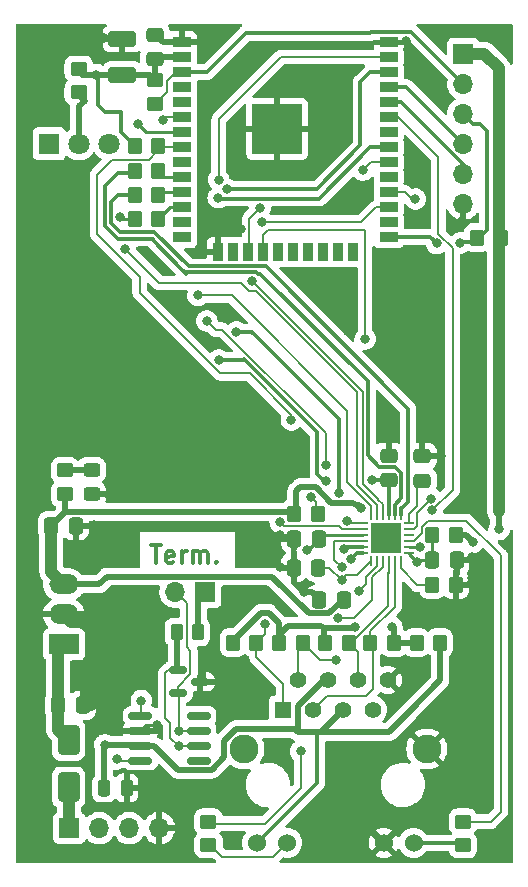
<source format=gbr>
%TF.GenerationSoftware,KiCad,Pcbnew,7.0.0-da2b9df05c~171~ubuntu22.10.1*%
%TF.CreationDate,2023-03-06T15:09:23+01:00*%
%TF.ProjectId,frakfurt_eth,6672616b-6675-4727-945f-6574682e6b69,rev?*%
%TF.SameCoordinates,Original*%
%TF.FileFunction,Copper,L1,Top*%
%TF.FilePolarity,Positive*%
%FSLAX46Y46*%
G04 Gerber Fmt 4.6, Leading zero omitted, Abs format (unit mm)*
G04 Created by KiCad (PCBNEW 7.0.0-da2b9df05c~171~ubuntu22.10.1) date 2023-03-06 15:09:23*
%MOMM*%
%LPD*%
G01*
G04 APERTURE LIST*
G04 Aperture macros list*
%AMRoundRect*
0 Rectangle with rounded corners*
0 $1 Rounding radius*
0 $2 $3 $4 $5 $6 $7 $8 $9 X,Y pos of 4 corners*
0 Add a 4 corners polygon primitive as box body*
4,1,4,$2,$3,$4,$5,$6,$7,$8,$9,$2,$3,0*
0 Add four circle primitives for the rounded corners*
1,1,$1+$1,$2,$3*
1,1,$1+$1,$4,$5*
1,1,$1+$1,$6,$7*
1,1,$1+$1,$8,$9*
0 Add four rect primitives between the rounded corners*
20,1,$1+$1,$2,$3,$4,$5,0*
20,1,$1+$1,$4,$5,$6,$7,0*
20,1,$1+$1,$6,$7,$8,$9,0*
20,1,$1+$1,$8,$9,$2,$3,0*%
G04 Aperture macros list end*
%ADD10C,0.300000*%
%TA.AperFunction,NonConductor*%
%ADD11C,0.300000*%
%TD*%
%TA.AperFunction,SMDPad,CuDef*%
%ADD12RoundRect,0.250000X-0.450000X0.350000X-0.450000X-0.350000X0.450000X-0.350000X0.450000X0.350000X0*%
%TD*%
%TA.AperFunction,SMDPad,CuDef*%
%ADD13RoundRect,0.250000X0.450000X-0.325000X0.450000X0.325000X-0.450000X0.325000X-0.450000X-0.325000X0*%
%TD*%
%TA.AperFunction,SMDPad,CuDef*%
%ADD14RoundRect,0.250000X0.350000X0.450000X-0.350000X0.450000X-0.350000X-0.450000X0.350000X-0.450000X0*%
%TD*%
%TA.AperFunction,SMDPad,CuDef*%
%ADD15RoundRect,0.250000X-0.350000X-0.450000X0.350000X-0.450000X0.350000X0.450000X-0.350000X0.450000X0*%
%TD*%
%TA.AperFunction,SMDPad,CuDef*%
%ADD16RoundRect,0.062500X0.350000X0.062500X-0.350000X0.062500X-0.350000X-0.062500X0.350000X-0.062500X0*%
%TD*%
%TA.AperFunction,SMDPad,CuDef*%
%ADD17RoundRect,0.062500X0.062500X0.350000X-0.062500X0.350000X-0.062500X-0.350000X0.062500X-0.350000X0*%
%TD*%
%TA.AperFunction,SMDPad,CuDef*%
%ADD18R,2.600000X2.600000*%
%TD*%
%TA.AperFunction,SMDPad,CuDef*%
%ADD19RoundRect,0.250000X0.925000X-0.412500X0.925000X0.412500X-0.925000X0.412500X-0.925000X-0.412500X0*%
%TD*%
%TA.AperFunction,SMDPad,CuDef*%
%ADD20RoundRect,0.250000X-0.337500X-0.475000X0.337500X-0.475000X0.337500X0.475000X-0.337500X0.475000X0*%
%TD*%
%TA.AperFunction,SMDPad,CuDef*%
%ADD21RoundRect,0.150000X-0.825000X-0.150000X0.825000X-0.150000X0.825000X0.150000X-0.825000X0.150000X0*%
%TD*%
%TA.AperFunction,SMDPad,CuDef*%
%ADD22R,1.500000X0.900000*%
%TD*%
%TA.AperFunction,SMDPad,CuDef*%
%ADD23R,0.900000X1.500000*%
%TD*%
%TA.AperFunction,SMDPad,CuDef*%
%ADD24R,1.050000X1.050000*%
%TD*%
%TA.AperFunction,HeatsinkPad*%
%ADD25C,0.600000*%
%TD*%
%TA.AperFunction,SMDPad,CuDef*%
%ADD26R,4.200000X4.200000*%
%TD*%
%TA.AperFunction,SMDPad,CuDef*%
%ADD27RoundRect,0.250000X-0.475000X0.337500X-0.475000X-0.337500X0.475000X-0.337500X0.475000X0.337500X0*%
%TD*%
%TA.AperFunction,SMDPad,CuDef*%
%ADD28RoundRect,0.250000X0.262500X0.450000X-0.262500X0.450000X-0.262500X-0.450000X0.262500X-0.450000X0*%
%TD*%
%TA.AperFunction,SMDPad,CuDef*%
%ADD29RoundRect,0.250000X0.450000X-0.350000X0.450000X0.350000X-0.450000X0.350000X-0.450000X-0.350000X0*%
%TD*%
%TA.AperFunction,SMDPad,CuDef*%
%ADD30RoundRect,0.150000X-0.587500X-0.150000X0.587500X-0.150000X0.587500X0.150000X-0.587500X0.150000X0*%
%TD*%
%TA.AperFunction,ComponentPad*%
%ADD31R,1.700000X1.700000*%
%TD*%
%TA.AperFunction,ComponentPad*%
%ADD32O,1.700000X1.700000*%
%TD*%
%TA.AperFunction,ComponentPad*%
%ADD33R,1.800000X1.800000*%
%TD*%
%TA.AperFunction,ComponentPad*%
%ADD34C,1.800000*%
%TD*%
%TA.AperFunction,ComponentPad*%
%ADD35R,2.500000X1.700000*%
%TD*%
%TA.AperFunction,ComponentPad*%
%ADD36O,2.500000X1.700000*%
%TD*%
%TA.AperFunction,SMDPad,CuDef*%
%ADD37RoundRect,0.250000X-0.650000X1.000000X-0.650000X-1.000000X0.650000X-1.000000X0.650000X1.000000X0*%
%TD*%
%TA.AperFunction,SMDPad,CuDef*%
%ADD38RoundRect,0.250000X0.475000X-0.337500X0.475000X0.337500X-0.475000X0.337500X-0.475000X-0.337500X0*%
%TD*%
%TA.AperFunction,ComponentPad*%
%ADD39R,1.398000X1.398000*%
%TD*%
%TA.AperFunction,ComponentPad*%
%ADD40C,1.398000*%
%TD*%
%TA.AperFunction,ComponentPad*%
%ADD41C,1.530000*%
%TD*%
%TA.AperFunction,ComponentPad*%
%ADD42C,2.445000*%
%TD*%
%TA.AperFunction,SMDPad,CuDef*%
%ADD43RoundRect,0.250000X0.337500X0.475000X-0.337500X0.475000X-0.337500X-0.475000X0.337500X-0.475000X0*%
%TD*%
%TA.AperFunction,SMDPad,CuDef*%
%ADD44RoundRect,0.250000X-0.250000X-0.475000X0.250000X-0.475000X0.250000X0.475000X-0.250000X0.475000X0*%
%TD*%
%TA.AperFunction,ViaPad*%
%ADD45C,0.800000*%
%TD*%
%TA.AperFunction,Conductor*%
%ADD46C,1.000000*%
%TD*%
%TA.AperFunction,Conductor*%
%ADD47C,0.500000*%
%TD*%
%TA.AperFunction,Conductor*%
%ADD48C,0.250000*%
%TD*%
%TA.AperFunction,Conductor*%
%ADD49C,0.200000*%
%TD*%
%TA.AperFunction,Conductor*%
%ADD50C,0.300000*%
%TD*%
G04 APERTURE END LIST*
D10*
D11*
X105442857Y-95123571D02*
X106300000Y-95123571D01*
X105871428Y-96623571D02*
X105871428Y-95123571D01*
X107371428Y-96552142D02*
X107228571Y-96623571D01*
X107228571Y-96623571D02*
X106942857Y-96623571D01*
X106942857Y-96623571D02*
X106799999Y-96552142D01*
X106799999Y-96552142D02*
X106728571Y-96409285D01*
X106728571Y-96409285D02*
X106728571Y-95837857D01*
X106728571Y-95837857D02*
X106799999Y-95695000D01*
X106799999Y-95695000D02*
X106942857Y-95623571D01*
X106942857Y-95623571D02*
X107228571Y-95623571D01*
X107228571Y-95623571D02*
X107371428Y-95695000D01*
X107371428Y-95695000D02*
X107442857Y-95837857D01*
X107442857Y-95837857D02*
X107442857Y-95980714D01*
X107442857Y-95980714D02*
X106728571Y-96123571D01*
X108085713Y-96623571D02*
X108085713Y-95623571D01*
X108085713Y-95909285D02*
X108157142Y-95766428D01*
X108157142Y-95766428D02*
X108228571Y-95695000D01*
X108228571Y-95695000D02*
X108371428Y-95623571D01*
X108371428Y-95623571D02*
X108514285Y-95623571D01*
X109014284Y-96623571D02*
X109014284Y-95623571D01*
X109014284Y-95766428D02*
X109085713Y-95695000D01*
X109085713Y-95695000D02*
X109228570Y-95623571D01*
X109228570Y-95623571D02*
X109442856Y-95623571D01*
X109442856Y-95623571D02*
X109585713Y-95695000D01*
X109585713Y-95695000D02*
X109657142Y-95837857D01*
X109657142Y-95837857D02*
X109657142Y-96623571D01*
X109657142Y-95837857D02*
X109728570Y-95695000D01*
X109728570Y-95695000D02*
X109871427Y-95623571D01*
X109871427Y-95623571D02*
X110085713Y-95623571D01*
X110085713Y-95623571D02*
X110228570Y-95695000D01*
X110228570Y-95695000D02*
X110299999Y-95837857D01*
X110299999Y-95837857D02*
X110299999Y-96623571D01*
X111014284Y-96480714D02*
X111085713Y-96552142D01*
X111085713Y-96552142D02*
X111014284Y-96623571D01*
X111014284Y-96623571D02*
X110942856Y-96552142D01*
X110942856Y-96552142D02*
X111014284Y-96480714D01*
X111014284Y-96480714D02*
X111014284Y-96623571D01*
D12*
%TO.P,R14,1*%
%TO.N,/PHY_L1*%
X131885000Y-118500000D03*
%TO.P,R14,2*%
%TO.N,Net-(J1-Pad12)*%
X131885000Y-120500000D03*
%TD*%
D13*
%TO.P,D4,1,K*%
%TO.N,GND*%
X100450000Y-90775000D03*
%TO.P,D4,2,A*%
%TO.N,Net-(D4-A)*%
X100450000Y-88725000D03*
%TD*%
D14*
%TO.P,L1,1*%
%TO.N,+3V3*%
X131300000Y-94250000D03*
%TO.P,L1,2*%
%TO.N,Net-(U3-VDD1A)*%
X129300000Y-94250000D03*
%TD*%
D15*
%TO.P,R11,1*%
%TO.N,Net-(U3-RBIAS)*%
X129300000Y-98450000D03*
%TO.P,R11,2*%
%TO.N,GND*%
X131300000Y-98450000D03*
%TD*%
D14*
%TO.P,R9,1*%
%TO.N,/ETH_RXD1*%
X106100000Y-65450000D03*
%TO.P,R9,2*%
%TO.N,Net-(U3-RXD1{slash}MODE1)*%
X104100000Y-65450000D03*
%TD*%
D16*
%TO.P,U3,1,VDD2A*%
%TO.N,Net-(U3-VDD1A)*%
X127287500Y-95750000D03*
%TO.P,U3,2,LED2/nINTSEL*%
%TO.N,/PHY_L2*%
X127287500Y-95250000D03*
%TO.P,U3,3,LED1/REGOFF*%
%TO.N,/PHY_L1*%
X127287500Y-94750000D03*
%TO.P,U3,4,XTAL2*%
%TO.N,unconnected-(U3-XTAL2-Pad4)*%
X127287500Y-94250000D03*
%TO.P,U3,5,XTAL1/CLKIN*%
%TO.N,/ETH_CLK*%
X127287500Y-93750000D03*
%TO.P,U3,6,VDDCR*%
%TO.N,Net-(U3-VDDCR)*%
X127287500Y-93250000D03*
D17*
%TO.P,U3,7,RXD1/MODE1*%
%TO.N,Net-(U3-RXD1{slash}MODE1)*%
X126600000Y-92562500D03*
%TO.P,U3,8,RXD0/MODE0*%
%TO.N,Net-(U3-RXD0{slash}MODE0)*%
X126100000Y-92562500D03*
%TO.P,U3,9,VDDIO*%
%TO.N,+3V3*%
X125600000Y-92562500D03*
%TO.P,U3,10,RXER/PHYAD0*%
%TO.N,/PHY_RXER*%
X125100000Y-92562500D03*
%TO.P,U3,11,CRS_DV/MODE2*%
%TO.N,Net-(U3-CRS_DV{slash}MODE2)*%
X124600000Y-92562500D03*
%TO.P,U3,12,MDIO*%
%TO.N,/ETH_MDIO*%
X124100000Y-92562500D03*
D16*
%TO.P,U3,13,MDC*%
%TO.N,/ETH_MDC*%
X123412500Y-93250000D03*
%TO.P,U3,14,INT/REFCLKO*%
%TO.N,/PHY_INT*%
X123412500Y-93750000D03*
%TO.P,U3,15,RST*%
%TO.N,/PHY_RST*%
X123412500Y-94250000D03*
%TO.P,U3,16,TXEN*%
%TO.N,/ETH_TXEN*%
X123412500Y-94750000D03*
%TO.P,U3,17,TXD0*%
%TO.N,/ETH_TXD0*%
X123412500Y-95250000D03*
%TO.P,U3,18,TXD1*%
%TO.N,/ETH_TXD1*%
X123412500Y-95750000D03*
D17*
%TO.P,U3,19,VDD1A*%
%TO.N,Net-(U3-VDD1A)*%
X124100000Y-96437500D03*
%TO.P,U3,20,TXN*%
%TO.N,/TX-*%
X124600000Y-96437500D03*
%TO.P,U3,21,TXP*%
%TO.N,/TX+*%
X125100000Y-96437500D03*
%TO.P,U3,22,RXN*%
%TO.N,/RX-*%
X125600000Y-96437500D03*
%TO.P,U3,23,RXP*%
%TO.N,/RX+*%
X126100000Y-96437500D03*
%TO.P,U3,24,RBIAS*%
%TO.N,Net-(U3-RBIAS)*%
X126600000Y-96437500D03*
D18*
%TO.P,U3,25,VSS*%
%TO.N,GND*%
X125349999Y-94499999D03*
%TD*%
D19*
%TO.P,C4,1*%
%TO.N,+3V3*%
X103050000Y-55287500D03*
%TO.P,C4,2*%
%TO.N,GND*%
X103050000Y-52212500D03*
%TD*%
D20*
%TO.P,C13,1*%
%TO.N,+3V3*%
X97025000Y-93450000D03*
%TO.P,C13,2*%
%TO.N,GND*%
X99100000Y-93450000D03*
%TD*%
D21*
%TO.P,U4,1,D*%
%TO.N,/txcan*%
X104575000Y-109545000D03*
%TO.P,U4,2,GND*%
%TO.N,GND*%
X104575000Y-110815000D03*
%TO.P,U4,3,VCC*%
%TO.N,+3V3*%
X104575000Y-112085000D03*
%TO.P,U4,4,R*%
%TO.N,/rxcan*%
X104575000Y-113355000D03*
%TO.P,U4,5,NC*%
%TO.N,unconnected-(U4-NC-Pad5)*%
X109525000Y-113355000D03*
%TO.P,U4,6,CANL*%
%TO.N,/CANL*%
X109525000Y-112085000D03*
%TO.P,U4,7,CANH*%
%TO.N,/CANH*%
X109525000Y-110815000D03*
%TO.P,U4,8,NC*%
%TO.N,unconnected-(U4-NC-Pad8)*%
X109525000Y-109545000D03*
%TD*%
D22*
%TO.P,U2,1,GND*%
%TO.N,GND*%
X108089999Y-52509999D03*
%TO.P,U2,2,VDD*%
%TO.N,+3V3*%
X108089999Y-53779999D03*
%TO.P,U2,3,EN*%
%TO.N,/EN*%
X108089999Y-55049999D03*
%TO.P,U2,4,SENSOR_VP*%
%TO.N,unconnected-(U2-SENSOR_VP-Pad4)*%
X108089999Y-56319999D03*
%TO.P,U2,5,SENSOR_VN*%
%TO.N,unconnected-(U2-SENSOR_VN-Pad5)*%
X108089999Y-57589999D03*
%TO.P,U2,6,IO34*%
%TO.N,/LEDA*%
X108089999Y-58859999D03*
%TO.P,U2,7,IO35*%
%TO.N,/LEDB*%
X108089999Y-60129999D03*
%TO.P,U2,8,IO32*%
%TO.N,/PHY_INT*%
X108089999Y-61399999D03*
%TO.P,U2,9,IO33*%
%TO.N,unconnected-(U2-IO33-Pad9)*%
X108089999Y-62669999D03*
%TO.P,U2,10,IO25*%
%TO.N,/ETH_RXD0*%
X108089999Y-63939999D03*
%TO.P,U2,11,IO26*%
%TO.N,/ETH_RXD1*%
X108089999Y-65209999D03*
%TO.P,U2,12,IO27*%
%TO.N,/ETH_CRS_DV*%
X108089999Y-66479999D03*
%TO.P,U2,13,IO14*%
%TO.N,unconnected-(U2-IO14-Pad13)*%
X108089999Y-67749999D03*
%TO.P,U2,14,IO12*%
%TO.N,unconnected-(U2-IO12-Pad14)*%
X108089999Y-69019999D03*
D23*
%TO.P,U2,15,GND*%
%TO.N,GND*%
X111129999Y-70269999D03*
%TO.P,U2,16,IO13*%
%TO.N,unconnected-(U2-IO13-Pad16)*%
X112399999Y-70269999D03*
%TO.P,U2,17,SHD/SD2*%
%TO.N,/txcan*%
X113669999Y-70269999D03*
%TO.P,U2,18,SWP/SD3*%
%TO.N,/rxcan*%
X114939999Y-70269999D03*
%TO.P,U2,19,SCS/CMD*%
%TO.N,unconnected-(U2-SCS{slash}CMD-Pad19)*%
X116209999Y-70269999D03*
%TO.P,U2,20,SCK/CLK*%
%TO.N,unconnected-(U2-SCK{slash}CLK-Pad20)*%
X117479999Y-70269999D03*
%TO.P,U2,21,SDO/SD0*%
%TO.N,unconnected-(U2-SDO{slash}SD0-Pad21)*%
X118749999Y-70269999D03*
%TO.P,U2,22,SDI/SD1*%
%TO.N,unconnected-(U2-SDI{slash}SD1-Pad22)*%
X120019999Y-70269999D03*
%TO.P,U2,23,IO15*%
%TO.N,unconnected-(U2-IO15-Pad23)*%
X121289999Y-70269999D03*
%TO.P,U2,24,IO2*%
%TO.N,unconnected-(U2-IO2-Pad24)*%
X122559999Y-70269999D03*
D22*
%TO.P,U2,25,IO0*%
%TO.N,/BOOT0*%
X125589999Y-69019999D03*
%TO.P,U2,26,IO4*%
%TO.N,unconnected-(U2-IO4-Pad26)*%
X125589999Y-67749999D03*
%TO.P,U2,27,IO16*%
%TO.N,/PHY_RXER*%
X125589999Y-66479999D03*
%TO.P,U2,28,IO17*%
%TO.N,/ETH_CLK*%
X125589999Y-65209999D03*
%TO.P,U2,29,IO5*%
%TO.N,unconnected-(U2-IO5-Pad29)*%
X125589999Y-63939999D03*
%TO.P,U2,30,IO18*%
%TO.N,/ETH_MDIO*%
X125589999Y-62669999D03*
%TO.P,U2,31,IO19*%
%TO.N,/ETH_TXD0*%
X125589999Y-61399999D03*
%TO.P,U2,32,NC*%
%TO.N,unconnected-(U2-NC-Pad32)*%
X125589999Y-60129999D03*
%TO.P,U2,33,IO21*%
%TO.N,/ETH_TXEN*%
X125589999Y-58859999D03*
%TO.P,U2,34,RXD0/IO3*%
%TO.N,/RX*%
X125589999Y-57589999D03*
%TO.P,U2,35,TXD0/IO1*%
%TO.N,/TX*%
X125589999Y-56319999D03*
%TO.P,U2,36,IO22*%
%TO.N,/ETH_TXD1*%
X125589999Y-55049999D03*
%TO.P,U2,37,IO23*%
%TO.N,/ETH_MDC*%
X125589999Y-53779999D03*
%TO.P,U2,38,GND*%
%TO.N,GND*%
X125589999Y-52509999D03*
D24*
%TO.P,U2,39,GND*%
X114634999Y-58324999D03*
D25*
X114635000Y-59087500D03*
D24*
X114634999Y-59849999D03*
D25*
X114635000Y-60612500D03*
D24*
X114634999Y-61374999D03*
D25*
X115397500Y-58325000D03*
X115397500Y-59850000D03*
X115397500Y-61375000D03*
D24*
X116159999Y-58324999D03*
D25*
X116160000Y-59087500D03*
D24*
X116159999Y-59849999D03*
D26*
X116159999Y-59849999D03*
D25*
X116160000Y-60612500D03*
D24*
X116159999Y-61374999D03*
D25*
X116922500Y-58325000D03*
X116922500Y-59850000D03*
X116922500Y-61375000D03*
D24*
X117684999Y-58324999D03*
D25*
X117685000Y-59087500D03*
D24*
X117684999Y-59849999D03*
D25*
X117685000Y-60612500D03*
D24*
X117684999Y-61374999D03*
%TD*%
D20*
%TO.P,C8,1*%
%TO.N,Net-(U3-VDD1A)*%
X129262500Y-96350000D03*
%TO.P,C8,2*%
%TO.N,GND*%
X131337500Y-96350000D03*
%TD*%
D27*
%TO.P,C7,1*%
%TO.N,GND*%
X125600000Y-87512500D03*
%TO.P,C7,2*%
%TO.N,+3V3*%
X125600000Y-89587500D03*
%TD*%
D28*
%TO.P,R15,1*%
%TO.N,Net-(J5-Pin_1)*%
X109462500Y-102450000D03*
%TO.P,R15,2*%
%TO.N,/CANL*%
X107637500Y-102450000D03*
%TD*%
D29*
%TO.P,R6,1*%
%TO.N,/EN*%
X105850000Y-57750000D03*
%TO.P,R6,2*%
%TO.N,+3V3*%
X105850000Y-55750000D03*
%TD*%
D30*
%TO.P,D2,1,K*%
%TO.N,/CANL*%
X107762500Y-105700000D03*
%TO.P,D2,2,K*%
%TO.N,/CANH*%
X107762500Y-107600000D03*
%TO.P,D2,3,A*%
%TO.N,GND*%
X109637500Y-106650000D03*
%TD*%
D31*
%TO.P,J4,1,Pin_1*%
%TO.N,VBUS*%
X98549999Y-119049999D03*
D32*
%TO.P,J4,2,Pin_2*%
%TO.N,/CANH*%
X101089999Y-119049999D03*
%TO.P,J4,3,Pin_3*%
%TO.N,/CANL*%
X103629999Y-119049999D03*
%TO.P,J4,4,Pin_4*%
%TO.N,GND*%
X106169999Y-119049999D03*
%TD*%
D15*
%TO.P,R3,1*%
%TO.N,/RX+*%
X124050000Y-103350000D03*
%TO.P,R3,2*%
%TO.N,Net-(J1-Pad4)*%
X126050000Y-103350000D03*
%TD*%
D12*
%TO.P,R5,1*%
%TO.N,/PHY_L2*%
X110335000Y-118500000D03*
%TO.P,R5,2*%
%TO.N,Net-(J1-Pad10)*%
X110335000Y-120500000D03*
%TD*%
D31*
%TO.P,J2,1,Pin_1*%
%TO.N,+3V3*%
X131899999Y-53499999D03*
D32*
%TO.P,J2,2,Pin_2*%
%TO.N,/EN*%
X131899999Y-56039999D03*
%TO.P,J2,3,Pin_3*%
%TO.N,/BOOT0*%
X131899999Y-58579999D03*
%TO.P,J2,4,Pin_4*%
%TO.N,/TX*%
X131899999Y-61119999D03*
%TO.P,J2,5,Pin_5*%
%TO.N,/RX*%
X131899999Y-63659999D03*
%TO.P,J2,6,Pin_6*%
%TO.N,GND*%
X131899999Y-66199999D03*
%TD*%
D33*
%TO.P,D1,1,K1*%
%TO.N,/LEDA*%
X96849999Y-61099999D03*
D34*
%TO.P,D1,2,A*%
%TO.N,Net-(D1-A)*%
X99390000Y-61100000D03*
%TO.P,D1,3,K2*%
%TO.N,/LEDB*%
X101930000Y-61100000D03*
%TD*%
D35*
%TO.P,U5,1,IN*%
%TO.N,Net-(D3-K)*%
X98092499Y-103497499D03*
D36*
%TO.P,U5,2,GND*%
%TO.N,GND*%
X98092499Y-100957499D03*
%TO.P,U5,3,OUT*%
%TO.N,+3V3*%
X98092499Y-98417499D03*
%TD*%
D14*
%TO.P,R8,1*%
%TO.N,/ETH_RXD0*%
X106100000Y-63450000D03*
%TO.P,R8,2*%
%TO.N,Net-(U3-RXD0{slash}MODE0)*%
X104100000Y-63450000D03*
%TD*%
D37*
%TO.P,D3,1,K*%
%TO.N,Net-(D3-K)*%
X98500000Y-111600000D03*
%TO.P,D3,2,A*%
%TO.N,VBUS*%
X98500000Y-115600000D03*
%TD*%
D38*
%TO.P,C3,1*%
%TO.N,+3V3*%
X105800000Y-53937500D03*
%TO.P,C3,2*%
%TO.N,GND*%
X105800000Y-51862500D03*
%TD*%
D29*
%TO.P,R16,1*%
%TO.N,Net-(D1-A)*%
X99350000Y-56750000D03*
%TO.P,R16,2*%
%TO.N,+3V3*%
X99350000Y-54750000D03*
%TD*%
D20*
%TO.P,C6,1*%
%TO.N,GND*%
X119712500Y-99700000D03*
%TO.P,C6,2*%
%TO.N,+3V3*%
X121787500Y-99700000D03*
%TD*%
D15*
%TO.P,R7,1*%
%TO.N,/BOOT0*%
X133100000Y-69050000D03*
%TO.P,R7,2*%
%TO.N,+3V3*%
X135100000Y-69050000D03*
%TD*%
D14*
%TO.P,R10,1*%
%TO.N,/ETH_CRS_DV*%
X106100000Y-67450000D03*
%TO.P,R10,2*%
%TO.N,Net-(U3-CRS_DV{slash}MODE2)*%
X104100000Y-67450000D03*
%TD*%
D39*
%TO.P,J1,1*%
%TO.N,/TX+*%
X116634999Y-109049999D03*
D40*
%TO.P,J1,2*%
%TO.N,/TX-*%
X117905000Y-106510000D03*
%TO.P,J1,3*%
%TO.N,/RX+*%
X119175000Y-109050000D03*
%TO.P,J1,4*%
%TO.N,+3V3*%
X120445000Y-106510000D03*
%TO.P,J1,5*%
X121715000Y-109050000D03*
%TO.P,J1,6*%
%TO.N,/RX-*%
X122985000Y-106510000D03*
%TO.P,J1,7*%
%TO.N,N/C*%
X124255000Y-109050000D03*
%TO.P,J1,8*%
%TO.N,GND*%
X125525000Y-106510000D03*
D41*
%TO.P,J1,9*%
%TO.N,+3V3*%
X114460000Y-120300000D03*
%TO.P,J1,10*%
%TO.N,Net-(J1-Pad10)*%
X117000000Y-120300000D03*
%TO.P,J1,11*%
%TO.N,GND*%
X125170000Y-120300000D03*
%TO.P,J1,12*%
%TO.N,Net-(J1-Pad12)*%
X127710000Y-120300000D03*
D42*
%TO.P,J1,15,SHIELD*%
%TO.N,GND*%
X113340000Y-112350000D03*
%TO.P,J1,16,SHIELD*%
X128830000Y-112350000D03*
%TD*%
D15*
%TO.P,L2,1*%
%TO.N,Net-(J1-Pad4)*%
X127950000Y-103350000D03*
%TO.P,L2,2*%
%TO.N,+3V3*%
X129950000Y-103350000D03*
%TD*%
D14*
%TO.P,R1,1*%
%TO.N,/TX+*%
X114400000Y-103350000D03*
%TO.P,R1,2*%
%TO.N,Net-(J1-Pad4)*%
X112400000Y-103350000D03*
%TD*%
%TO.P,R2,1*%
%TO.N,/TX-*%
X118300000Y-103350000D03*
%TO.P,R2,2*%
%TO.N,Net-(J1-Pad4)*%
X116300000Y-103350000D03*
%TD*%
D12*
%TO.P,R17,1*%
%TO.N,Net-(D4-A)*%
X98200000Y-88750000D03*
%TO.P,R17,2*%
%TO.N,+3V3*%
X98200000Y-90750000D03*
%TD*%
D20*
%TO.P,C12,1*%
%TO.N,Net-(D3-K)*%
X97612500Y-108650000D03*
%TO.P,C12,2*%
%TO.N,GND*%
X99687500Y-108650000D03*
%TD*%
D43*
%TO.P,C10,1*%
%TO.N,Net-(U3-VDD1A)*%
X119637500Y-97000000D03*
%TO.P,C10,2*%
%TO.N,GND*%
X117562500Y-97000000D03*
%TD*%
D14*
%TO.P,R4,1*%
%TO.N,/RX-*%
X122200000Y-103350000D03*
%TO.P,R4,2*%
%TO.N,Net-(J1-Pad4)*%
X120200000Y-103350000D03*
%TD*%
D44*
%TO.P,C5,1*%
%TO.N,+3V3*%
X101500000Y-115650000D03*
%TO.P,C5,2*%
%TO.N,GND*%
X103400000Y-115650000D03*
%TD*%
D14*
%TO.P,R13,1*%
%TO.N,/PHY_INT*%
X106100000Y-61300000D03*
%TO.P,R13,2*%
%TO.N,+3V3*%
X104100000Y-61300000D03*
%TD*%
D38*
%TO.P,C9,1*%
%TO.N,Net-(U3-VDDCR)*%
X128450000Y-89637500D03*
%TO.P,C9,2*%
%TO.N,GND*%
X128450000Y-87562500D03*
%TD*%
D15*
%TO.P,R12,1*%
%TO.N,+3V3*%
X117600000Y-92450000D03*
%TO.P,R12,2*%
%TO.N,/PHY_RST*%
X119600000Y-92450000D03*
%TD*%
D43*
%TO.P,C11,1*%
%TO.N,/PHY_RST*%
X119687500Y-94550000D03*
%TO.P,C11,2*%
%TO.N,GND*%
X117612500Y-94550000D03*
%TD*%
D31*
%TO.P,J5,1,Pin_1*%
%TO.N,Net-(J5-Pin_1)*%
X110074999Y-99049999D03*
D32*
%TO.P,J5,2,Pin_2*%
%TO.N,/CANH*%
X107534999Y-99049999D03*
%TD*%
D45*
%TO.N,GND*%
X127100000Y-52450000D03*
X116400000Y-94200000D03*
X117750000Y-61450000D03*
X133100000Y-78600000D03*
X125600000Y-86100000D03*
X110000000Y-52450000D03*
X115050000Y-107000000D03*
X132650000Y-96100000D03*
X121000000Y-74350000D03*
X135000000Y-52150000D03*
X127850000Y-62850000D03*
X114600000Y-61400000D03*
X107350000Y-74500000D03*
X106000000Y-110350000D03*
X121900000Y-66250000D03*
X115400000Y-59100000D03*
X132650000Y-97850000D03*
X116200000Y-112250000D03*
X104750000Y-115600000D03*
X116350000Y-96950000D03*
X118450000Y-99100000D03*
X133050000Y-73150000D03*
X112400000Y-119750000D03*
X125400000Y-94550000D03*
X101500000Y-52150000D03*
X109950000Y-104300000D03*
X133050000Y-90750000D03*
X100650000Y-93400000D03*
X101950000Y-90850000D03*
X113100000Y-68350000D03*
X117750000Y-58300000D03*
X114650000Y-58300000D03*
X130950000Y-68050000D03*
X105700000Y-71000000D03*
X132850000Y-84950000D03*
X130050000Y-87550000D03*
%TO.N,+3V3*%
X124200000Y-89550000D03*
X123273470Y-91934484D03*
X101550000Y-112000000D03*
X100850000Y-55250000D03*
X132700000Y-94850000D03*
X134950000Y-93750000D03*
%TO.N,/PHY_RST*%
X118700000Y-95500000D03*
X119050000Y-91050000D03*
%TO.N,/TX+*%
X115100000Y-101750000D03*
X121300000Y-101300000D03*
%TO.N,/TX-*%
X123100000Y-98950000D03*
X121150000Y-104850000D03*
%TO.N,/PHY_L2*%
X128250000Y-95250000D03*
X118150000Y-112550000D03*
%TO.N,/BOOT0*%
X129650000Y-69550000D03*
X131650000Y-69500000D03*
%TO.N,Net-(U3-CRS_DV{slash}MODE2)*%
X102850000Y-67300000D03*
X103300000Y-70050000D03*
%TO.N,/PHY_INT*%
X117350000Y-84500000D03*
X116400000Y-93150000D03*
%TO.N,/LEDB*%
X104350000Y-59450000D03*
%TO.N,/PHY_RXER*%
X114050000Y-72750000D03*
X114900000Y-67750000D03*
%TO.N,/ETH_CLK*%
X129200000Y-91150000D03*
X127850000Y-65800000D03*
%TO.N,/ETH_MDIO*%
X109450000Y-73950000D03*
X123400000Y-63350000D03*
%TO.N,/ETH_TXD0*%
X111206861Y-79425095D03*
X121782456Y-95449500D03*
X111162647Y-65674053D03*
X120300000Y-89650000D03*
%TO.N,/ETH_TXEN*%
X129300000Y-92150000D03*
X121600000Y-96950000D03*
%TO.N,/ETH_TXD1*%
X121350000Y-90650000D03*
X112700000Y-77050000D03*
X122392948Y-96240894D03*
X111900000Y-64950000D03*
%TO.N,/ETH_MDC*%
X110200000Y-76105469D03*
X122099500Y-93050500D03*
X111200000Y-64150000D03*
X120300000Y-88300000D03*
%TO.N,/CANL*%
X107800000Y-112100000D03*
%TO.N,/CANH*%
X107800000Y-110850000D03*
%TO.N,/txcan*%
X114700000Y-66550000D03*
X104650000Y-108250000D03*
%TO.N,/rxcan*%
X123600000Y-77650000D03*
X102550000Y-113200000D03*
%TO.N,Net-(U3-VDD1A)*%
X128000000Y-96550000D03*
X121600000Y-98050000D03*
%TO.N,/LEDA*%
X106500000Y-59100000D03*
%TO.N,Net-(J1-Pad4)*%
X122764997Y-101989983D03*
X125850000Y-102000000D03*
%TD*%
D46*
%TO.N,Net-(D3-K)*%
X98500000Y-111600000D02*
X97612500Y-110712500D01*
X97612500Y-110712500D02*
X97612500Y-108650000D01*
X97612500Y-103977500D02*
X98092500Y-103497500D01*
X97612500Y-108650000D02*
X97612500Y-103977500D01*
D47*
%TO.N,GND*%
X103300000Y-52212500D02*
X101562500Y-52212500D01*
X101562500Y-52212500D02*
X101500000Y-52150000D01*
X111125000Y-70015000D02*
X111125000Y-68515000D01*
D48*
X116400000Y-97000000D02*
X116350000Y-96950000D01*
D46*
X100400000Y-101600000D02*
X98735000Y-101600000D01*
D48*
X109950000Y-104300000D02*
X109950000Y-106337500D01*
D47*
X118450000Y-99100000D02*
X119112500Y-99100000D01*
D48*
X131900000Y-66200000D02*
X131900000Y-67100000D01*
X131337500Y-96350000D02*
X132400000Y-96350000D01*
D47*
X119112500Y-99100000D02*
X119712500Y-99700000D01*
X106447500Y-52510000D02*
X105800000Y-51862500D01*
D48*
X106000000Y-110350000D02*
X105040000Y-110350000D01*
X116450000Y-94250000D02*
X116400000Y-94200000D01*
X130050000Y-87550000D02*
X128462500Y-87550000D01*
X109950000Y-106337500D02*
X109637500Y-106650000D01*
D49*
X99100000Y-93450000D02*
X100600000Y-93450000D01*
D47*
X104700000Y-115650000D02*
X104750000Y-115600000D01*
D48*
X131300000Y-98450000D02*
X132050000Y-98450000D01*
D47*
X103400000Y-115650000D02*
X104700000Y-115650000D01*
D46*
X99687500Y-108650000D02*
X100400000Y-108650000D01*
D49*
X125340000Y-52505000D02*
X127045000Y-52505000D01*
D47*
X111125000Y-68515000D02*
X111290000Y-68350000D01*
D46*
X100400000Y-108650000D02*
X100400000Y-101600000D01*
D48*
X105040000Y-110350000D02*
X104575000Y-110815000D01*
X131900000Y-67100000D02*
X130950000Y-68050000D01*
X117825000Y-97000000D02*
X116400000Y-97000000D01*
X101875000Y-90775000D02*
X101950000Y-90850000D01*
X125600000Y-87512500D02*
X125600000Y-86100000D01*
X117850000Y-94250000D02*
X116450000Y-94250000D01*
D47*
X108340000Y-52505000D02*
X109945000Y-52505000D01*
D46*
X98735000Y-101600000D02*
X98092500Y-100957500D01*
D47*
X109945000Y-52505000D02*
X110000000Y-52450000D01*
D49*
X127045000Y-52505000D02*
X127100000Y-52450000D01*
D48*
X100450000Y-90775000D02*
X101875000Y-90775000D01*
D49*
X100600000Y-93450000D02*
X100650000Y-93400000D01*
D47*
X108090000Y-52510000D02*
X106447500Y-52510000D01*
D48*
X132400000Y-96350000D02*
X132650000Y-96100000D01*
X128462500Y-87550000D02*
X128450000Y-87562500D01*
X132050000Y-98450000D02*
X132650000Y-97850000D01*
D47*
X111290000Y-68350000D02*
X113100000Y-68350000D01*
D48*
%TO.N,+3V3*%
X100975000Y-55225000D02*
X101000000Y-55250000D01*
D47*
X117885000Y-110900000D02*
X117662989Y-110677989D01*
X111650000Y-113053528D02*
X111650000Y-111674727D01*
D50*
X101000000Y-57850000D02*
X101600000Y-58450000D01*
X101600000Y-58450000D02*
X102950000Y-58450000D01*
D47*
X131300000Y-94250000D02*
X132100000Y-94250000D01*
X117662989Y-110677989D02*
X114662989Y-110677989D01*
D46*
X134925000Y-69050000D02*
X134925000Y-92200000D01*
D47*
X119635000Y-110900000D02*
X119535000Y-110900000D01*
X132100000Y-94250000D02*
X132700000Y-94850000D01*
X103050000Y-55287500D02*
X105387500Y-55287500D01*
X101550000Y-112000000D02*
X104490000Y-112000000D01*
X101082500Y-98417500D02*
X101750000Y-97750000D01*
X101750000Y-97750000D02*
X115697918Y-97750000D01*
X119402082Y-90200000D02*
X118100000Y-90200000D01*
D50*
X102950000Y-58450000D02*
X102950000Y-60150000D01*
X125600000Y-92562500D02*
X125600000Y-89587500D01*
D47*
X98200000Y-90750000D02*
X98200000Y-92275000D01*
X107755000Y-114105000D02*
X110598528Y-114105000D01*
D46*
X134925000Y-69050000D02*
X134925000Y-54725000D01*
D47*
X134950000Y-92225000D02*
X134925000Y-92200000D01*
X125635000Y-110900000D02*
X127385000Y-109150000D01*
X122577711Y-91513328D02*
X122801572Y-91737190D01*
X105957500Y-53780000D02*
X105800000Y-53937500D01*
D46*
X133700000Y-53500000D02*
X131900000Y-53500000D01*
D47*
X104575000Y-112085000D02*
X105735000Y-112085000D01*
X105800000Y-53937500D02*
X105800000Y-55700000D01*
X115697918Y-97750000D02*
X118822918Y-100875000D01*
D50*
X125600000Y-89587500D02*
X124237500Y-89587500D01*
D46*
X134925000Y-54725000D02*
X133700000Y-53500000D01*
D47*
X101000000Y-55250000D02*
X99600000Y-55250000D01*
X98200000Y-92275000D02*
X97025000Y-93450000D01*
X117885000Y-110900000D02*
X117885000Y-108715068D01*
X108090000Y-53780000D02*
X105957500Y-53780000D01*
X101500000Y-115650000D02*
X101500000Y-112050000D01*
X123076176Y-91737190D02*
X123273470Y-91934484D01*
X120090068Y-106510000D02*
X120445000Y-106510000D01*
X122577711Y-91513328D02*
X120715410Y-91513328D01*
X122801572Y-91737190D02*
X123076176Y-91737190D01*
X127385000Y-109115000D02*
X129950000Y-106550000D01*
X120715410Y-91513328D02*
X119402082Y-90200000D01*
X117885000Y-108715068D02*
X120090068Y-106510000D01*
D50*
X119535000Y-115225000D02*
X119535000Y-110900000D01*
D47*
X111650000Y-111674727D02*
X112646738Y-110677989D01*
D49*
X101500000Y-112050000D02*
X101550000Y-112000000D01*
D47*
X119635000Y-110900000D02*
X125635000Y-110900000D01*
X119535000Y-110900000D02*
X117885000Y-110900000D01*
D46*
X97025000Y-93450000D02*
X97025000Y-97350000D01*
D47*
X105800000Y-55700000D02*
X105850000Y-55750000D01*
X105387500Y-55287500D02*
X105850000Y-55750000D01*
X113750000Y-110677989D02*
X114900000Y-110677989D01*
X129950000Y-106550000D02*
X129950000Y-103350000D01*
X134950000Y-93750000D02*
X134950000Y-92225000D01*
X117600000Y-92275000D02*
X98200000Y-92275000D01*
D46*
X97025000Y-97350000D02*
X98092500Y-98417500D01*
D47*
X112646738Y-110677989D02*
X113750000Y-110677989D01*
D50*
X102950000Y-60150000D02*
X104100000Y-61300000D01*
X114460000Y-120300000D02*
X119535000Y-115225000D01*
D47*
X105735000Y-112085000D02*
X107755000Y-114105000D01*
X110598528Y-114105000D02*
X111650000Y-113053528D01*
X117775000Y-92450000D02*
X117600000Y-92275000D01*
X118100000Y-90200000D02*
X117775000Y-90525000D01*
X101000000Y-55250000D02*
X103262500Y-55250000D01*
D50*
X101000000Y-55250000D02*
X101000000Y-57850000D01*
D47*
X118822918Y-100875000D02*
X120522918Y-100875000D01*
X119865000Y-110900000D02*
X119635000Y-110900000D01*
D48*
X99600000Y-55250000D02*
X99400000Y-55050000D01*
D47*
X127385000Y-109150000D02*
X127385000Y-109115000D01*
X98092500Y-98417500D02*
X101082500Y-98417500D01*
X121697918Y-99700000D02*
X120522918Y-100875000D01*
X117775000Y-90525000D02*
X117775000Y-92450000D01*
X121715000Y-109050000D02*
X119865000Y-110900000D01*
D48*
%TO.N,/PHY_RST*%
X119987500Y-94250000D02*
X119687500Y-94550000D01*
X118737500Y-95500000D02*
X119687500Y-94550000D01*
D49*
X119425000Y-92450000D02*
X119425000Y-91425000D01*
D48*
X118700000Y-95500000D02*
X118737500Y-95500000D01*
D49*
X119425000Y-91425000D02*
X119050000Y-91050000D01*
D48*
X123412500Y-94250000D02*
X119987500Y-94250000D01*
D46*
%TO.N,VBUS*%
X98550000Y-115650000D02*
X98550000Y-119050000D01*
D48*
X98500000Y-115600000D02*
X98550000Y-115650000D01*
D49*
%TO.N,/TX+*%
X116635000Y-106828199D02*
X114400000Y-104593200D01*
X114400000Y-104593200D02*
X114400000Y-103350000D01*
X116635000Y-109050000D02*
X116635000Y-106828199D01*
X124200000Y-99750000D02*
X122650000Y-101300000D01*
X115100000Y-101750000D02*
X115100000Y-102650000D01*
X122650000Y-101300000D02*
X121000000Y-101300000D01*
X115100000Y-102650000D02*
X114400000Y-103350000D01*
X125100000Y-96931800D02*
X125100000Y-96437500D01*
X124200000Y-97831800D02*
X124200000Y-99750000D01*
X124200000Y-97831800D02*
X125100000Y-96931800D01*
%TO.N,/TX-*%
X124600000Y-96862011D02*
X123706005Y-97756005D01*
X119800000Y-104850000D02*
X121150000Y-104850000D01*
X118300000Y-103350000D02*
X119800000Y-104850000D01*
X117905000Y-106510000D02*
X117905000Y-103745000D01*
X123706005Y-98343995D02*
X123100000Y-98950000D01*
X123706005Y-97756005D02*
X123706005Y-98343995D01*
X124600000Y-96437500D02*
X124600000Y-96862011D01*
X117905000Y-103745000D02*
X118300000Y-103350000D01*
%TO.N,/RX+*%
X124285000Y-103585000D02*
X124050000Y-103350000D01*
X123685000Y-107850000D02*
X124285000Y-107250000D01*
X124285000Y-107250000D02*
X124285000Y-103585000D01*
X124050000Y-102350000D02*
X124050000Y-103350000D01*
X119175000Y-109050000D02*
X120375000Y-107850000D01*
X120375000Y-107850000D02*
X123685000Y-107850000D01*
X126100000Y-100300000D02*
X124050000Y-102350000D01*
X126100000Y-96437500D02*
X126100000Y-100300000D01*
D47*
X124325000Y-103400000D02*
X124275000Y-103350000D01*
D49*
%TO.N,/RX-*%
X125624999Y-97350000D02*
X125624999Y-97493199D01*
X125512500Y-100232430D02*
X125512500Y-97462499D01*
X122200000Y-103350000D02*
X122394930Y-103350000D01*
X125600000Y-96437500D02*
X125624999Y-96462499D01*
X125624999Y-96462499D02*
X125624999Y-97350000D01*
X122985000Y-104135000D02*
X122200000Y-103350000D01*
X122985000Y-106510000D02*
X122985000Y-104135000D01*
X125512500Y-97462499D02*
X125624999Y-97350000D01*
X122394930Y-103350000D02*
X125512500Y-100232430D01*
%TO.N,Net-(J1-Pad10)*%
X110335000Y-120325000D02*
X111510000Y-121500000D01*
X111510000Y-121500000D02*
X115800000Y-121500000D01*
X115800000Y-121500000D02*
X117000000Y-120300000D01*
%TO.N,/PHY_L1*%
X127287500Y-94750000D02*
X127711973Y-94750000D01*
X127711973Y-94750000D02*
X128399520Y-94062453D01*
X135085000Y-117665000D02*
X134250000Y-118500000D01*
X132141166Y-93025480D02*
X135085000Y-95969314D01*
X128924520Y-93025480D02*
X132141166Y-93025480D01*
X128399520Y-94062453D02*
X128399520Y-93550480D01*
X131885000Y-118500000D02*
X134250000Y-118500000D01*
X128399520Y-93550480D02*
X128924520Y-93025480D01*
X135085000Y-95969314D02*
X135085000Y-117665000D01*
%TO.N,/PHY_L2*%
X115100204Y-118675000D02*
X118150000Y-115625204D01*
X110335000Y-118675000D02*
X115100204Y-118675000D01*
X118150000Y-115625204D02*
X118150000Y-112550000D01*
D48*
X127287500Y-95250000D02*
X128250000Y-95250000D01*
D50*
%TO.N,/EN*%
X107630000Y-55045000D02*
X108340000Y-55045000D01*
D49*
X106850000Y-56750000D02*
X105850000Y-57750000D01*
D50*
X113500000Y-51750000D02*
X123990489Y-51750000D01*
X108340000Y-55045000D02*
X110205000Y-55045000D01*
D49*
X106850000Y-55760000D02*
X106850000Y-56750000D01*
D50*
X123990489Y-51750000D02*
X124090489Y-51650000D01*
D49*
X108090000Y-55050000D02*
X107560000Y-55050000D01*
X107560000Y-55050000D02*
X106850000Y-55760000D01*
D50*
X127510000Y-51650000D02*
X131900000Y-56040000D01*
X124090489Y-51650000D02*
X127510000Y-51650000D01*
X110205000Y-55045000D02*
X113500000Y-51750000D01*
%TO.N,/BOOT0*%
X133900000Y-66000000D02*
X133900000Y-60050000D01*
X132770000Y-59450000D02*
X131900000Y-58580000D01*
X133900000Y-68425000D02*
X133275000Y-69050000D01*
X129115000Y-69015000D02*
X129650000Y-69550000D01*
X133900000Y-68450000D02*
X133900000Y-65057500D01*
X132875000Y-69450000D02*
X133275000Y-69050000D01*
X133900000Y-65400000D02*
X133900000Y-68425000D01*
X133300000Y-59450000D02*
X132770000Y-59450000D01*
X125340000Y-69015000D02*
X129065000Y-69015000D01*
X133900000Y-60050000D02*
X133300000Y-59450000D01*
X129065000Y-69015000D02*
X129115000Y-69015000D01*
X132000000Y-69450000D02*
X132875000Y-69450000D01*
%TO.N,/ETH_RXD0*%
X106550000Y-63935000D02*
X106225000Y-63610000D01*
D48*
X108090000Y-63940000D02*
X106590000Y-63940000D01*
X106590000Y-63940000D02*
X106100000Y-63450000D01*
D50*
%TO.N,Net-(U3-RXD0{slash}MODE0)*%
X123825000Y-81225000D02*
X114700000Y-72100000D01*
X108136348Y-71763652D02*
X105600000Y-69227304D01*
X103940000Y-63610000D02*
X104100000Y-63450000D01*
X126100000Y-91712493D02*
X126675000Y-91137493D01*
X101600000Y-68050000D02*
X101600000Y-64700000D01*
X123850000Y-87500000D02*
X123850000Y-81250000D01*
X101600000Y-64700000D02*
X102690000Y-63610000D01*
X108372696Y-72000000D02*
X108136348Y-71763652D01*
X126100000Y-92562500D02*
X126100000Y-91712493D01*
X126675000Y-89001472D02*
X126123528Y-88450000D01*
X114700000Y-72100000D02*
X114500000Y-72100000D01*
X105600000Y-69150000D02*
X102700000Y-69150000D01*
X126123528Y-88450000D02*
X124800000Y-88450000D01*
X108136348Y-71763652D02*
X108472696Y-72100000D01*
X123850000Y-81250000D02*
X123825000Y-81225000D01*
X114400000Y-72000000D02*
X108372696Y-72000000D01*
X124800000Y-88450000D02*
X123850000Y-87500000D01*
X114500000Y-72100000D02*
X114400000Y-72000000D01*
X126675000Y-91137493D02*
X126675000Y-89001472D01*
X102700000Y-69150000D02*
X101600000Y-68050000D01*
X102690000Y-63610000D02*
X103940000Y-63610000D01*
X105600000Y-69227304D02*
X105600000Y-69150000D01*
D48*
%TO.N,/ETH_RXD1*%
X108090000Y-65210000D02*
X106340000Y-65210000D01*
D50*
X106230000Y-65205000D02*
X106225000Y-65210000D01*
D48*
X106340000Y-65210000D02*
X106100000Y-65450000D01*
D50*
%TO.N,Net-(U3-RXD1{slash}MODE1)*%
X115200000Y-71500000D02*
X108675978Y-71500000D01*
X126750000Y-91950000D02*
X127250000Y-91450000D01*
X108675978Y-71500000D02*
X105725978Y-68550000D01*
X102700000Y-65450000D02*
X104100000Y-65450000D01*
X127250000Y-83550000D02*
X115200000Y-71500000D01*
X102100000Y-67843584D02*
X102100000Y-66050000D01*
X102100000Y-66050000D02*
X102700000Y-65450000D01*
X126600000Y-91950000D02*
X126750000Y-91950000D01*
X102806416Y-68550000D02*
X102100000Y-67843584D01*
X127250000Y-91450000D02*
X127250000Y-83550000D01*
X126600000Y-91950000D02*
X126600000Y-92562500D01*
X105725978Y-68550000D02*
X102806416Y-68550000D01*
D48*
%TO.N,/ETH_CRS_DV*%
X107070000Y-66480000D02*
X106100000Y-67450000D01*
X108090000Y-66480000D02*
X107070000Y-66480000D01*
%TO.N,Net-(U3-CRS_DV{slash}MODE2)*%
X104100000Y-67450000D02*
X103000000Y-67450000D01*
D49*
X122900000Y-82165686D02*
X114342157Y-73607843D01*
X113050489Y-72900489D02*
X106150489Y-72900489D01*
X113757843Y-73607843D02*
X113050489Y-72900489D01*
X106150489Y-72900489D02*
X103300000Y-70050000D01*
X114342157Y-73607843D02*
X113757843Y-73607843D01*
X122900000Y-90006776D02*
X122900000Y-82165686D01*
D48*
X103000000Y-67450000D02*
X102850000Y-67300000D01*
D49*
X124600000Y-92562500D02*
X124600000Y-91706776D01*
X124600000Y-91706776D02*
X122900000Y-90006776D01*
%TO.N,Net-(U3-RBIAS)*%
X126600000Y-97050000D02*
X128000000Y-98450000D01*
X126600000Y-96437500D02*
X126600000Y-97050000D01*
X128000000Y-98450000D02*
X129300000Y-98450000D01*
%TO.N,/PHY_INT*%
X105300000Y-62450000D02*
X106100000Y-61650000D01*
X121370475Y-93470475D02*
X116720475Y-93470475D01*
X100900000Y-68750000D02*
X100900000Y-63750000D01*
X104500000Y-73708184D02*
X104500000Y-72350000D01*
X100900000Y-63750000D02*
X102200000Y-62450000D01*
X102200000Y-62450000D02*
X105300000Y-62450000D01*
X123412500Y-93750000D02*
X121650000Y-93750000D01*
X117350000Y-84500000D02*
X117350000Y-84050000D01*
X116720475Y-93470475D02*
X116400000Y-93150000D01*
X121650000Y-93750000D02*
X121370475Y-93470475D01*
X106225000Y-61350000D02*
X106270000Y-61395000D01*
X117350000Y-84050000D02*
X113850000Y-80550000D01*
X106270000Y-61395000D02*
X108340000Y-61395000D01*
X106100000Y-61650000D02*
X106100000Y-61300000D01*
X104500000Y-72350000D02*
X100900000Y-68750000D01*
X111341816Y-80550000D02*
X104500000Y-73708184D01*
X113850000Y-80550000D02*
X111341816Y-80550000D01*
D48*
%TO.N,/LEDB*%
X108090000Y-60130000D02*
X105030000Y-60130000D01*
X105030000Y-60130000D02*
X104350000Y-59450000D01*
D49*
%TO.N,/PHY_RXER*%
X124491461Y-90988564D02*
X124491458Y-90988564D01*
X124560978Y-66475000D02*
X125340000Y-66475000D01*
X125100000Y-91641783D02*
X124725484Y-91267267D01*
X123285978Y-67750000D02*
X124560978Y-66475000D01*
X123400000Y-88650000D02*
X123400000Y-82100000D01*
X125100000Y-92562500D02*
X125100000Y-91641783D01*
X123400000Y-89897106D02*
X123400000Y-88650000D01*
X124725484Y-91267267D02*
X124725484Y-91222587D01*
X114900000Y-67750000D02*
X123285978Y-67750000D01*
X124491458Y-90988564D02*
X123400000Y-89897106D01*
X124725484Y-91222587D02*
X124491461Y-90988564D01*
X123400000Y-82100000D02*
X114050000Y-72750000D01*
%TO.N,/ETH_CLK*%
X127287500Y-93750000D02*
X127711973Y-93750000D01*
X127550000Y-65800000D02*
X126955000Y-65205000D01*
X127711973Y-93750000D02*
X127999520Y-93462453D01*
X127999520Y-93462453D02*
X127999520Y-92350480D01*
X127850000Y-65800000D02*
X127550000Y-65800000D01*
X126955000Y-65205000D02*
X125340000Y-65205000D01*
X127999520Y-92350480D02*
X129200000Y-91150000D01*
%TO.N,/ETH_MDIO*%
X124100000Y-91771770D02*
X122078230Y-89750000D01*
X122078230Y-89750000D02*
X122078230Y-83728230D01*
X124085000Y-62665000D02*
X125340000Y-62665000D01*
X112300000Y-73950000D02*
X109450000Y-73950000D01*
X122078230Y-83728230D02*
X112300000Y-73950000D01*
X123400000Y-63350000D02*
X124085000Y-62665000D01*
X124100000Y-92562500D02*
X124100000Y-91771770D01*
D50*
%TO.N,/ETH_TXD0*%
X121981956Y-95250000D02*
X121782456Y-95449500D01*
X111238594Y-65750000D02*
X111162647Y-65674053D01*
X124040000Y-61395000D02*
X119685000Y-65750000D01*
X113373654Y-79350000D02*
X113298559Y-79425095D01*
X119550000Y-89060661D02*
X120139339Y-89650000D01*
X123412500Y-95250000D02*
X121981956Y-95250000D01*
X113298559Y-79425095D02*
X111206861Y-79425095D01*
X120139339Y-89650000D02*
X120300000Y-89650000D01*
X125340000Y-61395000D02*
X124040000Y-61395000D01*
X119550000Y-85526346D02*
X119550000Y-89060661D01*
X119550000Y-85526346D02*
X113373654Y-79350000D01*
X119685000Y-65750000D02*
X111238594Y-65750000D01*
D49*
%TO.N,/ETH_TXEN*%
X121600000Y-96950000D02*
X121000000Y-96350000D01*
X121000000Y-96350000D02*
X121000000Y-94750000D01*
X126421346Y-58855000D02*
X129800000Y-62233654D01*
X129800000Y-68710050D02*
X131000000Y-69910050D01*
X121000000Y-94750000D02*
X123412500Y-94750000D01*
X125340000Y-58855000D02*
X126421346Y-58855000D01*
X131000000Y-90450000D02*
X129300000Y-92150000D01*
X131000000Y-69910050D02*
X131000000Y-90450000D01*
X129800000Y-62233654D02*
X129800000Y-68710050D01*
D50*
%TO.N,/RX*%
X126640000Y-57585000D02*
X131900000Y-62845000D01*
X131900000Y-62845000D02*
X131900000Y-63660000D01*
X125340000Y-57585000D02*
X126640000Y-57585000D01*
%TO.N,/TX*%
X127095000Y-56315000D02*
X131900000Y-61120000D01*
X125340000Y-56315000D02*
X127095000Y-56315000D01*
%TO.N,/ETH_TXD1*%
X114050000Y-77150000D02*
X114100000Y-77150000D01*
X123200000Y-55885000D02*
X124040000Y-55045000D01*
X121350000Y-87622183D02*
X121350000Y-90650000D01*
X124040000Y-55045000D02*
X125340000Y-55045000D01*
X119500000Y-64950000D02*
X123200000Y-61250000D01*
X121350000Y-84400000D02*
X121350000Y-87622183D01*
X122883842Y-95750000D02*
X122392948Y-96240894D01*
X123412500Y-95750000D02*
X122883842Y-95750000D01*
X112700000Y-77050000D02*
X114050000Y-77050000D01*
X114050000Y-77050000D02*
X114050000Y-77150000D01*
X114100000Y-77150000D02*
X121350000Y-84400000D01*
X123200000Y-61250000D02*
X123200000Y-55885000D01*
X111900000Y-64950000D02*
X119500000Y-64950000D01*
D49*
%TO.N,/ETH_MDC*%
X110944531Y-76850000D02*
X110200000Y-76105469D01*
X121944531Y-93205469D02*
X122099500Y-93050500D01*
X116470978Y-53775000D02*
X125340000Y-53775000D01*
X123412500Y-93250000D02*
X121944531Y-93250000D01*
X120300000Y-85639950D02*
X111510050Y-76850000D01*
X111200000Y-64150000D02*
X111200000Y-59045978D01*
X120300000Y-85639950D02*
X120300000Y-88300000D01*
X121944531Y-93250000D02*
X121944531Y-93205469D01*
X111510050Y-76850000D02*
X110944531Y-76850000D01*
X111200000Y-59045978D02*
X116470978Y-53775000D01*
D50*
%TO.N,Net-(J1-Pad12)*%
X127710000Y-120300000D02*
X131860000Y-120300000D01*
X131860000Y-120300000D02*
X131885000Y-120325000D01*
D47*
%TO.N,/CANL*%
X107637500Y-102450000D02*
X107637500Y-105575000D01*
D49*
X107762500Y-105700000D02*
X106900000Y-105700000D01*
D47*
X107637500Y-105575000D02*
X107762500Y-105700000D01*
D49*
X106639950Y-109689950D02*
X107100000Y-110150000D01*
X106900000Y-105700000D02*
X106639950Y-105960050D01*
X106639950Y-105960050D02*
X106639950Y-109689950D01*
X109525000Y-112085000D02*
X107815000Y-112085000D01*
X107815000Y-112085000D02*
X107800000Y-112100000D01*
X107100000Y-110150000D02*
X107100000Y-111400000D01*
X107100000Y-111400000D02*
X107800000Y-112100000D01*
%TO.N,/CANH*%
X109525000Y-110815000D02*
X107835000Y-110815000D01*
X108500000Y-100015000D02*
X107535000Y-99050000D01*
X107800000Y-107637500D02*
X107800000Y-110850000D01*
X107835000Y-110815000D02*
X107800000Y-110850000D01*
X107762500Y-107600000D02*
X107762500Y-107073896D01*
X108800000Y-106036396D02*
X108800000Y-104050000D01*
X107762500Y-107600000D02*
X107800000Y-107637500D01*
X108500000Y-103750000D02*
X108500000Y-100015000D01*
X107762500Y-107073896D02*
X108800000Y-106036396D01*
X108800000Y-104050000D02*
X108500000Y-103750000D01*
D47*
%TO.N,Net-(J5-Pin_1)*%
X109462500Y-99662500D02*
X110075000Y-99050000D01*
X109462500Y-102450000D02*
X109462500Y-99662500D01*
D49*
%TO.N,/txcan*%
X104650000Y-109470000D02*
X104575000Y-109545000D01*
X113800000Y-67450000D02*
X113800000Y-70140000D01*
X114700000Y-66550000D02*
X113800000Y-67450000D01*
X113800000Y-70140000D02*
X113670000Y-70270000D01*
X104650000Y-108250000D02*
X104650000Y-109470000D01*
%TO.N,/rxcan*%
X114935000Y-68815000D02*
X115350000Y-68400000D01*
X104575000Y-113355000D02*
X102705000Y-113355000D01*
X123600000Y-77650000D02*
X123600000Y-68400000D01*
X102705000Y-113355000D02*
X102550000Y-113200000D01*
X123600000Y-68400000D02*
X115350000Y-68400000D01*
X114935000Y-70015000D02*
X114935000Y-68815000D01*
%TO.N,Net-(U3-VDDCR)*%
X128000000Y-91785006D02*
X128000000Y-90087500D01*
X127287500Y-93250000D02*
X127287500Y-92497506D01*
X128000000Y-90087500D02*
X128450000Y-89637500D01*
X127287500Y-92497506D02*
X128000000Y-91785006D01*
%TO.N,Net-(U3-VDD1A)*%
X120550000Y-97000000D02*
X121600000Y-98050000D01*
X124100000Y-96437500D02*
X122887999Y-97649501D01*
D50*
X128100000Y-96450000D02*
X128000000Y-96550000D01*
D48*
X129300000Y-94250000D02*
X129300000Y-96312500D01*
X129262500Y-96350000D02*
X128200000Y-96350000D01*
X127287500Y-95750000D02*
X127287500Y-95837500D01*
X128200000Y-96350000D02*
X128000000Y-96550000D01*
X129300000Y-96312500D02*
X129262500Y-96350000D01*
X128000000Y-96550000D02*
X127287500Y-95837500D01*
D49*
X122887999Y-97649501D02*
X122000499Y-97649501D01*
X119375000Y-97000000D02*
X120550000Y-97000000D01*
X122000499Y-97649501D02*
X121600000Y-98050000D01*
%TO.N,/LEDA*%
X108090000Y-58860000D02*
X106740000Y-58860000D01*
X106740000Y-58860000D02*
X106500000Y-59100000D01*
D47*
%TO.N,Net-(D1-A)*%
X99840000Y-57490000D02*
X99390000Y-57940000D01*
D48*
X99400000Y-56875000D02*
X99310000Y-56965000D01*
D47*
X99390000Y-57940000D02*
X99390000Y-61100000D01*
X99840000Y-57490000D02*
X99400000Y-57050000D01*
D48*
X99400000Y-56875000D02*
X99840000Y-57315000D01*
D47*
%TO.N,Net-(D4-A)*%
X100425000Y-88750000D02*
X100450000Y-88725000D01*
X98200000Y-88750000D02*
X100425000Y-88750000D01*
%TO.N,Net-(J1-Pad4)*%
X120100000Y-103250000D02*
X120100000Y-102150000D01*
X127950000Y-103350000D02*
X126050000Y-103350000D01*
X120100000Y-102150000D02*
X119900000Y-101950000D01*
X122764997Y-101989983D02*
X122604980Y-102150000D01*
X117050000Y-101950000D02*
X119900000Y-101950000D01*
D48*
X112400000Y-103350000D02*
X112400000Y-103174695D01*
D47*
X116300000Y-103350000D02*
X116300000Y-102700000D01*
X116300000Y-101700000D02*
X116300000Y-103350000D01*
X126050000Y-102200000D02*
X125850000Y-102000000D01*
X112400000Y-103174695D02*
X114749695Y-100825000D01*
X115425000Y-100825000D02*
X116300000Y-101700000D01*
X126050000Y-103350000D02*
X126050000Y-102200000D01*
X120200000Y-103350000D02*
X120100000Y-103250000D01*
X116300000Y-102700000D02*
X117050000Y-101950000D01*
X122604980Y-102150000D02*
X120100000Y-102150000D01*
X114749695Y-100825000D02*
X115425000Y-100825000D01*
%TD*%
%TA.AperFunction,Conductor*%
%TO.N,GND*%
G36*
X136040270Y-93802021D02*
G01*
X136083702Y-93847789D01*
X136099500Y-93908875D01*
X136099500Y-121873500D01*
X136082619Y-121936500D01*
X136036500Y-121982619D01*
X135973500Y-121999500D01*
X116465238Y-121999500D01*
X116408035Y-121985767D01*
X116363302Y-121947561D01*
X116340789Y-121893211D01*
X116345405Y-121834564D01*
X116376140Y-121784407D01*
X116587447Y-121573100D01*
X116643928Y-121540491D01*
X116709150Y-121540491D01*
X116778014Y-121558944D01*
X117000000Y-121578365D01*
X117221986Y-121558944D01*
X117437227Y-121501270D01*
X117639183Y-121407097D01*
X117704100Y-121361641D01*
X124470990Y-121361641D01*
X124478542Y-121369883D01*
X124526559Y-121403505D01*
X124536055Y-121408987D01*
X124727962Y-121498474D01*
X124738254Y-121502220D01*
X124942786Y-121557024D01*
X124953581Y-121558928D01*
X125164525Y-121577384D01*
X125175475Y-121577384D01*
X125386418Y-121558928D01*
X125397213Y-121557024D01*
X125601745Y-121502220D01*
X125612037Y-121498474D01*
X125803952Y-121408983D01*
X125813430Y-121403512D01*
X125861457Y-121369882D01*
X125869008Y-121361641D01*
X125862998Y-121352208D01*
X125181729Y-120670939D01*
X125169999Y-120664167D01*
X125158271Y-120670938D01*
X124476997Y-121352211D01*
X124470990Y-121361641D01*
X117704100Y-121361641D01*
X117821717Y-121279284D01*
X117979284Y-121121717D01*
X118107097Y-120939183D01*
X118201270Y-120737227D01*
X118258944Y-120521986D01*
X118277886Y-120305475D01*
X123892616Y-120305475D01*
X123911071Y-120516418D01*
X123912975Y-120527213D01*
X123967779Y-120731745D01*
X123971525Y-120742037D01*
X124061015Y-120933951D01*
X124066492Y-120943437D01*
X124100114Y-120991454D01*
X124108358Y-120999008D01*
X124117786Y-120993002D01*
X124799059Y-120311730D01*
X124805832Y-120299999D01*
X124799060Y-120288270D01*
X124117789Y-119606999D01*
X124108357Y-119600990D01*
X124100115Y-119608543D01*
X124066493Y-119656562D01*
X124061014Y-119666052D01*
X123971525Y-119857962D01*
X123967779Y-119868254D01*
X123912975Y-120072786D01*
X123911071Y-120083581D01*
X123892616Y-120294525D01*
X123892616Y-120305475D01*
X118277886Y-120305475D01*
X118278365Y-120300000D01*
X118258944Y-120078014D01*
X118201270Y-119862773D01*
X118107097Y-119660818D01*
X118083601Y-119627263D01*
X117994490Y-119500000D01*
X117979284Y-119478283D01*
X117821717Y-119320716D01*
X117704099Y-119238358D01*
X117704098Y-119238357D01*
X124470990Y-119238357D01*
X124476999Y-119247789D01*
X125158270Y-119929060D01*
X125169999Y-119935832D01*
X125181730Y-119929059D01*
X125863002Y-119247786D01*
X125869008Y-119238358D01*
X125861454Y-119230114D01*
X125813437Y-119196492D01*
X125803951Y-119191015D01*
X125612037Y-119101525D01*
X125601745Y-119097779D01*
X125397213Y-119042975D01*
X125386418Y-119041071D01*
X125175475Y-119022616D01*
X125164525Y-119022616D01*
X124953581Y-119041071D01*
X124942786Y-119042975D01*
X124738254Y-119097779D01*
X124727962Y-119101525D01*
X124536052Y-119191014D01*
X124526562Y-119196493D01*
X124478543Y-119230115D01*
X124470990Y-119238357D01*
X117704098Y-119238357D01*
X117643691Y-119196059D01*
X117643686Y-119196056D01*
X117639183Y-119192903D01*
X117609327Y-119178981D01*
X117442209Y-119101053D01*
X117442207Y-119101052D01*
X117437227Y-119098730D01*
X117396578Y-119087838D01*
X117227299Y-119042479D01*
X117227292Y-119042477D01*
X117221986Y-119041056D01*
X117216512Y-119040577D01*
X117216506Y-119040576D01*
X117005475Y-119022114D01*
X117000000Y-119021635D01*
X116994525Y-119022114D01*
X116994517Y-119022114D01*
X116982807Y-119023138D01*
X116922595Y-119013599D01*
X116873909Y-118976909D01*
X116848146Y-118921657D01*
X116851337Y-118860777D01*
X116882734Y-118808524D01*
X119942615Y-115748643D01*
X119951383Y-115740665D01*
X119958080Y-115736416D01*
X120006637Y-115684706D01*
X120009298Y-115681960D01*
X120029927Y-115661333D01*
X120032644Y-115657829D01*
X120040345Y-115648811D01*
X120071972Y-115615133D01*
X120082303Y-115596339D01*
X120093154Y-115579820D01*
X120106304Y-115562868D01*
X120124652Y-115520468D01*
X120129867Y-115509820D01*
X120152124Y-115469337D01*
X120152293Y-115468680D01*
X124920738Y-115468680D01*
X124921240Y-115473247D01*
X124921241Y-115473259D01*
X124950260Y-115736997D01*
X124950261Y-115737006D01*
X124950764Y-115741571D01*
X124951926Y-115746015D01*
X124951927Y-115746021D01*
X124994145Y-115907506D01*
X125020204Y-116007182D01*
X125022001Y-116011412D01*
X125022004Y-116011419D01*
X125125778Y-116255620D01*
X125125781Y-116255626D01*
X125127577Y-116259852D01*
X125129972Y-116263777D01*
X125129973Y-116263778D01*
X125245921Y-116453767D01*
X125270595Y-116494196D01*
X125273534Y-116497728D01*
X125273538Y-116497733D01*
X125400709Y-116650544D01*
X125446209Y-116705218D01*
X125449633Y-116708286D01*
X125449637Y-116708290D01*
X125647240Y-116885344D01*
X125647244Y-116885347D01*
X125650677Y-116888423D01*
X125879641Y-117039904D01*
X125883808Y-117041857D01*
X125883811Y-117041859D01*
X126013621Y-117102711D01*
X126128221Y-117156433D01*
X126391119Y-117235527D01*
X126662731Y-117275500D01*
X126866246Y-117275500D01*
X126868547Y-117275500D01*
X127073805Y-117260477D01*
X127341775Y-117200784D01*
X127598198Y-117102711D01*
X127837609Y-116968347D01*
X128054904Y-116800557D01*
X128245454Y-116602916D01*
X128405196Y-116379637D01*
X128530727Y-116135479D01*
X128619370Y-115875646D01*
X128669236Y-115605674D01*
X128676380Y-115410176D01*
X128679094Y-115335921D01*
X128679094Y-115335918D01*
X128679262Y-115331320D01*
X128649236Y-115058429D01*
X128579796Y-114792818D01*
X128472423Y-114540148D01*
X128329405Y-114305804D01*
X128265664Y-114229211D01*
X128238578Y-114171325D01*
X128243377Y-114107597D01*
X128278825Y-114054420D01*
X128335804Y-114025476D01*
X128399655Y-114028210D01*
X128439349Y-114040454D01*
X128448507Y-114042545D01*
X128695656Y-114079797D01*
X128705033Y-114080500D01*
X128954967Y-114080500D01*
X128964343Y-114079797D01*
X129211492Y-114042545D01*
X129220658Y-114040452D01*
X129459488Y-113966784D01*
X129468244Y-113963347D01*
X129693426Y-113854905D01*
X129701570Y-113850203D01*
X129850288Y-113748808D01*
X129857954Y-113740624D01*
X129851940Y-113731151D01*
X128830000Y-112709210D01*
X128470790Y-112350000D01*
X129194167Y-112350000D01*
X129200939Y-112361729D01*
X130208180Y-113368969D01*
X130220433Y-113375741D01*
X130231849Y-113367641D01*
X130260876Y-113331244D01*
X130266172Y-113323474D01*
X130391138Y-113107028D01*
X130395221Y-113098548D01*
X130486530Y-112865897D01*
X130489304Y-112856904D01*
X130544919Y-112613242D01*
X130546322Y-112603935D01*
X130565000Y-112354697D01*
X130565000Y-112345303D01*
X130546322Y-112096064D01*
X130544919Y-112086757D01*
X130489304Y-111843095D01*
X130486530Y-111834102D01*
X130395221Y-111601451D01*
X130391138Y-111592971D01*
X130266174Y-111376527D01*
X130260871Y-111368750D01*
X130231850Y-111332359D01*
X130220432Y-111324257D01*
X130208180Y-111331029D01*
X129200939Y-112338270D01*
X129194167Y-112350000D01*
X128470790Y-112350000D01*
X127451819Y-111331030D01*
X127439566Y-111324258D01*
X127428148Y-111332359D01*
X127399128Y-111368749D01*
X127393824Y-111376529D01*
X127268861Y-111592971D01*
X127264778Y-111601451D01*
X127173469Y-111834102D01*
X127170695Y-111843095D01*
X127115080Y-112086757D01*
X127113677Y-112096064D01*
X127095000Y-112345303D01*
X127095000Y-112354697D01*
X127113677Y-112603935D01*
X127115080Y-112613242D01*
X127170695Y-112856904D01*
X127173469Y-112865897D01*
X127264778Y-113098548D01*
X127268861Y-113107028D01*
X127393829Y-113323479D01*
X127399120Y-113331239D01*
X127452305Y-113397931D01*
X127478063Y-113455677D01*
X127472527Y-113518664D01*
X127437090Y-113571031D01*
X127380677Y-113599590D01*
X127317494Y-113597149D01*
X127213286Y-113565798D01*
X127213282Y-113565797D01*
X127208881Y-113564473D01*
X127204337Y-113563804D01*
X127204327Y-113563802D01*
X126941830Y-113525171D01*
X126941826Y-113525170D01*
X126937269Y-113524500D01*
X126731453Y-113524500D01*
X126729182Y-113524666D01*
X126729160Y-113524667D01*
X126530789Y-113539186D01*
X126530778Y-113539187D01*
X126526195Y-113539523D01*
X126521704Y-113540523D01*
X126521700Y-113540524D01*
X126262717Y-113598215D01*
X126262712Y-113598216D01*
X126258225Y-113599216D01*
X126253927Y-113600859D01*
X126253923Y-113600861D01*
X126006106Y-113695642D01*
X126006095Y-113695646D01*
X126001802Y-113697289D01*
X125997794Y-113699538D01*
X125997782Y-113699544D01*
X125766399Y-113829403D01*
X125766393Y-113829406D01*
X125762391Y-113831653D01*
X125758766Y-113834451D01*
X125758754Y-113834460D01*
X125548739Y-113996629D01*
X125548731Y-113996635D01*
X125545096Y-113999443D01*
X125541905Y-114002752D01*
X125541898Y-114002759D01*
X125357744Y-114193766D01*
X125357737Y-114193773D01*
X125354546Y-114197084D01*
X125351870Y-114200823D01*
X125351866Y-114200829D01*
X125273951Y-114309735D01*
X125194804Y-114420363D01*
X125192706Y-114424443D01*
X125192699Y-114424455D01*
X125071378Y-114660425D01*
X125071373Y-114660435D01*
X125069273Y-114664521D01*
X125067790Y-114668867D01*
X125067784Y-114668882D01*
X125000693Y-114865544D01*
X124980630Y-114924354D01*
X124979792Y-114928887D01*
X124979792Y-114928890D01*
X124931600Y-115189797D01*
X124931599Y-115189804D01*
X124930764Y-115194326D01*
X124930596Y-115198913D01*
X124930595Y-115198926D01*
X124920906Y-115464077D01*
X124920738Y-115468680D01*
X120152293Y-115468680D01*
X120157458Y-115448558D01*
X120163858Y-115429866D01*
X120172380Y-115410176D01*
X120179609Y-115364525D01*
X120182010Y-115352932D01*
X120193500Y-115308188D01*
X120193500Y-115286741D01*
X120195051Y-115267031D01*
X120198406Y-115245848D01*
X120194058Y-115199859D01*
X120193500Y-115188004D01*
X120193500Y-111784500D01*
X120210381Y-111721500D01*
X120256500Y-111675381D01*
X120319500Y-111658500D01*
X125570558Y-111658500D01*
X125588820Y-111659830D01*
X125612789Y-111663341D01*
X125662646Y-111658978D01*
X125673628Y-111658500D01*
X125675513Y-111658500D01*
X125679180Y-111658500D01*
X125710300Y-111654861D01*
X125713903Y-111654493D01*
X125789426Y-111647887D01*
X125796393Y-111645578D01*
X125799697Y-111644896D01*
X125800120Y-111644827D01*
X125800552Y-111644705D01*
X125803813Y-111643932D01*
X125811113Y-111643079D01*
X125882420Y-111617124D01*
X125885769Y-111615961D01*
X125957738Y-111592114D01*
X125963989Y-111588257D01*
X125967025Y-111586842D01*
X125967443Y-111586668D01*
X125967830Y-111586453D01*
X125970827Y-111584947D01*
X125977732Y-111582435D01*
X126041139Y-111540729D01*
X126044097Y-111538845D01*
X126108651Y-111499030D01*
X126113845Y-111493834D01*
X126116472Y-111491758D01*
X126116837Y-111491494D01*
X126117165Y-111491194D01*
X126119732Y-111489039D01*
X126125874Y-111485001D01*
X126177962Y-111429789D01*
X126180448Y-111427231D01*
X126648304Y-110959375D01*
X127802044Y-110959375D01*
X127808058Y-110968847D01*
X128818270Y-111979059D01*
X128830000Y-111985831D01*
X128841729Y-111979059D01*
X129851940Y-110968847D01*
X129857954Y-110959375D01*
X129850287Y-110951189D01*
X129701572Y-110849797D01*
X129693427Y-110845095D01*
X129468244Y-110736652D01*
X129459488Y-110733215D01*
X129220658Y-110659547D01*
X129211492Y-110657454D01*
X128964343Y-110620202D01*
X128954967Y-110619500D01*
X128705033Y-110619500D01*
X128695656Y-110620202D01*
X128448507Y-110657454D01*
X128439341Y-110659547D01*
X128200511Y-110733215D01*
X128191755Y-110736652D01*
X127966572Y-110845095D01*
X127958427Y-110849797D01*
X127809711Y-110951189D01*
X127802044Y-110959375D01*
X126648304Y-110959375D01*
X127875778Y-109731901D01*
X127889623Y-109719937D01*
X127909058Y-109705469D01*
X127941221Y-109667138D01*
X127948660Y-109659020D01*
X127952581Y-109655100D01*
X127972013Y-109630523D01*
X127974259Y-109627764D01*
X128023032Y-109569640D01*
X128026326Y-109563078D01*
X128028178Y-109560264D01*
X128028431Y-109559912D01*
X128028652Y-109559518D01*
X128030410Y-109556666D01*
X128034967Y-109550905D01*
X128038070Y-109544249D01*
X128041924Y-109538002D01*
X128042627Y-109538435D01*
X128062201Y-109510478D01*
X130440778Y-107131901D01*
X130454623Y-107119937D01*
X130474058Y-107105469D01*
X130491888Y-107084220D01*
X130506221Y-107067138D01*
X130513660Y-107059020D01*
X130517581Y-107055100D01*
X130537013Y-107030523D01*
X130539259Y-107027764D01*
X130588032Y-106969640D01*
X130591326Y-106963078D01*
X130593178Y-106960264D01*
X130593429Y-106959915D01*
X130593652Y-106959517D01*
X130595408Y-106956670D01*
X130599967Y-106950905D01*
X130632035Y-106882132D01*
X130633570Y-106878963D01*
X130667609Y-106811188D01*
X130669302Y-106804041D01*
X130670447Y-106800896D01*
X130670619Y-106800480D01*
X130670743Y-106800043D01*
X130671793Y-106796872D01*
X130674903Y-106790206D01*
X130690241Y-106715919D01*
X130691022Y-106712397D01*
X130708500Y-106638656D01*
X130708500Y-106631312D01*
X130708889Y-106627984D01*
X130708962Y-106627532D01*
X130708980Y-106627124D01*
X130709275Y-106623740D01*
X130710759Y-106616558D01*
X130708552Y-106540741D01*
X130708500Y-106537077D01*
X130708500Y-104509539D01*
X130724478Y-104448129D01*
X130762455Y-104408461D01*
X130761646Y-104407437D01*
X130767405Y-104402883D01*
X130773652Y-104399030D01*
X130899030Y-104273652D01*
X130992115Y-104122738D01*
X131047887Y-103954426D01*
X131058500Y-103850545D01*
X131058499Y-102849456D01*
X131047887Y-102745574D01*
X130992115Y-102577262D01*
X130968082Y-102538299D01*
X130902883Y-102432595D01*
X130899030Y-102426348D01*
X130773652Y-102300970D01*
X130737774Y-102278840D01*
X130628981Y-102211735D01*
X130628976Y-102211732D01*
X130622738Y-102207885D01*
X130615776Y-102205578D01*
X130615774Y-102205577D01*
X130460951Y-102154275D01*
X130460949Y-102154274D01*
X130454426Y-102152113D01*
X130447589Y-102151414D01*
X130447587Y-102151414D01*
X130353729Y-102141825D01*
X130353723Y-102141824D01*
X130350545Y-102141500D01*
X130347339Y-102141500D01*
X129552661Y-102141500D01*
X129552641Y-102141500D01*
X129549456Y-102141501D01*
X129546279Y-102141825D01*
X129546270Y-102141826D01*
X129452411Y-102151414D01*
X129452405Y-102151415D01*
X129445574Y-102152113D01*
X129439058Y-102154271D01*
X129439049Y-102154274D01*
X129284225Y-102205577D01*
X129284219Y-102205579D01*
X129277262Y-102207885D01*
X129271026Y-102211730D01*
X129271018Y-102211735D01*
X129132595Y-102297116D01*
X129132590Y-102297119D01*
X129126348Y-102300970D01*
X129121158Y-102306159D01*
X129121154Y-102306163D01*
X129039095Y-102388223D01*
X128982611Y-102420835D01*
X128917389Y-102420835D01*
X128860905Y-102388223D01*
X128778845Y-102306163D01*
X128778844Y-102306162D01*
X128773652Y-102300970D01*
X128737774Y-102278840D01*
X128628981Y-102211735D01*
X128628976Y-102211732D01*
X128622738Y-102207885D01*
X128615776Y-102205578D01*
X128615774Y-102205577D01*
X128460951Y-102154275D01*
X128460949Y-102154274D01*
X128454426Y-102152113D01*
X128447589Y-102151414D01*
X128447587Y-102151414D01*
X128353729Y-102141825D01*
X128353723Y-102141824D01*
X128350545Y-102141500D01*
X128347339Y-102141500D01*
X127552661Y-102141500D01*
X127552641Y-102141500D01*
X127549456Y-102141501D01*
X127546279Y-102141825D01*
X127546270Y-102141826D01*
X127452411Y-102151414D01*
X127452405Y-102151415D01*
X127445574Y-102152113D01*
X127439058Y-102154271D01*
X127439049Y-102154274D01*
X127284225Y-102205577D01*
X127284219Y-102205579D01*
X127277262Y-102207885D01*
X127271026Y-102211730D01*
X127271018Y-102211735D01*
X127132595Y-102297116D01*
X127132590Y-102297119D01*
X127126348Y-102300970D01*
X127121158Y-102306159D01*
X127121154Y-102306163D01*
X127089095Y-102338223D01*
X127032611Y-102370835D01*
X126967389Y-102370835D01*
X126910905Y-102338223D01*
X126878845Y-102306163D01*
X126878844Y-102306162D01*
X126873652Y-102300970D01*
X126867404Y-102297116D01*
X126861646Y-102292563D01*
X126862791Y-102291114D01*
X126829942Y-102258255D01*
X126811669Y-102203101D01*
X126808979Y-102172354D01*
X126808500Y-102161372D01*
X126808500Y-102159488D01*
X126808500Y-102155820D01*
X126804866Y-102124734D01*
X126804495Y-102121115D01*
X126797887Y-102045574D01*
X126795577Y-102038605D01*
X126794896Y-102035303D01*
X126794827Y-102034880D01*
X126794709Y-102034461D01*
X126793931Y-102031180D01*
X126793079Y-102023887D01*
X126767124Y-101952577D01*
X126765967Y-101949249D01*
X126758827Y-101927702D01*
X126753124Y-101901246D01*
X126743542Y-101810072D01*
X126718297Y-101732379D01*
X126686569Y-101634728D01*
X126686568Y-101634726D01*
X126684527Y-101628444D01*
X126589040Y-101463056D01*
X126461253Y-101321134D01*
X126455911Y-101317253D01*
X126455908Y-101317250D01*
X126351648Y-101241501D01*
X126306752Y-101208882D01*
X126300720Y-101206196D01*
X126300716Y-101206194D01*
X126297729Y-101204864D01*
X126295759Y-101203331D01*
X126294999Y-101202893D01*
X126295059Y-101202787D01*
X126250028Y-101167763D01*
X126225089Y-101112719D01*
X126228647Y-101052393D01*
X126259882Y-101000665D01*
X126496235Y-100764312D01*
X126508622Y-100753450D01*
X126527437Y-100739013D01*
X126527437Y-100739012D01*
X126533987Y-100733987D01*
X126558474Y-100702074D01*
X126560300Y-100703475D01*
X126560303Y-100703471D01*
X126558478Y-100702071D01*
X126586738Y-100665242D01*
X126631524Y-100606876D01*
X126692838Y-100458851D01*
X126699218Y-100410387D01*
X126708500Y-100339885D01*
X126708500Y-100339880D01*
X126713750Y-100300000D01*
X126709577Y-100268307D01*
X126708500Y-100251864D01*
X126708500Y-98323239D01*
X126722233Y-98266036D01*
X126760439Y-98221303D01*
X126814789Y-98198790D01*
X126873436Y-98203406D01*
X126923595Y-98234144D01*
X127535680Y-98846229D01*
X127546547Y-98858619D01*
X127566013Y-98883987D01*
X127597925Y-98908474D01*
X127597928Y-98908477D01*
X127693124Y-98981524D01*
X127841149Y-99042838D01*
X127860543Y-99045391D01*
X127960115Y-99058500D01*
X127960120Y-99058500D01*
X128000000Y-99063750D01*
X128031692Y-99059577D01*
X128048136Y-99058500D01*
X128112477Y-99058500D01*
X128163503Y-99069294D01*
X128205786Y-99099827D01*
X128232082Y-99144868D01*
X128255507Y-99215564D01*
X128257885Y-99222738D01*
X128261732Y-99228976D01*
X128261735Y-99228981D01*
X128336020Y-99349414D01*
X128350970Y-99373652D01*
X128476348Y-99499030D01*
X128482596Y-99502883D01*
X128482595Y-99502883D01*
X128621018Y-99588264D01*
X128621020Y-99588265D01*
X128627262Y-99592115D01*
X128795574Y-99647887D01*
X128899455Y-99658500D01*
X129700544Y-99658499D01*
X129804426Y-99647887D01*
X129972738Y-99592115D01*
X130123652Y-99499030D01*
X130211259Y-99411423D01*
X130267743Y-99378811D01*
X130332965Y-99378811D01*
X130389449Y-99411423D01*
X130471467Y-99493441D01*
X130482908Y-99502488D01*
X130621232Y-99587807D01*
X130634435Y-99593964D01*
X130789153Y-99645232D01*
X130802511Y-99648092D01*
X130896307Y-99657674D01*
X130902697Y-99658000D01*
X131029410Y-99658000D01*
X131042493Y-99654493D01*
X131046000Y-99641410D01*
X131554000Y-99641410D01*
X131557506Y-99654493D01*
X131570590Y-99658000D01*
X131697303Y-99658000D01*
X131703692Y-99657674D01*
X131797488Y-99648092D01*
X131810846Y-99645232D01*
X131965564Y-99593964D01*
X131978767Y-99587807D01*
X132117091Y-99502488D01*
X132128532Y-99493441D01*
X132243441Y-99378532D01*
X132252488Y-99367091D01*
X132337807Y-99228767D01*
X132343964Y-99215564D01*
X132395232Y-99060846D01*
X132398092Y-99047488D01*
X132407674Y-98953692D01*
X132408000Y-98947303D01*
X132408000Y-98720590D01*
X132404493Y-98707506D01*
X132391410Y-98704000D01*
X131570590Y-98704000D01*
X131557506Y-98707506D01*
X131554000Y-98720590D01*
X131554000Y-99641410D01*
X131046000Y-99641410D01*
X131046000Y-98179410D01*
X131554000Y-98179410D01*
X131557506Y-98192493D01*
X131570590Y-98196000D01*
X132391410Y-98196000D01*
X132404493Y-98192493D01*
X132408000Y-98179410D01*
X132408000Y-97952698D01*
X132407674Y-97946307D01*
X132398092Y-97852511D01*
X132395232Y-97839153D01*
X132343964Y-97684435D01*
X132337807Y-97671232D01*
X132252488Y-97532908D01*
X132243441Y-97521467D01*
X132236069Y-97514095D01*
X132203457Y-97457611D01*
X132203457Y-97392389D01*
X132236069Y-97335905D01*
X132268441Y-97303532D01*
X132277488Y-97292091D01*
X132362807Y-97153767D01*
X132368964Y-97140564D01*
X132420232Y-96985846D01*
X132423092Y-96972488D01*
X132432674Y-96878692D01*
X132433000Y-96872303D01*
X132433000Y-96620590D01*
X132429493Y-96607506D01*
X132416410Y-96604000D01*
X131608090Y-96604000D01*
X131595006Y-96607506D01*
X131591500Y-96620590D01*
X131591500Y-97539381D01*
X131581909Y-97587599D01*
X131558573Y-97622521D01*
X131554000Y-97639590D01*
X131554000Y-98179410D01*
X131046000Y-98179410D01*
X131046000Y-97285619D01*
X131055591Y-97237401D01*
X131078926Y-97202478D01*
X131083500Y-97185410D01*
X131083500Y-96222000D01*
X131100381Y-96159000D01*
X131146500Y-96112881D01*
X131209500Y-96096000D01*
X132416410Y-96096000D01*
X132429493Y-96092493D01*
X132433000Y-96079410D01*
X132433000Y-95877641D01*
X132445274Y-95823396D01*
X132479706Y-95779720D01*
X132529587Y-95755122D01*
X132585198Y-95754395D01*
X132597456Y-95757000D01*
X132604513Y-95758500D01*
X132788884Y-95758500D01*
X132795487Y-95758500D01*
X132982288Y-95718794D01*
X133156752Y-95641118D01*
X133311253Y-95528866D01*
X133439040Y-95386944D01*
X133439409Y-95386303D01*
X133477638Y-95352329D01*
X133529320Y-95336650D01*
X133582818Y-95344048D01*
X133628304Y-95373166D01*
X134439595Y-96184457D01*
X134466909Y-96225334D01*
X134476500Y-96273552D01*
X134476500Y-117360761D01*
X134466909Y-117408979D01*
X134439595Y-117449856D01*
X134034856Y-117854595D01*
X133993979Y-117881909D01*
X133945761Y-117891500D01*
X133136401Y-117891500D01*
X133068704Y-117871769D01*
X133028773Y-117826239D01*
X133027115Y-117827262D01*
X132934030Y-117676348D01*
X132808652Y-117550970D01*
X132802404Y-117547116D01*
X132663981Y-117461735D01*
X132663976Y-117461732D01*
X132657738Y-117457885D01*
X132650776Y-117455578D01*
X132650774Y-117455577D01*
X132495951Y-117404275D01*
X132495949Y-117404274D01*
X132489426Y-117402113D01*
X132482589Y-117401414D01*
X132482587Y-117401414D01*
X132388729Y-117391825D01*
X132388723Y-117391824D01*
X132385545Y-117391500D01*
X132382339Y-117391500D01*
X131387661Y-117391500D01*
X131387641Y-117391500D01*
X131384456Y-117391501D01*
X131381279Y-117391825D01*
X131381270Y-117391826D01*
X131287411Y-117401414D01*
X131287405Y-117401415D01*
X131280574Y-117402113D01*
X131274058Y-117404271D01*
X131274049Y-117404274D01*
X131119225Y-117455577D01*
X131119219Y-117455579D01*
X131112262Y-117457885D01*
X131106026Y-117461730D01*
X131106018Y-117461735D01*
X130967595Y-117547116D01*
X130967590Y-117547119D01*
X130961348Y-117550970D01*
X130956158Y-117556159D01*
X130956154Y-117556163D01*
X130841163Y-117671154D01*
X130841159Y-117671158D01*
X130835970Y-117676348D01*
X130832119Y-117682590D01*
X130832116Y-117682595D01*
X130746735Y-117821018D01*
X130746730Y-117821026D01*
X130742885Y-117827262D01*
X130740579Y-117834219D01*
X130740577Y-117834225D01*
X130691687Y-117981769D01*
X130687113Y-117995574D01*
X130686414Y-118002408D01*
X130686414Y-118002412D01*
X130676825Y-118096270D01*
X130676500Y-118099455D01*
X130676500Y-118102659D01*
X130676500Y-118102660D01*
X130676500Y-118897338D01*
X130676500Y-118897357D01*
X130676501Y-118900544D01*
X130676825Y-118903721D01*
X130676826Y-118903729D01*
X130682418Y-118958474D01*
X130687113Y-119004426D01*
X130689272Y-119010943D01*
X130689274Y-119010950D01*
X130728137Y-119128231D01*
X130742885Y-119172738D01*
X130746732Y-119178976D01*
X130746735Y-119178981D01*
X130826011Y-119307506D01*
X130835970Y-119323652D01*
X130841162Y-119328844D01*
X130841163Y-119328845D01*
X130923223Y-119410905D01*
X130955835Y-119467389D01*
X130955835Y-119532611D01*
X130923223Y-119589095D01*
X130907723Y-119604595D01*
X130866846Y-119631909D01*
X130818628Y-119641500D01*
X128869161Y-119641500D01*
X128810981Y-119627263D01*
X128765948Y-119587770D01*
X128692446Y-119482799D01*
X128689284Y-119478283D01*
X128531717Y-119320716D01*
X128414099Y-119238358D01*
X128353691Y-119196059D01*
X128353686Y-119196056D01*
X128349183Y-119192903D01*
X128319327Y-119178981D01*
X128152209Y-119101053D01*
X128152207Y-119101052D01*
X128147227Y-119098730D01*
X128106578Y-119087838D01*
X127937299Y-119042479D01*
X127937292Y-119042477D01*
X127931986Y-119041056D01*
X127926512Y-119040577D01*
X127926506Y-119040576D01*
X127715475Y-119022114D01*
X127710000Y-119021635D01*
X127704525Y-119022114D01*
X127493493Y-119040576D01*
X127493485Y-119040577D01*
X127488014Y-119041056D01*
X127482709Y-119042477D01*
X127482700Y-119042479D01*
X127278083Y-119097307D01*
X127278081Y-119097307D01*
X127272773Y-119098730D01*
X127267795Y-119101050D01*
X127267790Y-119101053D01*
X127075805Y-119190577D01*
X127075800Y-119190579D01*
X127070818Y-119192903D01*
X127066319Y-119196053D01*
X127066309Y-119196059D01*
X126893013Y-119317404D01*
X126888283Y-119320716D01*
X126884391Y-119324607D01*
X126884385Y-119324613D01*
X126734613Y-119474385D01*
X126734607Y-119474391D01*
X126730716Y-119478283D01*
X126727559Y-119482791D01*
X126727557Y-119482794D01*
X126606059Y-119656309D01*
X126606053Y-119656319D01*
X126602903Y-119660818D01*
X126600580Y-119665799D01*
X126600574Y-119665810D01*
X126553917Y-119765865D01*
X126507422Y-119818882D01*
X126439722Y-119838614D01*
X126372023Y-119818881D01*
X126325528Y-119765863D01*
X126278988Y-119666057D01*
X126273507Y-119656563D01*
X126239882Y-119608542D01*
X126231641Y-119600990D01*
X126222210Y-119606998D01*
X125540938Y-120288271D01*
X125534167Y-120299999D01*
X125540939Y-120311729D01*
X126222208Y-120992998D01*
X126231641Y-120999008D01*
X126239882Y-120991457D01*
X126273512Y-120943430D01*
X126278988Y-120933944D01*
X126325528Y-120834137D01*
X126372022Y-120781118D01*
X126439722Y-120761385D01*
X126507422Y-120781117D01*
X126553918Y-120834135D01*
X126600460Y-120933944D01*
X126602903Y-120939183D01*
X126606056Y-120943686D01*
X126606059Y-120943691D01*
X126616429Y-120958500D01*
X126730716Y-121121717D01*
X126888283Y-121279284D01*
X127070817Y-121407097D01*
X127272773Y-121501270D01*
X127488014Y-121558944D01*
X127710000Y-121578365D01*
X127931986Y-121558944D01*
X128147227Y-121501270D01*
X128349183Y-121407097D01*
X128531717Y-121279284D01*
X128689284Y-121121717D01*
X128765949Y-121012228D01*
X128810982Y-120972737D01*
X128869162Y-120958500D01*
X130580909Y-120958500D01*
X130631935Y-120969294D01*
X130674218Y-120999827D01*
X130700514Y-121044868D01*
X130725978Y-121121717D01*
X130742885Y-121172738D01*
X130746732Y-121178976D01*
X130746735Y-121178981D01*
X130806199Y-121275386D01*
X130835970Y-121323652D01*
X130961348Y-121449030D01*
X130967596Y-121452883D01*
X130967595Y-121452883D01*
X131106018Y-121538264D01*
X131106020Y-121538265D01*
X131112262Y-121542115D01*
X131280574Y-121597887D01*
X131384455Y-121608500D01*
X132385544Y-121608499D01*
X132489426Y-121597887D01*
X132657738Y-121542115D01*
X132808652Y-121449030D01*
X132934030Y-121323652D01*
X133027115Y-121172738D01*
X133082887Y-121004426D01*
X133093500Y-120900545D01*
X133093499Y-120099456D01*
X133082887Y-119995574D01*
X133027115Y-119827262D01*
X132934030Y-119676348D01*
X132846777Y-119589095D01*
X132814165Y-119532611D01*
X132814165Y-119467389D01*
X132846777Y-119410905D01*
X132846776Y-119410905D01*
X132934030Y-119323652D01*
X133027115Y-119172738D01*
X133028773Y-119173760D01*
X133068704Y-119128231D01*
X133136401Y-119108500D01*
X134201864Y-119108500D01*
X134218307Y-119109577D01*
X134250000Y-119113750D01*
X134289880Y-119108500D01*
X134289885Y-119108500D01*
X134389456Y-119095391D01*
X134408851Y-119092838D01*
X134556876Y-119031524D01*
X134652072Y-118958477D01*
X134652074Y-118958474D01*
X134683987Y-118933987D01*
X134703457Y-118908611D01*
X134714309Y-118896238D01*
X135481235Y-118129312D01*
X135493622Y-118118450D01*
X135512437Y-118104013D01*
X135512437Y-118104012D01*
X135518987Y-118098987D01*
X135543474Y-118067074D01*
X135543477Y-118067072D01*
X135616523Y-117971876D01*
X135616522Y-117971876D01*
X135616524Y-117971875D01*
X135677838Y-117823850D01*
X135693500Y-117704885D01*
X135693500Y-117704878D01*
X135698750Y-117665000D01*
X135694577Y-117633307D01*
X135693500Y-117616864D01*
X135693500Y-96017450D01*
X135694578Y-96001004D01*
X135697672Y-95977502D01*
X135698750Y-95969314D01*
X135693500Y-95929434D01*
X135693500Y-95929429D01*
X135679341Y-95821879D01*
X135677838Y-95810463D01*
X135616524Y-95662438D01*
X135543477Y-95567243D01*
X135518987Y-95535327D01*
X135493615Y-95515858D01*
X135481225Y-95504991D01*
X134849829Y-94873595D01*
X134819091Y-94823436D01*
X134814475Y-94764789D01*
X134836988Y-94710439D01*
X134881721Y-94672233D01*
X134938924Y-94658500D01*
X135038884Y-94658500D01*
X135045487Y-94658500D01*
X135232288Y-94618794D01*
X135406752Y-94541118D01*
X135561253Y-94428866D01*
X135689040Y-94286944D01*
X135784527Y-94121556D01*
X135843542Y-93939928D01*
X135848190Y-93895703D01*
X135870287Y-93836604D01*
X135918265Y-93795627D01*
X135980094Y-93783048D01*
X136040270Y-93802021D01*
G37*
%TD.AperFunction*%
%TA.AperFunction,Conductor*%
G36*
X101661049Y-50976516D02*
G01*
X101707064Y-51021735D01*
X101724666Y-51083801D01*
X101709241Y-51146444D01*
X101664832Y-51193241D01*
X101657908Y-51197511D01*
X101646467Y-51206558D01*
X101531558Y-51321467D01*
X101522511Y-51332908D01*
X101437192Y-51471232D01*
X101431035Y-51484435D01*
X101379767Y-51639153D01*
X101376907Y-51652511D01*
X101367325Y-51746307D01*
X101367000Y-51752698D01*
X101367000Y-51941910D01*
X101370506Y-51954993D01*
X101383590Y-51958500D01*
X103178000Y-51958500D01*
X103241000Y-51975381D01*
X103287119Y-52021500D01*
X103304000Y-52084500D01*
X103304000Y-53366410D01*
X103307506Y-53379493D01*
X103320590Y-53383000D01*
X104022303Y-53383000D01*
X104028692Y-53382674D01*
X104122488Y-53373092D01*
X104135846Y-53370232D01*
X104290564Y-53318964D01*
X104303769Y-53312806D01*
X104407986Y-53248524D01*
X104466075Y-53230022D01*
X104526050Y-53240957D01*
X104573872Y-53278768D01*
X104598345Y-53334604D01*
X104593739Y-53395394D01*
X104579276Y-53439041D01*
X104579272Y-53439056D01*
X104577113Y-53445574D01*
X104566500Y-53549455D01*
X104566500Y-53552660D01*
X104566500Y-53552661D01*
X104566500Y-54122901D01*
X104549158Y-54186693D01*
X104501906Y-54232925D01*
X104437751Y-54248871D01*
X104374353Y-54230142D01*
X104303981Y-54186735D01*
X104303976Y-54186732D01*
X104297738Y-54182885D01*
X104290776Y-54180578D01*
X104290774Y-54180577D01*
X104135951Y-54129275D01*
X104135949Y-54129274D01*
X104129426Y-54127113D01*
X104122589Y-54126414D01*
X104122587Y-54126414D01*
X104028729Y-54116825D01*
X104028723Y-54116824D01*
X104025545Y-54116500D01*
X104022339Y-54116500D01*
X102077661Y-54116500D01*
X102077641Y-54116500D01*
X102074456Y-54116501D01*
X102071279Y-54116825D01*
X102071270Y-54116826D01*
X101977411Y-54126414D01*
X101977405Y-54126415D01*
X101970574Y-54127113D01*
X101964058Y-54129271D01*
X101964049Y-54129274D01*
X101809225Y-54180577D01*
X101809219Y-54180579D01*
X101802262Y-54182885D01*
X101796026Y-54186730D01*
X101796018Y-54186735D01*
X101657595Y-54272116D01*
X101657590Y-54272119D01*
X101651348Y-54275970D01*
X101646158Y-54281159D01*
X101646154Y-54281163D01*
X101531163Y-54396154D01*
X101531159Y-54396158D01*
X101525970Y-54401348D01*
X101522118Y-54407592D01*
X101522114Y-54407598D01*
X101507280Y-54431648D01*
X101461446Y-54475524D01*
X101400040Y-54491500D01*
X101392587Y-54491500D01*
X101353652Y-54485333D01*
X101318528Y-54467437D01*
X101312097Y-54462765D01*
X101312094Y-54462763D01*
X101306752Y-54458882D01*
X101132288Y-54381206D01*
X101125835Y-54379834D01*
X101125831Y-54379833D01*
X100951943Y-54342872D01*
X100951940Y-54342871D01*
X100945487Y-54341500D01*
X100754513Y-54341500D01*
X100748060Y-54342871D01*
X100748056Y-54342872D01*
X100698857Y-54353330D01*
X100633782Y-54349935D01*
X100579105Y-54314484D01*
X100549452Y-54256459D01*
X100548585Y-54252410D01*
X100547887Y-54245574D01*
X100542773Y-54230142D01*
X100522001Y-54167454D01*
X100492115Y-54077262D01*
X100399030Y-53926348D01*
X100273652Y-53800970D01*
X100267404Y-53797116D01*
X100128981Y-53711735D01*
X100128976Y-53711732D01*
X100122738Y-53707885D01*
X100115776Y-53705578D01*
X100115774Y-53705577D01*
X99960951Y-53654275D01*
X99960949Y-53654274D01*
X99954426Y-53652113D01*
X99947589Y-53651414D01*
X99947587Y-53651414D01*
X99853729Y-53641825D01*
X99853723Y-53641824D01*
X99850545Y-53641500D01*
X99847339Y-53641500D01*
X98852661Y-53641500D01*
X98852641Y-53641500D01*
X98849456Y-53641501D01*
X98846279Y-53641825D01*
X98846270Y-53641826D01*
X98752411Y-53651414D01*
X98752405Y-53651415D01*
X98745574Y-53652113D01*
X98739058Y-53654271D01*
X98739049Y-53654274D01*
X98584225Y-53705577D01*
X98584219Y-53705579D01*
X98577262Y-53707885D01*
X98571026Y-53711730D01*
X98571018Y-53711735D01*
X98432595Y-53797116D01*
X98432590Y-53797119D01*
X98426348Y-53800970D01*
X98421158Y-53806159D01*
X98421154Y-53806163D01*
X98306163Y-53921154D01*
X98306159Y-53921158D01*
X98300970Y-53926348D01*
X98297119Y-53932590D01*
X98297116Y-53932595D01*
X98211735Y-54071018D01*
X98211730Y-54071026D01*
X98207885Y-54077262D01*
X98205579Y-54084219D01*
X98205577Y-54084225D01*
X98156304Y-54232925D01*
X98152113Y-54245574D01*
X98151414Y-54252408D01*
X98151414Y-54252412D01*
X98141825Y-54346270D01*
X98141500Y-54349455D01*
X98141500Y-54352659D01*
X98141500Y-54352660D01*
X98141500Y-55147338D01*
X98141500Y-55147357D01*
X98141501Y-55150544D01*
X98141825Y-55153721D01*
X98141826Y-55153729D01*
X98146440Y-55198899D01*
X98152113Y-55254426D01*
X98154272Y-55260943D01*
X98154274Y-55260950D01*
X98199019Y-55395982D01*
X98207885Y-55422738D01*
X98211732Y-55428976D01*
X98211735Y-55428981D01*
X98297116Y-55567404D01*
X98300970Y-55573652D01*
X98306163Y-55578844D01*
X98306163Y-55578845D01*
X98388223Y-55660905D01*
X98420835Y-55717389D01*
X98420835Y-55782611D01*
X98388223Y-55839095D01*
X98306163Y-55921154D01*
X98306159Y-55921158D01*
X98300970Y-55926348D01*
X98297119Y-55932590D01*
X98297116Y-55932595D01*
X98211735Y-56071018D01*
X98211730Y-56071026D01*
X98207885Y-56077262D01*
X98205579Y-56084219D01*
X98205577Y-56084225D01*
X98175945Y-56173652D01*
X98152113Y-56245574D01*
X98151414Y-56252408D01*
X98151414Y-56252412D01*
X98146258Y-56302883D01*
X98141500Y-56349455D01*
X98141500Y-56352659D01*
X98141500Y-56352660D01*
X98141500Y-57147338D01*
X98141500Y-57147357D01*
X98141501Y-57150544D01*
X98141825Y-57153721D01*
X98141826Y-57153729D01*
X98151208Y-57245574D01*
X98152113Y-57254426D01*
X98154272Y-57260943D01*
X98154274Y-57260950D01*
X98198464Y-57394307D01*
X98207885Y-57422738D01*
X98211732Y-57428976D01*
X98211735Y-57428981D01*
X98270992Y-57525050D01*
X98300970Y-57573652D01*
X98426348Y-57699030D01*
X98504273Y-57747095D01*
X98569957Y-57787609D01*
X98612929Y-57831850D01*
X98629757Y-57891185D01*
X98631447Y-57949258D01*
X98631500Y-57952923D01*
X98631500Y-59843914D01*
X98618697Y-59899253D01*
X98582891Y-59943345D01*
X98436898Y-60056976D01*
X98436892Y-60056981D01*
X98432780Y-60060182D01*
X98429251Y-60064014D01*
X98427748Y-60065399D01*
X98374144Y-60094632D01*
X98313090Y-60095232D01*
X98258922Y-60067057D01*
X98224360Y-60016724D01*
X98204038Y-59962238D01*
X98204037Y-59962236D01*
X98200889Y-59953796D01*
X98193065Y-59943345D01*
X98118659Y-59843950D01*
X98113261Y-59836739D01*
X98106049Y-59831340D01*
X98003417Y-59754510D01*
X98003414Y-59754508D01*
X97996204Y-59749111D01*
X97987766Y-59745964D01*
X97987763Y-59745962D01*
X97866580Y-59700763D01*
X97866578Y-59700762D01*
X97859201Y-59698011D01*
X97851373Y-59697169D01*
X97851367Y-59697168D01*
X97801988Y-59691860D01*
X97801985Y-59691859D01*
X97798638Y-59691500D01*
X95901362Y-59691500D01*
X95898015Y-59691859D01*
X95898011Y-59691860D01*
X95848632Y-59697168D01*
X95848625Y-59697169D01*
X95840799Y-59698011D01*
X95833423Y-59700761D01*
X95833419Y-59700763D01*
X95712236Y-59745962D01*
X95712230Y-59745965D01*
X95703796Y-59749111D01*
X95696588Y-59754506D01*
X95696582Y-59754510D01*
X95593950Y-59831340D01*
X95593946Y-59831343D01*
X95586739Y-59836739D01*
X95581343Y-59843946D01*
X95581340Y-59843950D01*
X95504510Y-59946582D01*
X95504506Y-59946588D01*
X95499111Y-59953796D01*
X95495965Y-59962230D01*
X95495962Y-59962236D01*
X95450763Y-60083419D01*
X95450761Y-60083423D01*
X95448011Y-60090799D01*
X95447169Y-60098625D01*
X95447168Y-60098632D01*
X95444808Y-60120590D01*
X95441500Y-60151362D01*
X95441500Y-62048638D01*
X95441859Y-62051985D01*
X95441860Y-62051988D01*
X95447168Y-62101367D01*
X95447169Y-62101373D01*
X95448011Y-62109201D01*
X95450762Y-62116578D01*
X95450763Y-62116580D01*
X95495962Y-62237763D01*
X95495964Y-62237766D01*
X95499111Y-62246204D01*
X95504508Y-62253414D01*
X95504510Y-62253417D01*
X95558473Y-62325502D01*
X95586739Y-62363261D01*
X95593950Y-62368659D01*
X95691133Y-62441410D01*
X95703796Y-62450889D01*
X95840799Y-62501989D01*
X95901362Y-62508500D01*
X97795269Y-62508500D01*
X97798638Y-62508500D01*
X97859201Y-62501989D01*
X97996204Y-62450889D01*
X98113261Y-62363261D01*
X98200889Y-62246204D01*
X98224360Y-62183275D01*
X98258923Y-62132941D01*
X98313092Y-62104767D01*
X98374148Y-62105368D01*
X98427752Y-62134604D01*
X98429247Y-62135980D01*
X98432780Y-62139818D01*
X98616983Y-62283190D01*
X98822273Y-62394287D01*
X99043049Y-62470080D01*
X99273288Y-62508500D01*
X99501501Y-62508500D01*
X99506712Y-62508500D01*
X99736951Y-62470080D01*
X99957727Y-62394287D01*
X100163017Y-62283190D01*
X100347220Y-62139818D01*
X100505314Y-61968083D01*
X100554517Y-61892771D01*
X100600031Y-61850873D01*
X100660000Y-61835687D01*
X100719969Y-61850873D01*
X100765482Y-61892771D01*
X100814686Y-61968083D01*
X100839670Y-61995223D01*
X100969247Y-62135981D01*
X100969252Y-62135985D01*
X100972780Y-62139818D01*
X101156983Y-62283190D01*
X101221865Y-62318302D01*
X101235003Y-62325412D01*
X101278329Y-62364074D01*
X101299717Y-62418060D01*
X101294622Y-62475904D01*
X101264128Y-62525321D01*
X100503767Y-63285682D01*
X100491380Y-63296546D01*
X100472562Y-63310986D01*
X100472555Y-63310992D01*
X100466013Y-63316013D01*
X100460992Y-63322555D01*
X100460989Y-63322559D01*
X100441576Y-63347858D01*
X100441525Y-63347925D01*
X100441523Y-63347928D01*
X100368476Y-63443124D01*
X100365318Y-63450747D01*
X100365315Y-63450753D01*
X100310315Y-63583535D01*
X100310313Y-63583539D01*
X100307989Y-63589152D01*
X100307162Y-63591150D01*
X100306085Y-63599325D01*
X100306084Y-63599332D01*
X100291500Y-63710115D01*
X100291500Y-63710120D01*
X100289995Y-63721556D01*
X100286250Y-63750000D01*
X100287328Y-63758188D01*
X100290422Y-63781690D01*
X100291500Y-63798136D01*
X100291500Y-68701864D01*
X100290422Y-68718307D01*
X100286250Y-68750000D01*
X100291500Y-68789880D01*
X100291500Y-68789885D01*
X100301903Y-68868901D01*
X100307162Y-68908851D01*
X100310319Y-68916474D01*
X100310321Y-68916479D01*
X100365315Y-69049246D01*
X100365316Y-69049249D01*
X100368476Y-69056876D01*
X100373502Y-69063427D01*
X100373504Y-69063429D01*
X100441523Y-69152072D01*
X100439813Y-69153384D01*
X100439814Y-69153386D01*
X100441525Y-69152074D01*
X100466013Y-69183987D01*
X100472558Y-69189009D01*
X100472562Y-69189013D01*
X100491379Y-69203452D01*
X100503770Y-69214319D01*
X103854595Y-72565144D01*
X103881909Y-72606021D01*
X103891500Y-72654239D01*
X103891500Y-73660048D01*
X103890422Y-73676491D01*
X103886250Y-73708184D01*
X103891500Y-73748064D01*
X103891500Y-73748069D01*
X103897172Y-73791149D01*
X103907162Y-73867035D01*
X103910319Y-73874658D01*
X103910321Y-73874663D01*
X103965315Y-74007430D01*
X103965316Y-74007433D01*
X103968476Y-74015060D01*
X103973502Y-74021611D01*
X103973504Y-74021613D01*
X104041523Y-74110256D01*
X104039813Y-74111568D01*
X104039814Y-74111570D01*
X104041525Y-74110258D01*
X104066013Y-74142171D01*
X104072558Y-74147193D01*
X104072562Y-74147197D01*
X104091379Y-74161636D01*
X104103770Y-74172503D01*
X110877496Y-80946229D01*
X110888363Y-80958619D01*
X110907829Y-80983987D01*
X110939741Y-81008474D01*
X110939744Y-81008477D01*
X111034940Y-81081524D01*
X111182965Y-81142838D01*
X111202359Y-81145391D01*
X111301931Y-81158500D01*
X111301936Y-81158500D01*
X111341816Y-81163750D01*
X111373508Y-81159577D01*
X111389952Y-81158500D01*
X113545761Y-81158500D01*
X113593979Y-81168091D01*
X113634856Y-81195405D01*
X116473730Y-84034279D01*
X116507154Y-84093960D01*
X116504468Y-84162310D01*
X116458497Y-84303793D01*
X116458494Y-84303803D01*
X116456458Y-84310072D01*
X116436496Y-84500000D01*
X116456458Y-84689928D01*
X116458495Y-84696200D01*
X116458497Y-84696205D01*
X116513430Y-84865271D01*
X116513433Y-84865278D01*
X116515473Y-84871556D01*
X116610960Y-85036944D01*
X116738747Y-85178866D01*
X116893248Y-85291118D01*
X117067712Y-85368794D01*
X117254513Y-85408500D01*
X117438884Y-85408500D01*
X117445487Y-85408500D01*
X117632288Y-85368794D01*
X117806752Y-85291118D01*
X117961253Y-85178866D01*
X118019291Y-85114407D01*
X118076086Y-85078226D01*
X118143407Y-85076463D01*
X118202020Y-85109625D01*
X118854595Y-85762200D01*
X118881909Y-85803077D01*
X118891500Y-85851295D01*
X118891500Y-88978605D01*
X118890941Y-88990461D01*
X118889212Y-88998198D01*
X118889460Y-89006111D01*
X118889460Y-89006119D01*
X118891438Y-89069030D01*
X118891500Y-89072988D01*
X118891500Y-89102093D01*
X118891995Y-89106010D01*
X118892057Y-89106501D01*
X118892986Y-89118316D01*
X118894188Y-89156571D01*
X118894189Y-89156578D01*
X118894438Y-89164492D01*
X118896647Y-89172099D01*
X118896649Y-89172106D01*
X118900421Y-89185090D01*
X118904429Y-89204443D01*
X118907118Y-89225725D01*
X118917782Y-89252661D01*
X118924124Y-89268679D01*
X118927882Y-89279611D01*
X118928011Y-89280054D01*
X118931091Y-89337910D01*
X118907953Y-89391030D01*
X118863488Y-89428178D01*
X118807100Y-89441500D01*
X118164442Y-89441500D01*
X118146180Y-89440170D01*
X118129471Y-89437722D01*
X118129466Y-89437721D01*
X118122211Y-89436659D01*
X118114905Y-89437298D01*
X118114901Y-89437298D01*
X118072354Y-89441021D01*
X118061372Y-89441500D01*
X118055820Y-89441500D01*
X118052187Y-89441924D01*
X118052180Y-89441925D01*
X118024707Y-89445136D01*
X118021068Y-89445507D01*
X117953859Y-89451387D01*
X117945573Y-89452113D01*
X117938605Y-89454421D01*
X117935296Y-89455105D01*
X117934870Y-89455173D01*
X117934463Y-89455289D01*
X117931167Y-89456069D01*
X117923887Y-89456921D01*
X117917001Y-89459426D01*
X117916993Y-89459429D01*
X117852655Y-89482846D01*
X117849197Y-89484048D01*
X117784222Y-89505579D01*
X117784219Y-89505579D01*
X117777261Y-89507886D01*
X117771019Y-89511735D01*
X117767950Y-89513167D01*
X117767555Y-89513330D01*
X117767185Y-89513537D01*
X117764158Y-89515057D01*
X117757268Y-89517565D01*
X117751145Y-89521591D01*
X117751137Y-89521596D01*
X117693927Y-89559224D01*
X117690838Y-89561192D01*
X117632587Y-89597122D01*
X117632583Y-89597125D01*
X117626348Y-89600971D01*
X117621168Y-89606150D01*
X117618506Y-89608255D01*
X117618164Y-89608501D01*
X117617863Y-89608778D01*
X117615250Y-89610970D01*
X117609126Y-89614999D01*
X117604097Y-89620329D01*
X117604089Y-89620336D01*
X117557086Y-89670156D01*
X117554534Y-89672783D01*
X117284225Y-89943092D01*
X117270377Y-89955061D01*
X117256830Y-89965147D01*
X117250942Y-89969531D01*
X117246229Y-89975147D01*
X117246220Y-89975156D01*
X117218771Y-90007868D01*
X117211370Y-90015947D01*
X117210022Y-90017295D01*
X117210008Y-90017310D01*
X117207420Y-90019899D01*
X117205149Y-90022770D01*
X117205140Y-90022781D01*
X117187997Y-90044460D01*
X117185688Y-90047294D01*
X117141685Y-90099736D01*
X117141677Y-90099746D01*
X117136968Y-90105360D01*
X117133676Y-90111911D01*
X117131809Y-90114752D01*
X117131567Y-90115087D01*
X117131361Y-90115456D01*
X117129582Y-90118340D01*
X117125033Y-90124094D01*
X117121935Y-90130736D01*
X117121929Y-90130747D01*
X117092995Y-90192794D01*
X117091401Y-90196087D01*
X117060684Y-90257253D01*
X117060681Y-90257259D01*
X117057391Y-90263812D01*
X117055700Y-90270944D01*
X117054543Y-90274124D01*
X117054378Y-90274522D01*
X117054266Y-90274917D01*
X117053194Y-90278150D01*
X117050097Y-90284794D01*
X117048613Y-90291976D01*
X117048611Y-90291985D01*
X117034759Y-90359064D01*
X117033967Y-90362637D01*
X117018192Y-90429200D01*
X117018190Y-90429209D01*
X117016500Y-90436344D01*
X117016500Y-90443680D01*
X117016110Y-90447017D01*
X117016038Y-90447463D01*
X117016020Y-90447876D01*
X117015723Y-90451261D01*
X117014241Y-90458442D01*
X117014454Y-90465768D01*
X117014454Y-90465771D01*
X117016447Y-90534258D01*
X117016500Y-90537923D01*
X117016500Y-91187329D01*
X117005706Y-91238355D01*
X116975173Y-91280638D01*
X116940213Y-91301048D01*
X116940879Y-91302475D01*
X116934222Y-91305578D01*
X116927262Y-91307885D01*
X116921026Y-91311730D01*
X116921018Y-91311735D01*
X116782595Y-91397116D01*
X116782590Y-91397119D01*
X116776348Y-91400970D01*
X116771158Y-91406159D01*
X116771154Y-91406163D01*
X116697723Y-91479595D01*
X116656846Y-91506909D01*
X116608628Y-91516500D01*
X101735008Y-91516500D01*
X101677642Y-91502683D01*
X101632857Y-91464264D01*
X101610474Y-91409667D01*
X101615403Y-91350867D01*
X101645232Y-91260846D01*
X101648092Y-91247488D01*
X101657674Y-91153692D01*
X101658000Y-91147303D01*
X101658000Y-91045590D01*
X101654493Y-91032506D01*
X101641410Y-91029000D01*
X100322000Y-91029000D01*
X100259000Y-91012119D01*
X100212881Y-90966000D01*
X100196000Y-90903000D01*
X100196000Y-90647000D01*
X100212881Y-90584000D01*
X100259000Y-90537881D01*
X100322000Y-90521000D01*
X101641410Y-90521000D01*
X101654493Y-90517493D01*
X101658000Y-90504410D01*
X101658000Y-90402698D01*
X101657674Y-90396307D01*
X101648092Y-90302511D01*
X101645232Y-90289153D01*
X101593964Y-90134435D01*
X101587807Y-90121232D01*
X101502488Y-89982908D01*
X101493441Y-89971467D01*
X101378531Y-89856557D01*
X101369170Y-89849155D01*
X101333914Y-89805224D01*
X101321323Y-89750320D01*
X101333915Y-89695416D01*
X101368683Y-89652094D01*
X101373652Y-89649030D01*
X101499030Y-89523652D01*
X101592115Y-89372738D01*
X101647887Y-89204426D01*
X101658500Y-89100545D01*
X101658499Y-88349456D01*
X101647887Y-88245574D01*
X101592115Y-88077262D01*
X101581989Y-88060846D01*
X101502883Y-87932595D01*
X101499030Y-87926348D01*
X101373652Y-87800970D01*
X101317768Y-87766500D01*
X101228981Y-87711735D01*
X101228976Y-87711732D01*
X101222738Y-87707885D01*
X101215776Y-87705578D01*
X101215774Y-87705577D01*
X101060951Y-87654275D01*
X101060949Y-87654274D01*
X101054426Y-87652113D01*
X101047589Y-87651414D01*
X101047587Y-87651414D01*
X100953729Y-87641825D01*
X100953723Y-87641824D01*
X100950545Y-87641500D01*
X100947339Y-87641500D01*
X99952661Y-87641500D01*
X99952641Y-87641500D01*
X99949456Y-87641501D01*
X99946279Y-87641825D01*
X99946270Y-87641826D01*
X99852411Y-87651414D01*
X99852405Y-87651415D01*
X99845574Y-87652113D01*
X99839058Y-87654271D01*
X99839049Y-87654274D01*
X99684225Y-87705577D01*
X99684219Y-87705579D01*
X99677262Y-87707885D01*
X99671026Y-87711730D01*
X99671018Y-87711735D01*
X99532595Y-87797116D01*
X99532590Y-87797119D01*
X99526348Y-87800970D01*
X99521158Y-87806159D01*
X99521154Y-87806163D01*
X99414095Y-87913223D01*
X99357611Y-87945835D01*
X99292389Y-87945835D01*
X99235905Y-87913223D01*
X99128845Y-87806163D01*
X99123652Y-87800970D01*
X99067768Y-87766500D01*
X98978981Y-87711735D01*
X98978976Y-87711732D01*
X98972738Y-87707885D01*
X98965776Y-87705578D01*
X98965774Y-87705577D01*
X98810951Y-87654275D01*
X98810949Y-87654274D01*
X98804426Y-87652113D01*
X98797589Y-87651414D01*
X98797587Y-87651414D01*
X98703729Y-87641825D01*
X98703723Y-87641824D01*
X98700545Y-87641500D01*
X98697339Y-87641500D01*
X97702661Y-87641500D01*
X97702641Y-87641500D01*
X97699456Y-87641501D01*
X97696279Y-87641825D01*
X97696270Y-87641826D01*
X97602411Y-87651414D01*
X97602405Y-87651415D01*
X97595574Y-87652113D01*
X97589058Y-87654271D01*
X97589049Y-87654274D01*
X97434225Y-87705577D01*
X97434219Y-87705579D01*
X97427262Y-87707885D01*
X97421026Y-87711730D01*
X97421018Y-87711735D01*
X97282595Y-87797116D01*
X97282590Y-87797119D01*
X97276348Y-87800970D01*
X97271158Y-87806159D01*
X97271154Y-87806163D01*
X97156163Y-87921154D01*
X97156159Y-87921158D01*
X97150970Y-87926348D01*
X97147119Y-87932590D01*
X97147116Y-87932595D01*
X97061735Y-88071018D01*
X97061730Y-88071026D01*
X97057885Y-88077262D01*
X97055579Y-88084219D01*
X97055577Y-88084225D01*
X97012057Y-88215564D01*
X97002113Y-88245574D01*
X96991500Y-88349455D01*
X96991500Y-88352659D01*
X96991500Y-88352660D01*
X96991500Y-89147338D01*
X96991500Y-89147357D01*
X96991501Y-89150544D01*
X96991825Y-89153721D01*
X96991826Y-89153729D01*
X97001279Y-89246270D01*
X97002113Y-89254426D01*
X97004272Y-89260943D01*
X97004274Y-89260950D01*
X97043861Y-89380417D01*
X97057885Y-89422738D01*
X97061732Y-89428976D01*
X97061735Y-89428981D01*
X97147116Y-89567404D01*
X97150970Y-89573652D01*
X97156162Y-89578844D01*
X97156163Y-89578845D01*
X97238223Y-89660905D01*
X97270835Y-89717389D01*
X97270835Y-89782611D01*
X97238223Y-89839095D01*
X97156163Y-89921154D01*
X97156159Y-89921158D01*
X97150970Y-89926348D01*
X97147119Y-89932590D01*
X97147116Y-89932595D01*
X97061735Y-90071018D01*
X97061730Y-90071026D01*
X97057885Y-90077262D01*
X97055579Y-90084219D01*
X97055577Y-90084225D01*
X97004275Y-90239048D01*
X97002113Y-90245574D01*
X97001414Y-90252408D01*
X97001414Y-90252412D01*
X96991825Y-90346270D01*
X96991500Y-90349455D01*
X96991500Y-90352659D01*
X96991500Y-90352660D01*
X96991500Y-91147338D01*
X96991500Y-91147357D01*
X96991501Y-91150544D01*
X96991825Y-91153721D01*
X96991826Y-91153729D01*
X96995258Y-91187329D01*
X97002113Y-91254426D01*
X97004272Y-91260943D01*
X97004274Y-91260950D01*
X97055577Y-91415774D01*
X97057885Y-91422738D01*
X97061732Y-91428976D01*
X97061735Y-91428981D01*
X97109802Y-91506909D01*
X97150970Y-91573652D01*
X97276348Y-91699030D01*
X97282596Y-91702883D01*
X97282595Y-91702883D01*
X97381647Y-91763979D01*
X97425524Y-91809814D01*
X97441500Y-91871220D01*
X97441500Y-91908628D01*
X97431909Y-91956846D01*
X97404595Y-91997724D01*
X97222722Y-92179596D01*
X97181845Y-92206909D01*
X97133627Y-92216500D01*
X96640161Y-92216500D01*
X96640141Y-92216500D01*
X96636956Y-92216501D01*
X96633779Y-92216825D01*
X96633770Y-92216826D01*
X96539911Y-92226414D01*
X96539905Y-92226415D01*
X96533074Y-92227113D01*
X96526558Y-92229271D01*
X96526549Y-92229274D01*
X96371725Y-92280577D01*
X96371719Y-92280579D01*
X96364762Y-92282885D01*
X96358526Y-92286730D01*
X96358518Y-92286735D01*
X96220095Y-92372116D01*
X96220090Y-92372119D01*
X96213848Y-92375970D01*
X96208658Y-92381159D01*
X96208654Y-92381163D01*
X96093663Y-92496154D01*
X96093659Y-92496158D01*
X96088470Y-92501348D01*
X96084619Y-92507590D01*
X96084616Y-92507595D01*
X95999235Y-92646018D01*
X95999230Y-92646026D01*
X95995385Y-92652262D01*
X95993079Y-92659219D01*
X95993077Y-92659225D01*
X95946770Y-92798975D01*
X95939613Y-92820574D01*
X95938914Y-92827408D01*
X95938914Y-92827412D01*
X95931644Y-92898572D01*
X95929000Y-92924455D01*
X95929000Y-92927659D01*
X95929000Y-92927660D01*
X95929000Y-93972338D01*
X95929000Y-93972357D01*
X95929001Y-93975544D01*
X95929325Y-93978721D01*
X95929326Y-93978729D01*
X95938227Y-94065866D01*
X95939613Y-94079426D01*
X95941772Y-94085943D01*
X95941774Y-94085950D01*
X95993077Y-94240774D01*
X95995385Y-94247738D01*
X95999235Y-94253980D01*
X96002339Y-94260636D01*
X96000552Y-94261469D01*
X96016500Y-94317705D01*
X96016500Y-97294263D01*
X96015893Y-97306612D01*
X96011620Y-97350000D01*
X96031091Y-97547701D01*
X96032887Y-97553622D01*
X96032888Y-97553626D01*
X96074713Y-97691500D01*
X96074714Y-97691502D01*
X96086963Y-97731886D01*
X96086966Y-97731893D01*
X96088759Y-97737804D01*
X96182405Y-97913004D01*
X96308432Y-98066568D01*
X96313222Y-98070499D01*
X96317454Y-98074731D01*
X96347602Y-98123115D01*
X96353340Y-98179831D01*
X96330316Y-98359635D01*
X96330543Y-98364980D01*
X96330543Y-98364982D01*
X96339903Y-98585325D01*
X96339903Y-98585331D01*
X96340131Y-98590678D01*
X96341258Y-98595911D01*
X96341259Y-98595912D01*
X96387722Y-98811502D01*
X96387723Y-98811508D01*
X96388851Y-98816738D01*
X96390847Y-98821706D01*
X96390848Y-98821708D01*
X96473076Y-99026343D01*
X96473080Y-99026351D01*
X96475074Y-99031313D01*
X96555668Y-99162205D01*
X96588651Y-99215774D01*
X96596321Y-99228230D01*
X96599853Y-99232244D01*
X96599856Y-99232247D01*
X96702976Y-99349414D01*
X96749102Y-99401824D01*
X96929024Y-99547100D01*
X96933700Y-99549712D01*
X96983120Y-99577320D01*
X97028963Y-99621257D01*
X97047557Y-99681972D01*
X97034180Y-99744045D01*
X96992228Y-99791712D01*
X96840732Y-99894106D01*
X96832422Y-99900816D01*
X96673270Y-100053351D01*
X96666214Y-100061368D01*
X96535131Y-100238603D01*
X96529528Y-100247703D01*
X96430280Y-100444551D01*
X96426303Y-100454446D01*
X96361748Y-100665242D01*
X96359500Y-100675672D01*
X96358216Y-100685695D01*
X96360395Y-100699575D01*
X96373888Y-100703500D01*
X99812839Y-100703500D01*
X99823848Y-100701004D01*
X99823968Y-100689716D01*
X99796797Y-100563644D01*
X99793671Y-100553438D01*
X99711475Y-100348882D01*
X99706670Y-100339353D01*
X99591082Y-100151625D01*
X99584736Y-100143045D01*
X99439090Y-99977561D01*
X99431382Y-99970173D01*
X99259860Y-99831679D01*
X99251026Y-99825708D01*
X99201902Y-99798266D01*
X99156059Y-99754329D01*
X99137466Y-99693613D01*
X99150843Y-99631540D01*
X99192793Y-99583875D01*
X99349023Y-99478283D01*
X99515976Y-99318272D01*
X99583424Y-99227075D01*
X99628002Y-99189491D01*
X99684728Y-99176000D01*
X101018058Y-99176000D01*
X101036320Y-99177330D01*
X101060289Y-99180841D01*
X101110146Y-99176478D01*
X101121128Y-99176000D01*
X101123013Y-99176000D01*
X101126680Y-99176000D01*
X101157800Y-99172361D01*
X101161403Y-99171993D01*
X101236926Y-99165387D01*
X101243893Y-99163078D01*
X101247197Y-99162396D01*
X101247620Y-99162327D01*
X101248052Y-99162205D01*
X101251313Y-99161432D01*
X101258613Y-99160579D01*
X101329920Y-99134624D01*
X101333269Y-99133461D01*
X101405238Y-99109614D01*
X101411489Y-99105757D01*
X101414525Y-99104342D01*
X101414943Y-99104168D01*
X101415330Y-99103953D01*
X101418327Y-99102447D01*
X101425232Y-99099935D01*
X101488639Y-99058229D01*
X101491597Y-99056345D01*
X101556151Y-99016530D01*
X101561345Y-99011334D01*
X101563972Y-99009258D01*
X101564337Y-99008994D01*
X101564665Y-99008694D01*
X101567232Y-99006539D01*
X101573374Y-99002501D01*
X101625450Y-98947303D01*
X101627932Y-98944747D01*
X102027276Y-98545404D01*
X102068154Y-98518091D01*
X102116372Y-98508500D01*
X106108860Y-98508500D01*
X106164199Y-98521303D01*
X106208292Y-98557109D01*
X106232178Y-98608643D01*
X106231005Y-98665428D01*
X106190436Y-98825632D01*
X106190006Y-98830820D01*
X106190005Y-98830827D01*
X106175780Y-99002501D01*
X106171844Y-99050000D01*
X106172274Y-99055189D01*
X106186945Y-99232247D01*
X106190436Y-99274368D01*
X106245704Y-99492616D01*
X106247797Y-99497389D01*
X106247799Y-99497393D01*
X106314118Y-99648585D01*
X106336140Y-99698791D01*
X106459278Y-99887268D01*
X106462806Y-99891100D01*
X106608227Y-100049069D01*
X106608231Y-100049073D01*
X106611760Y-100052906D01*
X106789424Y-100191189D01*
X106987426Y-100298342D01*
X106992355Y-100300034D01*
X106992357Y-100300035D01*
X107012139Y-100306826D01*
X107200365Y-100371444D01*
X107422431Y-100408500D01*
X107642358Y-100408500D01*
X107647569Y-100408500D01*
X107695465Y-100400507D01*
X107744762Y-100392282D01*
X107798949Y-100395085D01*
X107846934Y-100420416D01*
X107879817Y-100463577D01*
X107891500Y-100516564D01*
X107891500Y-101115500D01*
X107874619Y-101178500D01*
X107828500Y-101224619D01*
X107765500Y-101241500D01*
X107327661Y-101241500D01*
X107327641Y-101241500D01*
X107324456Y-101241501D01*
X107321279Y-101241825D01*
X107321270Y-101241826D01*
X107227411Y-101251414D01*
X107227405Y-101251415D01*
X107220574Y-101252113D01*
X107214058Y-101254271D01*
X107214049Y-101254274D01*
X107059225Y-101305577D01*
X107059219Y-101305579D01*
X107052262Y-101307885D01*
X107046026Y-101311730D01*
X107046018Y-101311735D01*
X106907595Y-101397116D01*
X106907590Y-101397119D01*
X106901348Y-101400970D01*
X106896158Y-101406159D01*
X106896154Y-101406163D01*
X106781163Y-101521154D01*
X106781159Y-101521158D01*
X106775970Y-101526348D01*
X106772119Y-101532590D01*
X106772116Y-101532595D01*
X106686735Y-101671018D01*
X106686730Y-101671026D01*
X106682885Y-101677262D01*
X106680579Y-101684219D01*
X106680577Y-101684225D01*
X106636702Y-101816635D01*
X106627113Y-101845574D01*
X106626414Y-101852408D01*
X106626414Y-101852412D01*
X106616825Y-101946270D01*
X106616500Y-101949455D01*
X106616500Y-101952659D01*
X106616500Y-101952660D01*
X106616500Y-102947338D01*
X106616500Y-102947357D01*
X106616501Y-102950544D01*
X106627113Y-103054426D01*
X106629272Y-103060943D01*
X106629274Y-103060950D01*
X106680577Y-103215774D01*
X106682885Y-103222738D01*
X106686732Y-103228976D01*
X106686735Y-103228981D01*
X106772116Y-103367404D01*
X106775970Y-103373652D01*
X106781163Y-103378845D01*
X106842095Y-103439777D01*
X106869409Y-103480654D01*
X106879000Y-103528872D01*
X106879000Y-104888146D01*
X106862448Y-104950573D01*
X106817140Y-104996599D01*
X106775016Y-105021511D01*
X106775011Y-105021514D01*
X106768193Y-105025547D01*
X106762590Y-105031149D01*
X106762591Y-105031149D01*
X106665714Y-105128026D01*
X106624841Y-105155337D01*
X106600755Y-105165314D01*
X106600748Y-105165317D01*
X106593124Y-105168476D01*
X106497928Y-105241523D01*
X106497925Y-105241525D01*
X106497886Y-105241554D01*
X106497858Y-105241576D01*
X106472559Y-105260989D01*
X106472555Y-105260992D01*
X106466013Y-105266013D01*
X106460992Y-105272555D01*
X106460989Y-105272559D01*
X106446545Y-105291382D01*
X106435681Y-105303768D01*
X106243717Y-105495732D01*
X106231330Y-105506596D01*
X106212512Y-105521036D01*
X106212505Y-105521042D01*
X106205963Y-105526063D01*
X106200942Y-105532605D01*
X106200939Y-105532609D01*
X106200832Y-105532749D01*
X106181475Y-105557975D01*
X106181473Y-105557978D01*
X106108426Y-105653174D01*
X106105268Y-105660797D01*
X106105265Y-105660803D01*
X106050760Y-105792390D01*
X106050760Y-105792391D01*
X106047112Y-105801200D01*
X106046035Y-105809377D01*
X106046034Y-105809383D01*
X106032930Y-105908924D01*
X106031450Y-105920165D01*
X106031450Y-105920170D01*
X106026200Y-105960050D01*
X106029030Y-105981550D01*
X106030372Y-105991740D01*
X106031450Y-106008186D01*
X106031450Y-108791000D01*
X106017717Y-108848203D01*
X105979511Y-108892936D01*
X105925161Y-108915449D01*
X105866514Y-108910833D01*
X105816355Y-108880095D01*
X105812415Y-108876155D01*
X105806807Y-108870547D01*
X105745353Y-108834203D01*
X105670426Y-108789891D01*
X105670424Y-108789890D01*
X105663601Y-108785855D01*
X105655990Y-108783644D01*
X105655986Y-108783642D01*
X105576053Y-108760420D01*
X105519355Y-108725676D01*
X105488239Y-108666909D01*
X105491371Y-108600490D01*
X105543542Y-108439928D01*
X105563504Y-108250000D01*
X105543542Y-108060072D01*
X105484527Y-107878444D01*
X105389040Y-107713056D01*
X105261253Y-107571134D01*
X105255911Y-107567253D01*
X105255908Y-107567250D01*
X105145717Y-107487192D01*
X105106752Y-107458882D01*
X104932288Y-107381206D01*
X104925835Y-107379834D01*
X104925831Y-107379833D01*
X104751943Y-107342872D01*
X104751940Y-107342871D01*
X104745487Y-107341500D01*
X104554513Y-107341500D01*
X104548060Y-107342871D01*
X104548056Y-107342872D01*
X104374168Y-107379833D01*
X104374161Y-107379835D01*
X104367712Y-107381206D01*
X104361682Y-107383890D01*
X104361681Y-107383891D01*
X104199278Y-107456197D01*
X104199275Y-107456198D01*
X104193248Y-107458882D01*
X104187907Y-107462762D01*
X104187906Y-107462763D01*
X104044091Y-107567250D01*
X104044083Y-107567256D01*
X104038747Y-107571134D01*
X104034330Y-107576039D01*
X104034325Y-107576044D01*
X103932608Y-107689013D01*
X103910960Y-107713056D01*
X103907661Y-107718769D01*
X103907658Y-107718774D01*
X103819256Y-107871891D01*
X103815473Y-107878444D01*
X103813434Y-107884718D01*
X103813430Y-107884728D01*
X103758497Y-108053794D01*
X103758495Y-108053801D01*
X103756458Y-108060072D01*
X103755768Y-108066633D01*
X103755768Y-108066635D01*
X103746291Y-108156807D01*
X103736496Y-108250000D01*
X103737186Y-108256565D01*
X103754148Y-108417955D01*
X103756458Y-108439928D01*
X103799281Y-108571723D01*
X103804085Y-108629142D01*
X103782823Y-108682697D01*
X103739942Y-108721186D01*
X103684627Y-108736500D01*
X103683498Y-108736500D01*
X103681061Y-108736691D01*
X103681056Y-108736692D01*
X103652579Y-108738933D01*
X103652574Y-108738933D01*
X103646169Y-108739438D01*
X103639997Y-108741231D01*
X103639992Y-108741232D01*
X103494011Y-108783643D01*
X103494007Y-108783644D01*
X103486399Y-108785855D01*
X103479578Y-108789888D01*
X103479573Y-108789891D01*
X103350020Y-108866509D01*
X103350017Y-108866511D01*
X103343193Y-108870547D01*
X103337588Y-108876151D01*
X103337584Y-108876155D01*
X103231155Y-108982584D01*
X103231151Y-108982588D01*
X103225547Y-108988193D01*
X103221511Y-108995017D01*
X103221509Y-108995020D01*
X103144891Y-109124573D01*
X103144888Y-109124578D01*
X103140855Y-109131399D01*
X103138644Y-109139007D01*
X103138643Y-109139011D01*
X103096232Y-109284992D01*
X103096231Y-109284997D01*
X103094438Y-109291169D01*
X103091500Y-109328498D01*
X103091500Y-109761502D01*
X103094438Y-109798831D01*
X103096231Y-109805004D01*
X103096232Y-109805007D01*
X103134701Y-109937418D01*
X103140855Y-109958601D01*
X103144890Y-109965424D01*
X103144891Y-109965426D01*
X103175458Y-110017111D01*
X103225547Y-110101807D01*
X103228716Y-110104976D01*
X103251278Y-110152924D01*
X103251279Y-110207893D01*
X103227876Y-110257632D01*
X103221912Y-110265321D01*
X103145352Y-110394778D01*
X103139107Y-110409210D01*
X103099097Y-110546919D01*
X103098512Y-110558368D01*
X103109667Y-110561000D01*
X106040333Y-110561000D01*
X106051487Y-110558368D01*
X106050902Y-110546919D01*
X106010892Y-110409210D01*
X106004647Y-110394778D01*
X105928088Y-110265322D01*
X105922129Y-110257640D01*
X105898721Y-110207900D01*
X105898720Y-110152927D01*
X105921283Y-110104976D01*
X105924453Y-110101807D01*
X105944681Y-110067602D01*
X105987438Y-110024225D01*
X106045550Y-110005971D01*
X106105434Y-110017111D01*
X106153092Y-110055036D01*
X106181473Y-110092022D01*
X106179763Y-110093334D01*
X106179764Y-110093336D01*
X106181475Y-110092024D01*
X106205963Y-110123937D01*
X106212508Y-110128959D01*
X106212512Y-110128963D01*
X106231324Y-110143398D01*
X106243715Y-110154264D01*
X106360469Y-110271018D01*
X106454595Y-110365143D01*
X106481909Y-110406021D01*
X106491500Y-110454239D01*
X106491500Y-111351864D01*
X106490422Y-111368307D01*
X106486250Y-111400000D01*
X106487328Y-111408189D01*
X106491500Y-111439880D01*
X106491501Y-111439908D01*
X106491503Y-111439908D01*
X106492093Y-111444396D01*
X106491907Y-111446090D01*
X106492578Y-111456325D01*
X106492578Y-111456331D01*
X106490784Y-111456331D01*
X106485563Y-111503932D01*
X106452282Y-111553726D01*
X106399769Y-111582528D01*
X106339891Y-111583831D01*
X106286176Y-111557340D01*
X106277389Y-111549967D01*
X106269096Y-111543008D01*
X106252127Y-111528769D01*
X106244024Y-111521343D01*
X106242694Y-111520013D01*
X106240101Y-111517420D01*
X106237235Y-111515153D01*
X106237224Y-111515144D01*
X106215530Y-111497991D01*
X106212708Y-111495692D01*
X106154640Y-111446968D01*
X106148082Y-111443674D01*
X106145260Y-111441818D01*
X106144915Y-111441568D01*
X106144537Y-111441358D01*
X106141664Y-111439586D01*
X106135906Y-111435033D01*
X106067201Y-111402994D01*
X106063882Y-111401387D01*
X106062483Y-111400684D01*
X106015109Y-111359309D01*
X105993638Y-111300189D01*
X106003421Y-111238057D01*
X106010892Y-111220793D01*
X106050902Y-111083080D01*
X106051487Y-111071631D01*
X106040333Y-111069000D01*
X103109667Y-111069000D01*
X103098512Y-111071631D01*
X103099846Y-111097724D01*
X103099192Y-111097757D01*
X103101255Y-111138140D01*
X103078065Y-111191154D01*
X103033625Y-111228213D01*
X102977306Y-111241500D01*
X102092587Y-111241500D01*
X102053652Y-111235333D01*
X102018528Y-111217437D01*
X102012097Y-111212765D01*
X102012094Y-111212763D01*
X102006752Y-111208882D01*
X101832288Y-111131206D01*
X101825835Y-111129834D01*
X101825831Y-111129833D01*
X101651943Y-111092872D01*
X101651940Y-111092871D01*
X101645487Y-111091500D01*
X101454513Y-111091500D01*
X101448060Y-111092871D01*
X101448056Y-111092872D01*
X101274168Y-111129833D01*
X101274161Y-111129835D01*
X101267712Y-111131206D01*
X101261682Y-111133890D01*
X101261681Y-111133891D01*
X101099278Y-111206197D01*
X101099275Y-111206198D01*
X101093248Y-111208882D01*
X101087907Y-111212762D01*
X101087906Y-111212763D01*
X100944091Y-111317250D01*
X100944083Y-111317256D01*
X100938747Y-111321134D01*
X100934330Y-111326039D01*
X100934325Y-111326044D01*
X100815379Y-111458148D01*
X100810960Y-111463056D01*
X100807661Y-111468769D01*
X100807658Y-111468774D01*
X100721656Y-111617734D01*
X100715473Y-111628444D01*
X100713434Y-111634718D01*
X100713430Y-111634728D01*
X100658497Y-111803794D01*
X100658495Y-111803801D01*
X100656458Y-111810072D01*
X100636496Y-112000000D01*
X100656458Y-112189928D01*
X100658495Y-112196200D01*
X100658497Y-112196205D01*
X100713430Y-112365271D01*
X100713433Y-112365278D01*
X100715473Y-112371556D01*
X100724619Y-112387398D01*
X100741500Y-112450397D01*
X100741500Y-114558628D01*
X100731909Y-114606846D01*
X100704595Y-114647723D01*
X100656163Y-114696154D01*
X100656159Y-114696158D01*
X100650970Y-114701348D01*
X100647119Y-114707590D01*
X100647116Y-114707595D01*
X100561735Y-114846018D01*
X100561733Y-114846023D01*
X100557885Y-114852262D01*
X100555579Y-114859219D01*
X100555577Y-114859225D01*
X100532493Y-114928890D01*
X100502113Y-115020574D01*
X100501414Y-115027408D01*
X100501414Y-115027412D01*
X100491825Y-115121270D01*
X100491500Y-115124455D01*
X100491500Y-115127659D01*
X100491500Y-115127660D01*
X100491500Y-116172338D01*
X100491500Y-116172357D01*
X100491501Y-116175544D01*
X100502113Y-116279426D01*
X100504272Y-116285943D01*
X100504274Y-116285950D01*
X100555577Y-116440774D01*
X100557885Y-116447738D01*
X100561732Y-116453976D01*
X100561735Y-116453981D01*
X100588722Y-116497733D01*
X100650970Y-116598652D01*
X100776348Y-116724030D01*
X100833046Y-116759002D01*
X100921018Y-116813264D01*
X100921020Y-116813265D01*
X100927262Y-116817115D01*
X101095574Y-116872887D01*
X101199455Y-116883500D01*
X101800544Y-116883499D01*
X101904426Y-116872887D01*
X102072738Y-116817115D01*
X102223652Y-116724030D01*
X102349030Y-116598652D01*
X102352094Y-116593683D01*
X102395416Y-116558915D01*
X102450320Y-116546323D01*
X102505224Y-116558914D01*
X102549155Y-116594170D01*
X102556557Y-116603531D01*
X102671467Y-116718441D01*
X102682908Y-116727488D01*
X102821232Y-116812807D01*
X102834435Y-116818964D01*
X102989153Y-116870232D01*
X103002511Y-116873092D01*
X103096307Y-116882674D01*
X103102697Y-116883000D01*
X103129410Y-116883000D01*
X103142493Y-116879493D01*
X103146000Y-116866410D01*
X103654000Y-116866410D01*
X103657506Y-116879493D01*
X103670590Y-116883000D01*
X103697303Y-116883000D01*
X103703692Y-116882674D01*
X103797488Y-116873092D01*
X103810846Y-116870232D01*
X103965564Y-116818964D01*
X103978767Y-116812807D01*
X104117091Y-116727488D01*
X104128532Y-116718441D01*
X104243441Y-116603532D01*
X104252488Y-116592091D01*
X104337807Y-116453767D01*
X104343964Y-116440564D01*
X104395232Y-116285846D01*
X104398092Y-116272488D01*
X104407674Y-116178692D01*
X104408000Y-116172303D01*
X104408000Y-115920590D01*
X104404493Y-115907506D01*
X104391410Y-115904000D01*
X103670590Y-115904000D01*
X103657506Y-115907506D01*
X103654000Y-115920590D01*
X103654000Y-116866410D01*
X103146000Y-116866410D01*
X103146000Y-115379410D01*
X103654000Y-115379410D01*
X103657506Y-115392493D01*
X103670590Y-115396000D01*
X104391410Y-115396000D01*
X104404493Y-115392493D01*
X104408000Y-115379410D01*
X104408000Y-115127698D01*
X104407674Y-115121307D01*
X104398092Y-115027511D01*
X104395232Y-115014153D01*
X104343964Y-114859435D01*
X104337807Y-114846232D01*
X104252488Y-114707908D01*
X104243441Y-114696467D01*
X104128532Y-114581558D01*
X104117091Y-114572511D01*
X103978767Y-114487192D01*
X103965564Y-114481035D01*
X103810846Y-114429767D01*
X103797488Y-114426907D01*
X103703692Y-114417325D01*
X103697303Y-114417000D01*
X103670590Y-114417000D01*
X103657506Y-114420506D01*
X103654000Y-114433590D01*
X103654000Y-115379410D01*
X103146000Y-115379410D01*
X103146000Y-114433590D01*
X103142493Y-114420506D01*
X103129410Y-114417000D01*
X103102697Y-114417000D01*
X103096307Y-114417325D01*
X103002511Y-114426907D01*
X102989153Y-114429767D01*
X102834435Y-114481035D01*
X102821232Y-114487192D01*
X102682908Y-114572511D01*
X102671467Y-114581558D01*
X102556553Y-114696472D01*
X102549152Y-114705832D01*
X102505222Y-114741086D01*
X102450320Y-114753676D01*
X102395418Y-114741085D01*
X102352095Y-114706317D01*
X102349030Y-114701348D01*
X102295404Y-114647722D01*
X102268091Y-114606846D01*
X102258500Y-114558628D01*
X102258500Y-114222434D01*
X102270774Y-114168190D01*
X102305205Y-114124514D01*
X102355085Y-114099916D01*
X102410696Y-114099187D01*
X102448053Y-114107127D01*
X102448054Y-114107127D01*
X102454513Y-114108500D01*
X102638884Y-114108500D01*
X102645487Y-114108500D01*
X102832288Y-114068794D01*
X103006752Y-113991118D01*
X103012096Y-113987234D01*
X103017811Y-113983936D01*
X103018027Y-113984310D01*
X103046771Y-113969666D01*
X103085705Y-113963500D01*
X103225050Y-113963500D01*
X103273268Y-113973091D01*
X103314145Y-114000405D01*
X103343193Y-114029453D01*
X103486399Y-114114145D01*
X103646169Y-114160562D01*
X103683498Y-114163500D01*
X105464033Y-114163500D01*
X105466502Y-114163500D01*
X105503831Y-114160562D01*
X105663601Y-114114145D01*
X105806807Y-114029453D01*
X105924453Y-113911807D01*
X106009145Y-113768601D01*
X106025520Y-113712236D01*
X106058831Y-113656905D01*
X106115181Y-113625347D01*
X106179765Y-113625854D01*
X106235612Y-113658293D01*
X107173093Y-114595774D01*
X107185060Y-114609620D01*
X107199531Y-114629058D01*
X107205149Y-114633772D01*
X107205150Y-114633773D01*
X107237870Y-114661228D01*
X107245973Y-114668654D01*
X107249899Y-114672580D01*
X107271931Y-114690001D01*
X107274452Y-114691994D01*
X107277284Y-114694300D01*
X107335360Y-114743032D01*
X107341920Y-114746326D01*
X107344728Y-114748173D01*
X107345084Y-114748430D01*
X107345460Y-114748640D01*
X107348334Y-114750413D01*
X107354094Y-114754967D01*
X107422867Y-114787035D01*
X107426036Y-114788570D01*
X107493812Y-114822609D01*
X107500955Y-114824302D01*
X107504115Y-114825452D01*
X107504521Y-114825620D01*
X107504929Y-114825736D01*
X107508140Y-114826800D01*
X107514793Y-114829902D01*
X107589066Y-114845237D01*
X107592544Y-114846008D01*
X107666344Y-114863500D01*
X107673687Y-114863500D01*
X107677024Y-114863890D01*
X107677458Y-114863960D01*
X107677886Y-114863979D01*
X107681252Y-114864273D01*
X107688442Y-114865758D01*
X107764223Y-114863552D01*
X107767888Y-114863500D01*
X110534086Y-114863500D01*
X110552348Y-114864830D01*
X110576317Y-114868341D01*
X110626174Y-114863978D01*
X110637156Y-114863500D01*
X110639041Y-114863500D01*
X110642708Y-114863500D01*
X110673828Y-114859861D01*
X110677431Y-114859493D01*
X110752954Y-114852887D01*
X110759921Y-114850578D01*
X110763225Y-114849896D01*
X110763648Y-114849827D01*
X110764080Y-114849705D01*
X110767341Y-114848932D01*
X110774641Y-114848079D01*
X110845948Y-114822124D01*
X110849297Y-114820961D01*
X110921266Y-114797114D01*
X110927517Y-114793257D01*
X110930553Y-114791842D01*
X110930971Y-114791668D01*
X110931358Y-114791453D01*
X110934355Y-114789947D01*
X110941260Y-114787435D01*
X111004667Y-114745729D01*
X111007625Y-114743845D01*
X111072179Y-114704030D01*
X111077373Y-114698834D01*
X111080000Y-114696758D01*
X111080365Y-114696494D01*
X111080693Y-114696194D01*
X111083260Y-114694039D01*
X111089402Y-114690001D01*
X111141492Y-114634787D01*
X111143942Y-114632265D01*
X112074392Y-113701815D01*
X112129359Y-113669622D01*
X112193054Y-113668432D01*
X112249189Y-113698552D01*
X112254571Y-113703546D01*
X112261928Y-113709413D01*
X112468427Y-113850202D01*
X112476572Y-113854904D01*
X112701755Y-113963347D01*
X112710511Y-113966784D01*
X112949341Y-114040452D01*
X112958507Y-114042545D01*
X113205656Y-114079797D01*
X113215033Y-114080500D01*
X113464967Y-114080500D01*
X113474343Y-114079797D01*
X113721492Y-114042545D01*
X113730658Y-114040452D01*
X113766252Y-114029473D01*
X113828301Y-114026360D01*
X113884294Y-114053276D01*
X113920619Y-114103677D01*
X113928445Y-114165308D01*
X113905869Y-114223188D01*
X113767481Y-114416620D01*
X113767475Y-114416628D01*
X113764804Y-114420363D01*
X113762706Y-114424443D01*
X113762699Y-114424455D01*
X113641378Y-114660425D01*
X113641373Y-114660435D01*
X113639273Y-114664521D01*
X113637790Y-114668867D01*
X113637784Y-114668882D01*
X113570693Y-114865544D01*
X113550630Y-114924354D01*
X113549792Y-114928887D01*
X113549792Y-114928890D01*
X113501600Y-115189797D01*
X113501599Y-115189804D01*
X113500764Y-115194326D01*
X113500596Y-115198913D01*
X113500595Y-115198926D01*
X113490906Y-115464077D01*
X113490738Y-115468680D01*
X113491240Y-115473247D01*
X113491241Y-115473259D01*
X113520260Y-115736997D01*
X113520261Y-115737006D01*
X113520764Y-115741571D01*
X113521926Y-115746015D01*
X113521927Y-115746021D01*
X113564145Y-115907506D01*
X113590204Y-116007182D01*
X113592001Y-116011412D01*
X113592004Y-116011419D01*
X113695778Y-116255620D01*
X113695781Y-116255626D01*
X113697577Y-116259852D01*
X113699972Y-116263777D01*
X113699973Y-116263778D01*
X113815921Y-116453767D01*
X113840595Y-116494196D01*
X113843534Y-116497728D01*
X113843538Y-116497733D01*
X113970709Y-116650544D01*
X114016209Y-116705218D01*
X114019633Y-116708286D01*
X114019637Y-116708290D01*
X114217240Y-116885344D01*
X114217244Y-116885347D01*
X114220677Y-116888423D01*
X114449641Y-117039904D01*
X114453808Y-117041857D01*
X114453811Y-117041859D01*
X114583621Y-117102711D01*
X114698221Y-117156433D01*
X114961119Y-117235527D01*
X115232731Y-117275500D01*
X115237340Y-117275500D01*
X115334963Y-117275500D01*
X115392166Y-117289233D01*
X115436899Y-117327439D01*
X115459412Y-117381789D01*
X115454796Y-117440436D01*
X115424059Y-117490595D01*
X114885060Y-118029595D01*
X114844182Y-118056909D01*
X114795964Y-118066500D01*
X111647375Y-118066500D01*
X111596349Y-118055706D01*
X111554066Y-118025173D01*
X111527770Y-117980132D01*
X111516653Y-117946582D01*
X111477115Y-117827262D01*
X111469959Y-117815661D01*
X111411019Y-117720104D01*
X111384030Y-117676348D01*
X111258652Y-117550970D01*
X111252404Y-117547116D01*
X111113981Y-117461735D01*
X111113976Y-117461732D01*
X111107738Y-117457885D01*
X111100776Y-117455578D01*
X111100774Y-117455577D01*
X110945951Y-117404275D01*
X110945949Y-117404274D01*
X110939426Y-117402113D01*
X110932589Y-117401414D01*
X110932587Y-117401414D01*
X110838729Y-117391825D01*
X110838723Y-117391824D01*
X110835545Y-117391500D01*
X110832339Y-117391500D01*
X109837661Y-117391500D01*
X109837641Y-117391500D01*
X109834456Y-117391501D01*
X109831279Y-117391825D01*
X109831270Y-117391826D01*
X109737411Y-117401414D01*
X109737405Y-117401415D01*
X109730574Y-117402113D01*
X109724058Y-117404271D01*
X109724049Y-117404274D01*
X109569225Y-117455577D01*
X109569219Y-117455579D01*
X109562262Y-117457885D01*
X109556026Y-117461730D01*
X109556018Y-117461735D01*
X109417595Y-117547116D01*
X109417590Y-117547119D01*
X109411348Y-117550970D01*
X109406158Y-117556159D01*
X109406154Y-117556163D01*
X109291163Y-117671154D01*
X109291159Y-117671158D01*
X109285970Y-117676348D01*
X109282119Y-117682590D01*
X109282116Y-117682595D01*
X109196735Y-117821018D01*
X109196730Y-117821026D01*
X109192885Y-117827262D01*
X109190579Y-117834219D01*
X109190577Y-117834225D01*
X109141687Y-117981769D01*
X109137113Y-117995574D01*
X109136414Y-118002408D01*
X109136414Y-118002412D01*
X109126825Y-118096270D01*
X109126500Y-118099455D01*
X109126500Y-118102659D01*
X109126500Y-118102660D01*
X109126500Y-118897338D01*
X109126500Y-118897357D01*
X109126501Y-118900544D01*
X109126825Y-118903721D01*
X109126826Y-118903729D01*
X109132418Y-118958474D01*
X109137113Y-119004426D01*
X109139272Y-119010943D01*
X109139274Y-119010950D01*
X109178137Y-119128231D01*
X109192885Y-119172738D01*
X109196732Y-119178976D01*
X109196735Y-119178981D01*
X109276011Y-119307506D01*
X109285970Y-119323652D01*
X109291162Y-119328844D01*
X109291163Y-119328845D01*
X109373223Y-119410905D01*
X109405835Y-119467389D01*
X109405835Y-119532611D01*
X109373223Y-119589095D01*
X109291163Y-119671154D01*
X109291159Y-119671158D01*
X109285970Y-119676348D01*
X109282119Y-119682590D01*
X109282116Y-119682595D01*
X109196735Y-119821018D01*
X109196730Y-119821026D01*
X109192885Y-119827262D01*
X109190579Y-119834219D01*
X109190577Y-119834225D01*
X109140074Y-119986638D01*
X109137113Y-119995574D01*
X109136414Y-120002408D01*
X109136414Y-120002412D01*
X109126825Y-120096270D01*
X109126500Y-120099455D01*
X109126500Y-120102659D01*
X109126500Y-120102660D01*
X109126500Y-120897338D01*
X109126500Y-120897357D01*
X109126501Y-120900544D01*
X109126825Y-120903721D01*
X109126826Y-120903729D01*
X109135945Y-120992998D01*
X109137113Y-121004426D01*
X109139272Y-121010943D01*
X109139274Y-121010950D01*
X109190577Y-121165774D01*
X109192885Y-121172738D01*
X109196732Y-121178976D01*
X109196735Y-121178981D01*
X109256199Y-121275386D01*
X109285970Y-121323652D01*
X109411348Y-121449030D01*
X109417596Y-121452883D01*
X109417595Y-121452883D01*
X109556018Y-121538264D01*
X109556020Y-121538265D01*
X109562262Y-121542115D01*
X109730574Y-121597887D01*
X109834455Y-121608500D01*
X110705759Y-121608499D01*
X110753977Y-121618090D01*
X110794854Y-121645403D01*
X110933856Y-121784404D01*
X110964594Y-121834564D01*
X110969210Y-121893210D01*
X110946697Y-121947561D01*
X110901964Y-121985767D01*
X110844761Y-121999500D01*
X94126500Y-121999500D01*
X94063500Y-121982619D01*
X94017381Y-121936500D01*
X94000500Y-121873500D01*
X94000500Y-116647357D01*
X97091500Y-116647357D01*
X97091501Y-116650544D01*
X97091825Y-116653721D01*
X97091826Y-116653729D01*
X97099401Y-116727883D01*
X97102113Y-116754426D01*
X97104272Y-116760943D01*
X97104274Y-116760950D01*
X97155577Y-116915774D01*
X97157885Y-116922738D01*
X97161732Y-116928976D01*
X97161735Y-116928981D01*
X97187404Y-116970596D01*
X97250970Y-117073652D01*
X97376348Y-117199030D01*
X97474344Y-117259475D01*
X97481647Y-117263979D01*
X97525524Y-117309814D01*
X97541500Y-117371220D01*
X97541500Y-117628915D01*
X97531327Y-117678514D01*
X97502452Y-117720104D01*
X97469615Y-117740659D01*
X97470151Y-117741641D01*
X97462234Y-117745963D01*
X97453796Y-117749111D01*
X97446588Y-117754506D01*
X97446582Y-117754510D01*
X97343950Y-117831340D01*
X97343946Y-117831343D01*
X97336739Y-117836739D01*
X97331343Y-117843946D01*
X97331340Y-117843950D01*
X97254510Y-117946582D01*
X97254506Y-117946588D01*
X97249111Y-117953796D01*
X97245965Y-117962230D01*
X97245962Y-117962236D01*
X97200763Y-118083419D01*
X97200761Y-118083423D01*
X97198011Y-118090799D01*
X97197169Y-118098625D01*
X97197168Y-118098632D01*
X97191887Y-118147761D01*
X97191500Y-118151362D01*
X97191500Y-119948638D01*
X97191859Y-119951985D01*
X97191860Y-119951988D01*
X97197168Y-120001367D01*
X97197169Y-120001373D01*
X97198011Y-120009201D01*
X97200762Y-120016578D01*
X97200763Y-120016580D01*
X97245962Y-120137763D01*
X97245964Y-120137766D01*
X97249111Y-120146204D01*
X97254508Y-120153414D01*
X97254510Y-120153417D01*
X97331340Y-120256049D01*
X97336739Y-120263261D01*
X97343950Y-120268659D01*
X97401484Y-120311729D01*
X97453796Y-120350889D01*
X97590799Y-120401989D01*
X97651362Y-120408500D01*
X99445269Y-120408500D01*
X99448638Y-120408500D01*
X99509201Y-120401989D01*
X99646204Y-120350889D01*
X99763261Y-120263261D01*
X99850889Y-120146204D01*
X99894998Y-120027943D01*
X99931530Y-119975904D01*
X99988820Y-119948328D01*
X100052282Y-119952238D01*
X100105755Y-119986638D01*
X100126526Y-120009201D01*
X100166760Y-120052906D01*
X100344424Y-120191189D01*
X100542426Y-120298342D01*
X100547355Y-120300034D01*
X100547357Y-120300035D01*
X100581421Y-120311729D01*
X100755365Y-120371444D01*
X100977431Y-120408500D01*
X101197358Y-120408500D01*
X101202569Y-120408500D01*
X101424635Y-120371444D01*
X101637574Y-120298342D01*
X101835576Y-120191189D01*
X102013240Y-120052906D01*
X102165722Y-119887268D01*
X102254518Y-119751354D01*
X102300030Y-119709457D01*
X102360000Y-119694271D01*
X102419970Y-119709457D01*
X102465481Y-119751354D01*
X102554278Y-119887268D01*
X102557806Y-119891100D01*
X102703227Y-120049069D01*
X102703231Y-120049073D01*
X102706760Y-120052906D01*
X102884424Y-120191189D01*
X103082426Y-120298342D01*
X103087355Y-120300034D01*
X103087357Y-120300035D01*
X103121421Y-120311729D01*
X103295365Y-120371444D01*
X103517431Y-120408500D01*
X103737358Y-120408500D01*
X103742569Y-120408500D01*
X103964635Y-120371444D01*
X104177574Y-120298342D01*
X104375576Y-120191189D01*
X104553240Y-120052906D01*
X104705722Y-119887268D01*
X104794817Y-119750896D01*
X104840328Y-119709001D01*
X104900297Y-119693814D01*
X104960267Y-119709000D01*
X105005781Y-119750898D01*
X105091822Y-119882592D01*
X105098210Y-119890799D01*
X105243567Y-120048700D01*
X105251211Y-120055737D01*
X105420588Y-120187568D01*
X105429281Y-120193247D01*
X105618042Y-120295400D01*
X105627559Y-120299575D01*
X105830557Y-120369264D01*
X105840627Y-120371814D01*
X105902461Y-120382132D01*
X105913598Y-120381556D01*
X105916000Y-120370664D01*
X106424000Y-120370664D01*
X106426401Y-120381556D01*
X106437538Y-120382132D01*
X106499372Y-120371814D01*
X106509442Y-120369264D01*
X106712440Y-120299575D01*
X106721957Y-120295400D01*
X106910718Y-120193247D01*
X106919411Y-120187568D01*
X107088788Y-120055737D01*
X107096432Y-120048700D01*
X107241789Y-119890799D01*
X107248177Y-119882593D01*
X107365568Y-119702913D01*
X107370511Y-119693778D01*
X107456729Y-119497223D01*
X107460099Y-119487408D01*
X107503013Y-119317943D01*
X107503248Y-119306565D01*
X107492160Y-119304000D01*
X106440590Y-119304000D01*
X106427506Y-119307506D01*
X106424000Y-119320590D01*
X106424000Y-120370664D01*
X105916000Y-120370664D01*
X105916000Y-118779410D01*
X106424000Y-118779410D01*
X106427506Y-118792493D01*
X106440590Y-118796000D01*
X107492160Y-118796000D01*
X107503248Y-118793434D01*
X107503013Y-118782056D01*
X107460099Y-118612591D01*
X107456729Y-118602776D01*
X107370511Y-118406221D01*
X107365568Y-118397086D01*
X107248177Y-118217406D01*
X107241789Y-118209200D01*
X107096432Y-118051299D01*
X107088788Y-118044262D01*
X106919411Y-117912431D01*
X106910718Y-117906752D01*
X106721957Y-117804599D01*
X106712440Y-117800424D01*
X106509442Y-117730735D01*
X106499372Y-117728185D01*
X106437538Y-117717867D01*
X106426401Y-117718443D01*
X106424000Y-117729336D01*
X106424000Y-118779410D01*
X105916000Y-118779410D01*
X105916000Y-117729336D01*
X105913598Y-117718443D01*
X105902461Y-117717867D01*
X105840627Y-117728185D01*
X105830557Y-117730735D01*
X105627559Y-117800424D01*
X105618042Y-117804599D01*
X105429281Y-117906752D01*
X105420588Y-117912431D01*
X105251211Y-118044262D01*
X105243567Y-118051299D01*
X105098210Y-118209200D01*
X105091816Y-118217415D01*
X105005780Y-118349101D01*
X104960267Y-118390999D01*
X104900297Y-118406185D01*
X104840328Y-118390998D01*
X104794816Y-118349101D01*
X104705722Y-118212732D01*
X104624125Y-118124095D01*
X104556772Y-118050930D01*
X104556767Y-118050925D01*
X104553240Y-118047094D01*
X104375576Y-117908811D01*
X104370997Y-117906333D01*
X104370994Y-117906331D01*
X104182159Y-117804139D01*
X104182156Y-117804137D01*
X104177574Y-117801658D01*
X104172650Y-117799967D01*
X104172642Y-117799964D01*
X103969565Y-117730248D01*
X103969559Y-117730246D01*
X103964635Y-117728556D01*
X103959498Y-117727698D01*
X103959495Y-117727698D01*
X103747706Y-117692357D01*
X103747703Y-117692356D01*
X103742569Y-117691500D01*
X103517431Y-117691500D01*
X103512297Y-117692356D01*
X103512293Y-117692357D01*
X103300504Y-117727698D01*
X103300498Y-117727699D01*
X103295365Y-117728556D01*
X103290443Y-117730245D01*
X103290434Y-117730248D01*
X103087357Y-117799964D01*
X103087344Y-117799969D01*
X103082426Y-117801658D01*
X103077847Y-117804135D01*
X103077840Y-117804139D01*
X102889005Y-117906331D01*
X102888997Y-117906336D01*
X102884424Y-117908811D01*
X102880313Y-117912010D01*
X102880311Y-117912012D01*
X102710878Y-118043888D01*
X102710872Y-118043893D01*
X102706760Y-118047094D01*
X102703237Y-118050919D01*
X102703227Y-118050930D01*
X102557806Y-118208899D01*
X102557802Y-118208902D01*
X102554278Y-118212732D01*
X102551430Y-118217090D01*
X102551427Y-118217095D01*
X102465483Y-118348643D01*
X102419969Y-118390542D01*
X102360000Y-118405728D01*
X102300031Y-118390542D01*
X102254517Y-118348643D01*
X102248827Y-118339934D01*
X102165722Y-118212732D01*
X102084125Y-118124095D01*
X102016772Y-118050930D01*
X102016767Y-118050925D01*
X102013240Y-118047094D01*
X101835576Y-117908811D01*
X101830997Y-117906333D01*
X101830994Y-117906331D01*
X101642159Y-117804139D01*
X101642156Y-117804137D01*
X101637574Y-117801658D01*
X101632650Y-117799967D01*
X101632642Y-117799964D01*
X101429565Y-117730248D01*
X101429559Y-117730246D01*
X101424635Y-117728556D01*
X101419498Y-117727698D01*
X101419495Y-117727698D01*
X101207706Y-117692357D01*
X101207703Y-117692356D01*
X101202569Y-117691500D01*
X100977431Y-117691500D01*
X100972297Y-117692356D01*
X100972293Y-117692357D01*
X100760504Y-117727698D01*
X100760498Y-117727699D01*
X100755365Y-117728556D01*
X100750443Y-117730245D01*
X100750434Y-117730248D01*
X100547357Y-117799964D01*
X100547344Y-117799969D01*
X100542426Y-117801658D01*
X100537847Y-117804135D01*
X100537840Y-117804139D01*
X100349005Y-117906331D01*
X100348997Y-117906336D01*
X100344424Y-117908811D01*
X100340313Y-117912010D01*
X100340311Y-117912012D01*
X100170878Y-118043888D01*
X100170872Y-118043893D01*
X100166760Y-118047094D01*
X100163237Y-118050920D01*
X100163226Y-118050931D01*
X100105754Y-118113362D01*
X100052281Y-118147761D01*
X99988820Y-118151671D01*
X99931530Y-118124095D01*
X99894998Y-118072056D01*
X99889348Y-118056909D01*
X99850889Y-117953796D01*
X99819923Y-117912431D01*
X99768659Y-117843950D01*
X99763261Y-117836739D01*
X99749235Y-117826239D01*
X99653417Y-117754510D01*
X99653414Y-117754508D01*
X99646204Y-117749111D01*
X99637764Y-117745963D01*
X99629849Y-117741641D01*
X99630384Y-117740659D01*
X99597548Y-117720104D01*
X99568673Y-117678514D01*
X99558500Y-117628915D01*
X99558500Y-117309539D01*
X99574478Y-117248129D01*
X99612455Y-117208461D01*
X99611646Y-117207437D01*
X99617405Y-117202883D01*
X99623652Y-117199030D01*
X99749030Y-117073652D01*
X99842115Y-116922738D01*
X99897887Y-116754426D01*
X99908500Y-116650545D01*
X99908499Y-114549456D01*
X99897887Y-114445574D01*
X99891701Y-114426907D01*
X99852875Y-114309735D01*
X99842115Y-114277262D01*
X99794970Y-114200829D01*
X99752883Y-114132595D01*
X99749030Y-114126348D01*
X99623652Y-114000970D01*
X99612031Y-113993802D01*
X99478981Y-113911735D01*
X99478976Y-113911732D01*
X99472738Y-113907885D01*
X99465776Y-113905578D01*
X99465774Y-113905577D01*
X99310951Y-113854275D01*
X99310949Y-113854274D01*
X99304426Y-113852113D01*
X99297589Y-113851414D01*
X99297587Y-113851414D01*
X99203729Y-113841825D01*
X99203723Y-113841824D01*
X99200545Y-113841500D01*
X99197339Y-113841500D01*
X97802661Y-113841500D01*
X97802641Y-113841500D01*
X97799456Y-113841501D01*
X97796279Y-113841825D01*
X97796270Y-113841826D01*
X97702411Y-113851414D01*
X97702405Y-113851415D01*
X97695574Y-113852113D01*
X97689058Y-113854271D01*
X97689049Y-113854274D01*
X97534225Y-113905577D01*
X97534219Y-113905579D01*
X97527262Y-113907885D01*
X97521026Y-113911730D01*
X97521018Y-113911735D01*
X97382595Y-113997116D01*
X97382590Y-113997119D01*
X97376348Y-114000970D01*
X97371158Y-114006159D01*
X97371154Y-114006163D01*
X97256163Y-114121154D01*
X97256159Y-114121158D01*
X97250970Y-114126348D01*
X97247119Y-114132590D01*
X97247116Y-114132595D01*
X97161735Y-114271018D01*
X97161730Y-114271026D01*
X97157885Y-114277262D01*
X97155579Y-114284219D01*
X97155577Y-114284225D01*
X97106084Y-114433590D01*
X97102113Y-114445574D01*
X97101414Y-114452408D01*
X97101414Y-114452412D01*
X97091825Y-114546270D01*
X97091500Y-114549455D01*
X97091500Y-114552659D01*
X97091500Y-114552660D01*
X97091500Y-116647338D01*
X97091500Y-116647357D01*
X94000500Y-116647357D01*
X94000500Y-104396138D01*
X96334000Y-104396138D01*
X96334359Y-104399485D01*
X96334360Y-104399488D01*
X96339668Y-104448867D01*
X96339669Y-104448873D01*
X96340511Y-104456701D01*
X96343262Y-104464078D01*
X96343263Y-104464080D01*
X96388462Y-104585263D01*
X96388464Y-104585266D01*
X96391611Y-104593704D01*
X96397008Y-104600914D01*
X96397010Y-104600917D01*
X96449501Y-104671036D01*
X96479239Y-104710761D01*
X96486450Y-104716159D01*
X96553509Y-104766359D01*
X96590672Y-104810827D01*
X96604000Y-104867227D01*
X96604000Y-107782295D01*
X96588052Y-107838530D01*
X96589839Y-107839364D01*
X96586734Y-107846020D01*
X96582885Y-107852262D01*
X96580579Y-107859219D01*
X96580577Y-107859225D01*
X96529275Y-108014048D01*
X96527113Y-108020574D01*
X96526414Y-108027408D01*
X96526414Y-108027412D01*
X96522407Y-108066635D01*
X96516500Y-108124455D01*
X96516500Y-108127659D01*
X96516500Y-108127660D01*
X96516500Y-109172338D01*
X96516500Y-109172357D01*
X96516501Y-109175544D01*
X96516825Y-109178721D01*
X96516826Y-109178729D01*
X96525720Y-109265796D01*
X96527113Y-109279426D01*
X96529272Y-109285943D01*
X96529274Y-109285950D01*
X96580577Y-109440774D01*
X96582885Y-109447738D01*
X96586735Y-109453980D01*
X96589839Y-109460636D01*
X96588052Y-109461469D01*
X96604000Y-109517705D01*
X96604000Y-110656763D01*
X96603393Y-110669112D01*
X96599120Y-110712500D01*
X96599727Y-110718663D01*
X96617983Y-110904035D01*
X96617984Y-110904042D01*
X96618591Y-110910201D01*
X96664692Y-111062174D01*
X96676259Y-111100304D01*
X96679175Y-111105760D01*
X96679177Y-111105764D01*
X96758992Y-111255087D01*
X96769905Y-111275504D01*
X96773830Y-111280287D01*
X96773831Y-111280288D01*
X96795738Y-111306981D01*
X96895932Y-111429068D01*
X96929648Y-111456738D01*
X96938798Y-111465032D01*
X97054595Y-111580829D01*
X97081909Y-111621706D01*
X97091500Y-111669924D01*
X97091500Y-112647338D01*
X97091500Y-112647357D01*
X97091501Y-112650544D01*
X97091825Y-112653721D01*
X97091826Y-112653729D01*
X97100572Y-112739347D01*
X97102113Y-112754426D01*
X97104272Y-112760943D01*
X97104274Y-112760950D01*
X97155577Y-112915774D01*
X97157885Y-112922738D01*
X97161732Y-112928976D01*
X97161735Y-112928981D01*
X97231723Y-113042448D01*
X97250970Y-113073652D01*
X97376348Y-113199030D01*
X97424720Y-113228866D01*
X97521018Y-113288264D01*
X97521020Y-113288265D01*
X97527262Y-113292115D01*
X97695574Y-113347887D01*
X97799455Y-113358500D01*
X99200544Y-113358499D01*
X99304426Y-113347887D01*
X99472738Y-113292115D01*
X99623652Y-113199030D01*
X99749030Y-113073652D01*
X99842115Y-112922738D01*
X99897887Y-112754426D01*
X99908500Y-112650545D01*
X99908499Y-110549456D01*
X99897887Y-110445574D01*
X99885771Y-110409011D01*
X99844422Y-110284225D01*
X99842115Y-110277262D01*
X99834750Y-110265322D01*
X99762647Y-110148425D01*
X99749030Y-110126348D01*
X99720776Y-110098094D01*
X99690039Y-110047936D01*
X99685423Y-109989289D01*
X99707936Y-109934939D01*
X99752669Y-109896733D01*
X99809872Y-109883000D01*
X100072303Y-109883000D01*
X100078692Y-109882674D01*
X100172488Y-109873092D01*
X100185846Y-109870232D01*
X100340564Y-109818964D01*
X100353767Y-109812807D01*
X100492091Y-109727488D01*
X100503532Y-109718441D01*
X100618441Y-109603532D01*
X100627488Y-109592091D01*
X100712807Y-109453767D01*
X100718964Y-109440564D01*
X100770232Y-109285846D01*
X100773092Y-109272488D01*
X100782674Y-109178692D01*
X100783000Y-109172303D01*
X100783000Y-108920590D01*
X100779493Y-108907506D01*
X100766410Y-108904000D01*
X99559500Y-108904000D01*
X99496500Y-108887119D01*
X99450381Y-108841000D01*
X99433500Y-108778000D01*
X99433500Y-108379410D01*
X99941500Y-108379410D01*
X99945006Y-108392493D01*
X99958090Y-108396000D01*
X100766410Y-108396000D01*
X100779493Y-108392493D01*
X100783000Y-108379410D01*
X100783000Y-108127698D01*
X100782674Y-108121307D01*
X100773092Y-108027511D01*
X100770232Y-108014153D01*
X100718964Y-107859435D01*
X100712807Y-107846232D01*
X100627488Y-107707908D01*
X100618441Y-107696467D01*
X100503532Y-107581558D01*
X100492091Y-107572511D01*
X100353767Y-107487192D01*
X100340564Y-107481035D01*
X100185846Y-107429767D01*
X100172488Y-107426907D01*
X100078692Y-107417325D01*
X100072303Y-107417000D01*
X99958090Y-107417000D01*
X99945006Y-107420506D01*
X99941500Y-107433590D01*
X99941500Y-108379410D01*
X99433500Y-108379410D01*
X99433500Y-107433590D01*
X99429993Y-107420506D01*
X99416910Y-107417000D01*
X99302697Y-107417000D01*
X99296307Y-107417325D01*
X99202511Y-107426907D01*
X99189153Y-107429767D01*
X99034435Y-107481035D01*
X99021232Y-107487192D01*
X98882908Y-107572511D01*
X98871467Y-107581558D01*
X98836095Y-107616931D01*
X98785936Y-107647669D01*
X98727289Y-107652285D01*
X98672939Y-107629772D01*
X98634733Y-107585039D01*
X98621000Y-107527836D01*
X98621000Y-104982000D01*
X98637881Y-104919000D01*
X98684000Y-104872881D01*
X98747000Y-104856000D01*
X99387769Y-104856000D01*
X99391138Y-104856000D01*
X99451701Y-104849489D01*
X99588704Y-104798389D01*
X99705761Y-104710761D01*
X99793389Y-104593704D01*
X99844489Y-104456701D01*
X99851000Y-104396138D01*
X99851000Y-102598862D01*
X99844489Y-102538299D01*
X99793389Y-102401296D01*
X99750447Y-102343933D01*
X99711159Y-102291450D01*
X99705761Y-102284239D01*
X99622902Y-102222211D01*
X99595917Y-102202010D01*
X99595914Y-102202008D01*
X99588704Y-102196611D01*
X99580266Y-102193464D01*
X99580263Y-102193462D01*
X99469763Y-102152248D01*
X99418135Y-102116198D01*
X99390398Y-102059666D01*
X99393481Y-101996773D01*
X99426612Y-101943225D01*
X99511735Y-101861641D01*
X99518785Y-101853631D01*
X99649868Y-101676396D01*
X99655471Y-101667296D01*
X99754719Y-101470448D01*
X99758696Y-101460553D01*
X99823251Y-101249757D01*
X99825499Y-101239327D01*
X99826783Y-101229304D01*
X99824604Y-101215424D01*
X99811112Y-101211500D01*
X96372161Y-101211500D01*
X96361151Y-101213995D01*
X96361031Y-101225283D01*
X96388202Y-101351355D01*
X96391328Y-101361561D01*
X96473524Y-101566117D01*
X96478329Y-101575646D01*
X96593917Y-101763374D01*
X96600263Y-101771954D01*
X96745909Y-101937438D01*
X96753753Y-101944956D01*
X96786883Y-101998504D01*
X96789965Y-102061397D01*
X96762228Y-102117927D01*
X96710600Y-102153976D01*
X96604742Y-102193459D01*
X96604731Y-102193464D01*
X96596296Y-102196611D01*
X96589088Y-102202006D01*
X96589082Y-102202010D01*
X96486450Y-102278840D01*
X96486446Y-102278843D01*
X96479239Y-102284239D01*
X96473843Y-102291446D01*
X96473840Y-102291450D01*
X96397010Y-102394082D01*
X96397006Y-102394088D01*
X96391611Y-102401296D01*
X96388465Y-102409730D01*
X96388462Y-102409736D01*
X96343263Y-102530919D01*
X96343261Y-102530923D01*
X96340511Y-102538299D01*
X96339669Y-102546125D01*
X96339668Y-102546132D01*
X96334360Y-102595511D01*
X96334000Y-102598862D01*
X96334000Y-104396138D01*
X94000500Y-104396138D01*
X94000500Y-52672303D01*
X101367000Y-52672303D01*
X101367325Y-52678692D01*
X101376907Y-52772488D01*
X101379767Y-52785846D01*
X101431035Y-52940564D01*
X101437192Y-52953767D01*
X101522511Y-53092091D01*
X101531558Y-53103532D01*
X101646467Y-53218441D01*
X101657908Y-53227488D01*
X101796232Y-53312807D01*
X101809435Y-53318964D01*
X101964153Y-53370232D01*
X101977511Y-53373092D01*
X102071307Y-53382674D01*
X102077697Y-53383000D01*
X102779410Y-53383000D01*
X102792493Y-53379493D01*
X102796000Y-53366410D01*
X102796000Y-52483090D01*
X102792493Y-52470006D01*
X102779410Y-52466500D01*
X101383590Y-52466500D01*
X101370506Y-52470006D01*
X101367000Y-52483090D01*
X101367000Y-52672303D01*
X94000500Y-52672303D01*
X94000500Y-51086000D01*
X94017381Y-51023000D01*
X94063500Y-50976881D01*
X94126500Y-50960000D01*
X101598685Y-50960000D01*
X101661049Y-50976516D01*
G37*
%TD.AperFunction*%
%TA.AperFunction,Conductor*%
G36*
X113440427Y-119301781D02*
G01*
X113486824Y-119351320D01*
X113500791Y-119417741D01*
X113478274Y-119481770D01*
X113477554Y-119482799D01*
X113356059Y-119656309D01*
X113356053Y-119656319D01*
X113352903Y-119660818D01*
X113350579Y-119665800D01*
X113350577Y-119665805D01*
X113261053Y-119857790D01*
X113261050Y-119857795D01*
X113258730Y-119862773D01*
X113257307Y-119868081D01*
X113257307Y-119868083D01*
X113202479Y-120072700D01*
X113202477Y-120072709D01*
X113201056Y-120078014D01*
X113200577Y-120083485D01*
X113200576Y-120083493D01*
X113190000Y-120204386D01*
X113181635Y-120300000D01*
X113182114Y-120305475D01*
X113200576Y-120516506D01*
X113200577Y-120516512D01*
X113201056Y-120521986D01*
X113257568Y-120732890D01*
X113259440Y-120790081D01*
X113235824Y-120842204D01*
X113191589Y-120878506D01*
X113135861Y-120891500D01*
X111814238Y-120891500D01*
X111766020Y-120881909D01*
X111725143Y-120854595D01*
X111580404Y-120709856D01*
X111553090Y-120668979D01*
X111543499Y-120620761D01*
X111543499Y-120102662D01*
X111543499Y-120102660D01*
X111543499Y-120099456D01*
X111532887Y-119995574D01*
X111477115Y-119827262D01*
X111384030Y-119676348D01*
X111296777Y-119589095D01*
X111264165Y-119532611D01*
X111264165Y-119467389D01*
X111296777Y-119410905D01*
X111384030Y-119323652D01*
X111385105Y-119324727D01*
X111420794Y-119296089D01*
X111475693Y-119283500D01*
X113375061Y-119283500D01*
X113440427Y-119301781D01*
G37*
%TD.AperFunction*%
%TA.AperFunction,Conductor*%
G36*
X117342155Y-111444729D02*
G01*
X117379869Y-111467618D01*
X117379900Y-111467580D01*
X117382775Y-111469853D01*
X117382777Y-111469855D01*
X117384243Y-111471014D01*
X117392559Y-111478201D01*
X117423629Y-111507514D01*
X117423633Y-111507517D01*
X117428971Y-111512553D01*
X117435324Y-111516221D01*
X117435326Y-111516222D01*
X117438730Y-111518187D01*
X117456725Y-111530787D01*
X117459733Y-111533311D01*
X117459737Y-111533314D01*
X117465360Y-111538032D01*
X117471921Y-111541327D01*
X117474734Y-111543177D01*
X117475092Y-111543435D01*
X117475462Y-111543642D01*
X117478342Y-111545418D01*
X117484095Y-111549967D01*
X117490744Y-111553067D01*
X117490745Y-111553068D01*
X117529438Y-111571111D01*
X117539184Y-111576184D01*
X117582528Y-111601209D01*
X117586851Y-111602503D01*
X117637243Y-111642466D01*
X117661189Y-111703514D01*
X117651214Y-111768328D01*
X117610020Y-111819351D01*
X117556171Y-111858475D01*
X117538747Y-111871134D01*
X117534330Y-111876039D01*
X117534325Y-111876044D01*
X117415379Y-112008148D01*
X117410960Y-112013056D01*
X117407661Y-112018769D01*
X117407658Y-112018774D01*
X117319592Y-112171309D01*
X117315473Y-112178444D01*
X117313434Y-112184718D01*
X117313430Y-112184728D01*
X117258497Y-112353794D01*
X117258495Y-112353801D01*
X117256458Y-112360072D01*
X117255768Y-112366633D01*
X117255768Y-112366635D01*
X117237186Y-112543435D01*
X117236496Y-112550000D01*
X117237186Y-112556565D01*
X117254363Y-112720000D01*
X117256458Y-112739928D01*
X117258495Y-112746200D01*
X117258497Y-112746205D01*
X117313430Y-112915271D01*
X117313433Y-112915278D01*
X117315473Y-112921556D01*
X117342746Y-112968794D01*
X117399678Y-113067404D01*
X117410960Y-113086944D01*
X117415378Y-113091850D01*
X117415379Y-113091852D01*
X117509136Y-113195980D01*
X117533131Y-113235136D01*
X117541500Y-113280290D01*
X117541500Y-115320964D01*
X117531908Y-115369184D01*
X117504593Y-115410062D01*
X117463308Y-115451345D01*
X117412271Y-115482362D01*
X117352685Y-115486394D01*
X117297935Y-115462533D01*
X117260323Y-115416141D01*
X117248299Y-115357645D01*
X117249262Y-115331320D01*
X117219236Y-115058429D01*
X117149796Y-114792818D01*
X117042423Y-114540148D01*
X116899405Y-114305804D01*
X116830651Y-114223188D01*
X116726732Y-114098316D01*
X116723791Y-114094782D01*
X116720366Y-114091713D01*
X116720362Y-114091709D01*
X116522759Y-113914655D01*
X116522753Y-113914650D01*
X116519323Y-113911577D01*
X116290359Y-113760096D01*
X116286195Y-113758144D01*
X116286188Y-113758140D01*
X116045940Y-113645517D01*
X116045933Y-113645514D01*
X116041779Y-113643567D01*
X116037384Y-113642244D01*
X116037377Y-113642242D01*
X115783285Y-113565798D01*
X115778881Y-113564473D01*
X115774337Y-113563804D01*
X115774327Y-113563802D01*
X115511830Y-113525171D01*
X115511826Y-113525170D01*
X115507269Y-113524500D01*
X115301453Y-113524500D01*
X115299182Y-113524666D01*
X115299160Y-113524667D01*
X115100789Y-113539186D01*
X115100778Y-113539187D01*
X115096195Y-113539523D01*
X115091704Y-113540523D01*
X115091700Y-113540524D01*
X114847176Y-113594994D01*
X114785752Y-113593326D01*
X114732421Y-113562807D01*
X114699866Y-113510693D01*
X114695829Y-113449379D01*
X114721270Y-113393447D01*
X114770879Y-113331240D01*
X114776170Y-113323479D01*
X114901138Y-113107028D01*
X114905221Y-113098548D01*
X114996530Y-112865897D01*
X114999304Y-112856904D01*
X115054919Y-112613242D01*
X115056322Y-112603935D01*
X115075000Y-112354697D01*
X115075000Y-112345303D01*
X115056322Y-112096064D01*
X115054919Y-112086757D01*
X114999304Y-111843095D01*
X114996530Y-111834102D01*
X114907997Y-111608522D01*
X114900079Y-111548381D01*
X114921181Y-111491511D01*
X114966411Y-111451090D01*
X115025287Y-111436489D01*
X117297338Y-111436489D01*
X117342155Y-111444729D01*
G37*
%TD.AperFunction*%
%TA.AperFunction,Conductor*%
G36*
X115379765Y-98518091D02*
G01*
X115420642Y-98545405D01*
X117851642Y-100976405D01*
X117882380Y-101026564D01*
X117886996Y-101085211D01*
X117864483Y-101139561D01*
X117819750Y-101177767D01*
X117762547Y-101191500D01*
X117114442Y-101191500D01*
X117096180Y-101190170D01*
X117079471Y-101187722D01*
X117079466Y-101187721D01*
X117072211Y-101186659D01*
X117064905Y-101187298D01*
X117064901Y-101187298D01*
X117022354Y-101191021D01*
X117011372Y-101191500D01*
X117005820Y-101191500D01*
X117002187Y-101191924D01*
X117002180Y-101191925D01*
X116974707Y-101195136D01*
X116971067Y-101195507D01*
X116935421Y-101198626D01*
X116883072Y-101192122D01*
X116837974Y-101164757D01*
X116829828Y-101157072D01*
X116827197Y-101154516D01*
X116006909Y-100334228D01*
X115994936Y-100320374D01*
X115984850Y-100306826D01*
X115984847Y-100306823D01*
X115980469Y-100300942D01*
X115974849Y-100296226D01*
X115974846Y-100296223D01*
X115942128Y-100268769D01*
X115934024Y-100261343D01*
X115932694Y-100260013D01*
X115930101Y-100257420D01*
X115927235Y-100255153D01*
X115927224Y-100255144D01*
X115905530Y-100237991D01*
X115902708Y-100235692D01*
X115844640Y-100186968D01*
X115838082Y-100183674D01*
X115835260Y-100181818D01*
X115834915Y-100181568D01*
X115834537Y-100181358D01*
X115831664Y-100179586D01*
X115825906Y-100175033D01*
X115757201Y-100142994D01*
X115753909Y-100141401D01*
X115748620Y-100138745D01*
X115686188Y-100107391D01*
X115679054Y-100105700D01*
X115675886Y-100104547D01*
X115675484Y-100104380D01*
X115675080Y-100104266D01*
X115671854Y-100103197D01*
X115665206Y-100100097D01*
X115647756Y-100096493D01*
X115590942Y-100084762D01*
X115587366Y-100083969D01*
X115520794Y-100068191D01*
X115520787Y-100068190D01*
X115513656Y-100066500D01*
X115506321Y-100066500D01*
X115502983Y-100066110D01*
X115502536Y-100066038D01*
X115502124Y-100066020D01*
X115498738Y-100065723D01*
X115491558Y-100064241D01*
X115484230Y-100064454D01*
X115484228Y-100064454D01*
X115415742Y-100066447D01*
X115412077Y-100066500D01*
X114814137Y-100066500D01*
X114795875Y-100065170D01*
X114779166Y-100062722D01*
X114779162Y-100062721D01*
X114771906Y-100061659D01*
X114764600Y-100062298D01*
X114764596Y-100062298D01*
X114722049Y-100066021D01*
X114711067Y-100066500D01*
X114705515Y-100066500D01*
X114701877Y-100066925D01*
X114701862Y-100066926D01*
X114674406Y-100070135D01*
X114670765Y-100070507D01*
X114602579Y-100076473D01*
X114602575Y-100076473D01*
X114595269Y-100077113D01*
X114588307Y-100079419D01*
X114584980Y-100080106D01*
X114584564Y-100080173D01*
X114584183Y-100080281D01*
X114580851Y-100081070D01*
X114573582Y-100081921D01*
X114566707Y-100084423D01*
X114566691Y-100084427D01*
X114502328Y-100107853D01*
X114498871Y-100109055D01*
X114436946Y-100129575D01*
X114426957Y-100132886D01*
X114420713Y-100136736D01*
X114417646Y-100138167D01*
X114417250Y-100138330D01*
X114416888Y-100138533D01*
X114413854Y-100140056D01*
X114406963Y-100142565D01*
X114400840Y-100146591D01*
X114400832Y-100146596D01*
X114343613Y-100184229D01*
X114340525Y-100186196D01*
X114282288Y-100222117D01*
X114282278Y-100222124D01*
X114276044Y-100225970D01*
X114270860Y-100231153D01*
X114268202Y-100233255D01*
X114267856Y-100233504D01*
X114267558Y-100233778D01*
X114264945Y-100235970D01*
X114258821Y-100239999D01*
X114253792Y-100245329D01*
X114253784Y-100245336D01*
X114206781Y-100295156D01*
X114204229Y-100297783D01*
X112397417Y-102104595D01*
X112356540Y-102131909D01*
X112308322Y-102141500D01*
X112002661Y-102141500D01*
X112002641Y-102141500D01*
X111999456Y-102141501D01*
X111996279Y-102141825D01*
X111996270Y-102141826D01*
X111902411Y-102151414D01*
X111902405Y-102151415D01*
X111895574Y-102152113D01*
X111889058Y-102154271D01*
X111889049Y-102154274D01*
X111734225Y-102205577D01*
X111734219Y-102205579D01*
X111727262Y-102207885D01*
X111721026Y-102211730D01*
X111721018Y-102211735D01*
X111582595Y-102297116D01*
X111582590Y-102297119D01*
X111576348Y-102300970D01*
X111571158Y-102306159D01*
X111571154Y-102306163D01*
X111456163Y-102421154D01*
X111456159Y-102421158D01*
X111450970Y-102426348D01*
X111447119Y-102432590D01*
X111447116Y-102432595D01*
X111361735Y-102571018D01*
X111361730Y-102571026D01*
X111357885Y-102577262D01*
X111355579Y-102584219D01*
X111355577Y-102584225D01*
X111349611Y-102602231D01*
X111302113Y-102745574D01*
X111291500Y-102849455D01*
X111291500Y-102852659D01*
X111291500Y-102852660D01*
X111291500Y-103847338D01*
X111291500Y-103847357D01*
X111291501Y-103850544D01*
X111291825Y-103853721D01*
X111291826Y-103853729D01*
X111295051Y-103885303D01*
X111302113Y-103954426D01*
X111304272Y-103960943D01*
X111304274Y-103960950D01*
X111355577Y-104115774D01*
X111357885Y-104122738D01*
X111361732Y-104128976D01*
X111361735Y-104128981D01*
X111447116Y-104267404D01*
X111450970Y-104273652D01*
X111576348Y-104399030D01*
X111628782Y-104431372D01*
X111721018Y-104488264D01*
X111721020Y-104488265D01*
X111727262Y-104492115D01*
X111895574Y-104547887D01*
X111999455Y-104558500D01*
X112800544Y-104558499D01*
X112904426Y-104547887D01*
X113072738Y-104492115D01*
X113223652Y-104399030D01*
X113310904Y-104311777D01*
X113367389Y-104279165D01*
X113432611Y-104279165D01*
X113489094Y-104311776D01*
X113576348Y-104399030D01*
X113641500Y-104439216D01*
X113727262Y-104492115D01*
X113725536Y-104494911D01*
X113767553Y-104531689D01*
X113785530Y-104593294D01*
X113786250Y-104593200D01*
X113787328Y-104601389D01*
X113791500Y-104633080D01*
X113791500Y-104633085D01*
X113799529Y-104694068D01*
X113799529Y-104694069D01*
X113801726Y-104710761D01*
X113807162Y-104752051D01*
X113810319Y-104759674D01*
X113810321Y-104759679D01*
X113865315Y-104892446D01*
X113865316Y-104892449D01*
X113868476Y-104900076D01*
X113873502Y-104906627D01*
X113873504Y-104906629D01*
X113941523Y-104995272D01*
X113939813Y-104996584D01*
X113939814Y-104996586D01*
X113941525Y-104995274D01*
X113966013Y-105027187D01*
X113972558Y-105032209D01*
X113972562Y-105032213D01*
X113991379Y-105046652D01*
X114003770Y-105057519D01*
X115989595Y-107043343D01*
X116016909Y-107084220D01*
X116026500Y-107132438D01*
X116026500Y-107716500D01*
X116009619Y-107779500D01*
X115963500Y-107825619D01*
X115900500Y-107842500D01*
X115887362Y-107842500D01*
X115884015Y-107842859D01*
X115884011Y-107842860D01*
X115834632Y-107848168D01*
X115834625Y-107848169D01*
X115826799Y-107849011D01*
X115819423Y-107851761D01*
X115819419Y-107851763D01*
X115698236Y-107896962D01*
X115698230Y-107896965D01*
X115689796Y-107900111D01*
X115682588Y-107905506D01*
X115682582Y-107905510D01*
X115579950Y-107982340D01*
X115579946Y-107982343D01*
X115572739Y-107987739D01*
X115567343Y-107994946D01*
X115567340Y-107994950D01*
X115490510Y-108097582D01*
X115490506Y-108097588D01*
X115485111Y-108104796D01*
X115481965Y-108113230D01*
X115481962Y-108113236D01*
X115436763Y-108234419D01*
X115436761Y-108234423D01*
X115434011Y-108241799D01*
X115433169Y-108249625D01*
X115433168Y-108249632D01*
X115430066Y-108278490D01*
X115427500Y-108302362D01*
X115427500Y-108305731D01*
X115427500Y-109793489D01*
X115410619Y-109856489D01*
X115364500Y-109902608D01*
X115301500Y-109919489D01*
X114988656Y-109919489D01*
X113838656Y-109919489D01*
X112711180Y-109919489D01*
X112692918Y-109918159D01*
X112676209Y-109915711D01*
X112676204Y-109915710D01*
X112668949Y-109914648D01*
X112661643Y-109915287D01*
X112661639Y-109915287D01*
X112619092Y-109919010D01*
X112608110Y-109919489D01*
X112602558Y-109919489D01*
X112598925Y-109919913D01*
X112598918Y-109919914D01*
X112571445Y-109923125D01*
X112567806Y-109923496D01*
X112500597Y-109929376D01*
X112492311Y-109930102D01*
X112485343Y-109932410D01*
X112482034Y-109933094D01*
X112481608Y-109933162D01*
X112481201Y-109933278D01*
X112477905Y-109934058D01*
X112470625Y-109934910D01*
X112463739Y-109937415D01*
X112463731Y-109937418D01*
X112399393Y-109960835D01*
X112395935Y-109962037D01*
X112330960Y-109983568D01*
X112330957Y-109983568D01*
X112323999Y-109985875D01*
X112317757Y-109989724D01*
X112314688Y-109991156D01*
X112314293Y-109991319D01*
X112313923Y-109991526D01*
X112310896Y-109993046D01*
X112304006Y-109995554D01*
X112297883Y-109999580D01*
X112297875Y-109999585D01*
X112240665Y-110037213D01*
X112237576Y-110039181D01*
X112179325Y-110075111D01*
X112179321Y-110075114D01*
X112173086Y-110078960D01*
X112167906Y-110084139D01*
X112165244Y-110086244D01*
X112164902Y-110086490D01*
X112164601Y-110086767D01*
X112161988Y-110088959D01*
X112155864Y-110092988D01*
X112150835Y-110098318D01*
X112150827Y-110098325D01*
X112103824Y-110148145D01*
X112101273Y-110150771D01*
X111223593Y-111028451D01*
X111173436Y-111059188D01*
X111114789Y-111063804D01*
X111060439Y-111041291D01*
X111022233Y-110996558D01*
X111008500Y-110939355D01*
X111008500Y-110600968D01*
X111008500Y-110598498D01*
X111005562Y-110561169D01*
X110959145Y-110401399D01*
X110874453Y-110258193D01*
X110871520Y-110255260D01*
X110849039Y-110207487D01*
X110849039Y-110152513D01*
X110871520Y-110104739D01*
X110874453Y-110101807D01*
X110959145Y-109958601D01*
X111005562Y-109798831D01*
X111008500Y-109761502D01*
X111008500Y-109328498D01*
X111005562Y-109291169D01*
X110959145Y-109131399D01*
X110874453Y-108988193D01*
X110756807Y-108870547D01*
X110695353Y-108834203D01*
X110620426Y-108789891D01*
X110620424Y-108789890D01*
X110613601Y-108785855D01*
X110605989Y-108783643D01*
X110605988Y-108783643D01*
X110460007Y-108741232D01*
X110460004Y-108741231D01*
X110453831Y-108739438D01*
X110447424Y-108738933D01*
X110447420Y-108738933D01*
X110418958Y-108736693D01*
X110418950Y-108736692D01*
X110416502Y-108736500D01*
X108633498Y-108736500D01*
X108631050Y-108736692D01*
X108631041Y-108736693D01*
X108602579Y-108738933D01*
X108602574Y-108738933D01*
X108596169Y-108739438D01*
X108569650Y-108747142D01*
X108511864Y-108750095D01*
X108458848Y-108726906D01*
X108421788Y-108682465D01*
X108408500Y-108626145D01*
X108408500Y-108513336D01*
X108419936Y-108460885D01*
X108452169Y-108417955D01*
X108499347Y-108392339D01*
X108543848Y-108379410D01*
X108613601Y-108359145D01*
X108756807Y-108274453D01*
X108874453Y-108156807D01*
X108959145Y-108013601D01*
X109005562Y-107853831D01*
X109008500Y-107816502D01*
X109008500Y-107584000D01*
X109025381Y-107521000D01*
X109071500Y-107474881D01*
X109134500Y-107458000D01*
X109366910Y-107458000D01*
X109379993Y-107454493D01*
X109383500Y-107441410D01*
X109383500Y-107441409D01*
X109891500Y-107441409D01*
X109895006Y-107454492D01*
X109908090Y-107457999D01*
X110288983Y-107457999D01*
X110293919Y-107457805D01*
X110322336Y-107455569D01*
X110334931Y-107453269D01*
X110480789Y-107410892D01*
X110495221Y-107404647D01*
X110624677Y-107328088D01*
X110637103Y-107318449D01*
X110743449Y-107212103D01*
X110753088Y-107199677D01*
X110829647Y-107070221D01*
X110835892Y-107055789D01*
X110875902Y-106918080D01*
X110876487Y-106906631D01*
X110865333Y-106904000D01*
X109908090Y-106904000D01*
X109895006Y-106907506D01*
X109891500Y-106920590D01*
X109891500Y-107441409D01*
X109383500Y-107441409D01*
X109383500Y-106379410D01*
X109891500Y-106379410D01*
X109895006Y-106392493D01*
X109908090Y-106396000D01*
X110865333Y-106396000D01*
X110876487Y-106393368D01*
X110875902Y-106381919D01*
X110835892Y-106244210D01*
X110829647Y-106229778D01*
X110753088Y-106100322D01*
X110743449Y-106087896D01*
X110637103Y-105981550D01*
X110624677Y-105971911D01*
X110495221Y-105895352D01*
X110480789Y-105889107D01*
X110334935Y-105846731D01*
X110322333Y-105844429D01*
X110293915Y-105842193D01*
X110288986Y-105842000D01*
X109908090Y-105842000D01*
X109895006Y-105845506D01*
X109891500Y-105858590D01*
X109891500Y-106379410D01*
X109383500Y-106379410D01*
X109383500Y-106242521D01*
X109387793Y-106209911D01*
X109389677Y-106202876D01*
X109392838Y-106195247D01*
X109413751Y-106036396D01*
X109409577Y-106004697D01*
X109408500Y-105988252D01*
X109408500Y-104098136D01*
X109409578Y-104081690D01*
X109412672Y-104058188D01*
X109413750Y-104050000D01*
X109408500Y-104010120D01*
X109408500Y-104010115D01*
X109392838Y-103891150D01*
X109390416Y-103885303D01*
X109368633Y-103832715D01*
X109359650Y-103772149D01*
X109380278Y-103714497D01*
X109425647Y-103673377D01*
X109485043Y-103658499D01*
X109772338Y-103658499D01*
X109775544Y-103658499D01*
X109879426Y-103647887D01*
X110047738Y-103592115D01*
X110198652Y-103499030D01*
X110324030Y-103373652D01*
X110417115Y-103222738D01*
X110472887Y-103054426D01*
X110483500Y-102950545D01*
X110483499Y-101949456D01*
X110472887Y-101845574D01*
X110417115Y-101677262D01*
X110324030Y-101526348D01*
X110257904Y-101460222D01*
X110230591Y-101419346D01*
X110221000Y-101371128D01*
X110221000Y-100534500D01*
X110237881Y-100471500D01*
X110284000Y-100425381D01*
X110347000Y-100408500D01*
X110970269Y-100408500D01*
X110973638Y-100408500D01*
X111034201Y-100401989D01*
X111171204Y-100350889D01*
X111288261Y-100263261D01*
X111375889Y-100146204D01*
X111426989Y-100009201D01*
X111433500Y-99948638D01*
X111433500Y-98634500D01*
X111450381Y-98571500D01*
X111496500Y-98525381D01*
X111559500Y-98508500D01*
X115331547Y-98508500D01*
X115379765Y-98518091D01*
G37*
%TD.AperFunction*%
%TA.AperFunction,Conductor*%
G36*
X125139094Y-104311776D02*
G01*
X125226348Y-104399030D01*
X125278782Y-104431372D01*
X125371018Y-104488264D01*
X125371020Y-104488265D01*
X125377262Y-104492115D01*
X125545574Y-104547887D01*
X125649455Y-104558500D01*
X126450544Y-104558499D01*
X126554426Y-104547887D01*
X126722738Y-104492115D01*
X126873652Y-104399030D01*
X126910905Y-104361777D01*
X126967389Y-104329165D01*
X127032611Y-104329165D01*
X127089095Y-104361777D01*
X127126348Y-104399030D01*
X127178782Y-104431372D01*
X127271018Y-104488264D01*
X127271020Y-104488265D01*
X127277262Y-104492115D01*
X127445574Y-104547887D01*
X127549455Y-104558500D01*
X128350544Y-104558499D01*
X128454426Y-104547887D01*
X128622738Y-104492115D01*
X128773652Y-104399030D01*
X128860904Y-104311777D01*
X128917389Y-104279165D01*
X128982611Y-104279165D01*
X129039094Y-104311776D01*
X129126348Y-104399030D01*
X129132595Y-104402883D01*
X129138354Y-104407437D01*
X129137544Y-104408461D01*
X129175522Y-104448129D01*
X129191500Y-104509539D01*
X129191500Y-106183629D01*
X129181909Y-106231847D01*
X129154595Y-106272724D01*
X126894225Y-108533092D01*
X126880377Y-108545061D01*
X126866830Y-108555147D01*
X126860942Y-108559531D01*
X126856229Y-108565147D01*
X126856220Y-108565156D01*
X126828771Y-108597868D01*
X126821370Y-108605947D01*
X126820022Y-108607295D01*
X126820008Y-108607310D01*
X126817420Y-108609899D01*
X126815149Y-108612770D01*
X126815140Y-108612781D01*
X126797997Y-108634460D01*
X126795688Y-108637294D01*
X126751685Y-108689736D01*
X126751677Y-108689746D01*
X126746968Y-108695360D01*
X126743676Y-108701911D01*
X126741809Y-108704752D01*
X126741566Y-108705087D01*
X126741360Y-108705458D01*
X126739583Y-108708337D01*
X126735033Y-108714094D01*
X126731931Y-108720744D01*
X126728082Y-108726986D01*
X126727382Y-108726554D01*
X126707796Y-108754521D01*
X125357721Y-110104597D01*
X125316847Y-110131909D01*
X125268629Y-110141500D01*
X125175353Y-110141500D01*
X125118150Y-110127767D01*
X125073417Y-110089561D01*
X125050904Y-110035211D01*
X125055520Y-109976564D01*
X125086258Y-109926405D01*
X125129989Y-109882674D01*
X125183532Y-109829131D01*
X125304720Y-109656056D01*
X125394013Y-109464567D01*
X125448697Y-109260481D01*
X125467112Y-109050000D01*
X125448697Y-108839519D01*
X125394013Y-108635433D01*
X125304720Y-108443944D01*
X125297312Y-108433364D01*
X125186691Y-108275380D01*
X125186688Y-108275377D01*
X125183532Y-108270869D01*
X125034131Y-108121468D01*
X125029623Y-108118312D01*
X125029619Y-108118308D01*
X124865561Y-108003434D01*
X124865557Y-108003432D01*
X124861056Y-108000280D01*
X124822584Y-107982340D01*
X124706482Y-107928200D01*
X124659769Y-107890709D01*
X124635646Y-107835884D01*
X124639564Y-107776116D01*
X124670635Y-107724912D01*
X124681235Y-107714312D01*
X124693622Y-107703450D01*
X124712437Y-107689013D01*
X124712437Y-107689012D01*
X124718987Y-107683987D01*
X124743474Y-107652074D01*
X124744063Y-107652526D01*
X124744065Y-107652524D01*
X124743476Y-107652072D01*
X124743477Y-107652072D01*
X124780659Y-107603615D01*
X124824069Y-107567725D01*
X124878785Y-107554336D01*
X124933868Y-107566128D01*
X125105622Y-107646218D01*
X125115914Y-107649964D01*
X125309291Y-107701779D01*
X125320086Y-107703683D01*
X125519525Y-107721132D01*
X125530475Y-107721132D01*
X125729913Y-107703683D01*
X125740708Y-107701779D01*
X125934085Y-107649964D01*
X125944377Y-107646218D01*
X126125816Y-107561612D01*
X126135317Y-107556126D01*
X126169067Y-107532494D01*
X126176619Y-107524252D01*
X126170609Y-107514819D01*
X125254885Y-106599095D01*
X125222273Y-106542611D01*
X125222273Y-106509999D01*
X125889167Y-106509999D01*
X125895939Y-106521729D01*
X126529819Y-107155609D01*
X126539252Y-107161619D01*
X126547494Y-107154067D01*
X126571126Y-107120317D01*
X126576612Y-107110816D01*
X126661218Y-106929377D01*
X126664964Y-106919085D01*
X126716779Y-106725708D01*
X126718683Y-106714913D01*
X126736132Y-106515475D01*
X126736132Y-106504525D01*
X126718683Y-106305086D01*
X126716779Y-106294291D01*
X126664964Y-106100914D01*
X126661218Y-106090622D01*
X126576610Y-105909179D01*
X126571131Y-105899689D01*
X126547493Y-105865930D01*
X126539252Y-105858379D01*
X126529821Y-105864387D01*
X125895938Y-106498271D01*
X125889167Y-106509999D01*
X125222273Y-106509999D01*
X125222273Y-106477389D01*
X125254885Y-106420905D01*
X125525000Y-106150790D01*
X125524999Y-106150790D01*
X126170613Y-105505175D01*
X126176619Y-105495747D01*
X126169067Y-105487504D01*
X126135314Y-105463870D01*
X126125818Y-105458388D01*
X125944377Y-105373781D01*
X125934085Y-105370035D01*
X125740708Y-105318220D01*
X125729913Y-105316316D01*
X125530475Y-105298868D01*
X125519525Y-105298868D01*
X125320086Y-105316316D01*
X125309291Y-105318220D01*
X125115914Y-105370035D01*
X125105622Y-105373781D01*
X125072750Y-105389110D01*
X125011259Y-105400645D01*
X124951800Y-105381182D01*
X124909032Y-105335520D01*
X124893500Y-105274915D01*
X124893500Y-104431372D01*
X124903091Y-104383154D01*
X124930405Y-104342277D01*
X124960905Y-104311777D01*
X125017389Y-104279165D01*
X125082611Y-104279165D01*
X125139094Y-104311776D01*
G37*
%TD.AperFunction*%
%TA.AperFunction,Conductor*%
G36*
X115424186Y-93050381D02*
G01*
X115470305Y-93096500D01*
X115484691Y-93150189D01*
X115486496Y-93150000D01*
X115506458Y-93339928D01*
X115508495Y-93346200D01*
X115508497Y-93346205D01*
X115563430Y-93515271D01*
X115563433Y-93515278D01*
X115565473Y-93521556D01*
X115605639Y-93591125D01*
X115647364Y-93663396D01*
X115660960Y-93686944D01*
X115788747Y-93828866D01*
X115943248Y-93941118D01*
X116117712Y-94018794D01*
X116304513Y-94058500D01*
X116311116Y-94058500D01*
X116391000Y-94058500D01*
X116454000Y-94075381D01*
X116500119Y-94121500D01*
X116517000Y-94184500D01*
X116517000Y-94279410D01*
X116520506Y-94292493D01*
X116533590Y-94296000D01*
X117740500Y-94296000D01*
X117803500Y-94312881D01*
X117849619Y-94359000D01*
X117866500Y-94422000D01*
X117866500Y-95105327D01*
X117860333Y-95144263D01*
X117808497Y-95303794D01*
X117808495Y-95303801D01*
X117806458Y-95310072D01*
X117805768Y-95316633D01*
X117805768Y-95316635D01*
X117798246Y-95388206D01*
X117786496Y-95500000D01*
X117787186Y-95506565D01*
X117798944Y-95618441D01*
X117806458Y-95689928D01*
X117808496Y-95696201D01*
X117808498Y-95696209D01*
X117822405Y-95739010D01*
X117828529Y-95774647D01*
X117824279Y-95810555D01*
X117816500Y-95839588D01*
X117816500Y-98216410D01*
X117820006Y-98229493D01*
X117833090Y-98233000D01*
X117947303Y-98233000D01*
X117953692Y-98232674D01*
X118047488Y-98223092D01*
X118060846Y-98220232D01*
X118215564Y-98168964D01*
X118228767Y-98162807D01*
X118367091Y-98077488D01*
X118378532Y-98068441D01*
X118493441Y-97953532D01*
X118500841Y-97944174D01*
X118544771Y-97908916D01*
X118599674Y-97896323D01*
X118654578Y-97908913D01*
X118697904Y-97943682D01*
X118700970Y-97948652D01*
X118826348Y-98074030D01*
X118832596Y-98077883D01*
X118832595Y-98077883D01*
X118971018Y-98163264D01*
X118971020Y-98163265D01*
X118977262Y-98167115D01*
X119145574Y-98222887D01*
X119209134Y-98229380D01*
X119274332Y-98255777D01*
X119315222Y-98313011D01*
X119319058Y-98383246D01*
X119284646Y-98444594D01*
X119222710Y-98477935D01*
X119214154Y-98479767D01*
X119059435Y-98531035D01*
X119046232Y-98537192D01*
X118907908Y-98622511D01*
X118896467Y-98631558D01*
X118781558Y-98746467D01*
X118772511Y-98757908D01*
X118687192Y-98896232D01*
X118681035Y-98909435D01*
X118629767Y-99064153D01*
X118626907Y-99077511D01*
X118617325Y-99171307D01*
X118617000Y-99177698D01*
X118617000Y-99292211D01*
X118603267Y-99349414D01*
X118565061Y-99394147D01*
X118510711Y-99416660D01*
X118452064Y-99412044D01*
X118401905Y-99381306D01*
X117344832Y-98324233D01*
X117312219Y-98267746D01*
X117312221Y-98233000D01*
X117308500Y-98233000D01*
X117308500Y-97270590D01*
X117304993Y-97257506D01*
X117291910Y-97254000D01*
X116483590Y-97254000D01*
X116469220Y-97257850D01*
X116462930Y-97264141D01*
X116406446Y-97296753D01*
X116341224Y-97296753D01*
X116284740Y-97264141D01*
X116279827Y-97259228D01*
X116267854Y-97245374D01*
X116257768Y-97231826D01*
X116257765Y-97231823D01*
X116253387Y-97225942D01*
X116247767Y-97221226D01*
X116247764Y-97221223D01*
X116215046Y-97193769D01*
X116206942Y-97186343D01*
X116205612Y-97185013D01*
X116205611Y-97185012D01*
X116203019Y-97182420D01*
X116200153Y-97180153D01*
X116200142Y-97180144D01*
X116178448Y-97162991D01*
X116175626Y-97160692D01*
X116117558Y-97111968D01*
X116111000Y-97108674D01*
X116108178Y-97106818D01*
X116107833Y-97106568D01*
X116107455Y-97106358D01*
X116104582Y-97104586D01*
X116098824Y-97100033D01*
X116030119Y-97067994D01*
X116026827Y-97066401D01*
X116021538Y-97063745D01*
X115959106Y-97032391D01*
X115951972Y-97030700D01*
X115948804Y-97029547D01*
X115948402Y-97029380D01*
X115947998Y-97029266D01*
X115944772Y-97028197D01*
X115938124Y-97025097D01*
X115920674Y-97021493D01*
X115863860Y-97009762D01*
X115860284Y-97008969D01*
X115793712Y-96993191D01*
X115793705Y-96993190D01*
X115786574Y-96991500D01*
X115779239Y-96991500D01*
X115775901Y-96991110D01*
X115775454Y-96991038D01*
X115775042Y-96991020D01*
X115771656Y-96990723D01*
X115764476Y-96989241D01*
X115757148Y-96989454D01*
X115757146Y-96989454D01*
X115688660Y-96991447D01*
X115684995Y-96991500D01*
X112670214Y-96991500D01*
X112607214Y-96974619D01*
X112561095Y-96928500D01*
X112544214Y-96865500D01*
X112544214Y-96729410D01*
X116467000Y-96729410D01*
X116470506Y-96742493D01*
X116483590Y-96746000D01*
X117291910Y-96746000D01*
X117304993Y-96742493D01*
X117308500Y-96729410D01*
X117308500Y-95823119D01*
X117318091Y-95774901D01*
X117345405Y-95734024D01*
X117354649Y-95724779D01*
X117358500Y-95710410D01*
X117358500Y-94820590D01*
X117354993Y-94807506D01*
X117341910Y-94804000D01*
X116533590Y-94804000D01*
X116520506Y-94807506D01*
X116517000Y-94820590D01*
X116517000Y-95072303D01*
X116517325Y-95078692D01*
X116526907Y-95172488D01*
X116529767Y-95185846D01*
X116581035Y-95340564D01*
X116587192Y-95353767D01*
X116672511Y-95492091D01*
X116681558Y-95503532D01*
X116796467Y-95618441D01*
X116807905Y-95627486D01*
X116848196Y-95652337D01*
X116892073Y-95698171D01*
X116908050Y-95759578D01*
X116892074Y-95820985D01*
X116848198Y-95866819D01*
X116757911Y-95922509D01*
X116746467Y-95931558D01*
X116631558Y-96046467D01*
X116622511Y-96057908D01*
X116537192Y-96196232D01*
X116531035Y-96209435D01*
X116479767Y-96364153D01*
X116476907Y-96377511D01*
X116467325Y-96471307D01*
X116467000Y-96477698D01*
X116467000Y-96729410D01*
X112544214Y-96729410D01*
X112544214Y-93993804D01*
X112544214Y-93977214D01*
X104577214Y-93977214D01*
X104577214Y-93993804D01*
X104577214Y-96865500D01*
X104560333Y-96928500D01*
X104514214Y-96974619D01*
X104451214Y-96991500D01*
X101814442Y-96991500D01*
X101796180Y-96990170D01*
X101779471Y-96987722D01*
X101779467Y-96987721D01*
X101772211Y-96986659D01*
X101764905Y-96987298D01*
X101764901Y-96987298D01*
X101722354Y-96991021D01*
X101711372Y-96991500D01*
X101705820Y-96991500D01*
X101702182Y-96991925D01*
X101702167Y-96991926D01*
X101674711Y-96995135D01*
X101671070Y-96995507D01*
X101602884Y-97001473D01*
X101602880Y-97001473D01*
X101595574Y-97002113D01*
X101588612Y-97004419D01*
X101585285Y-97005106D01*
X101584869Y-97005173D01*
X101584488Y-97005281D01*
X101581156Y-97006070D01*
X101573887Y-97006921D01*
X101567012Y-97009423D01*
X101566996Y-97009427D01*
X101502633Y-97032853D01*
X101499176Y-97034055D01*
X101452843Y-97049409D01*
X101427262Y-97057886D01*
X101421018Y-97061736D01*
X101417951Y-97063167D01*
X101417555Y-97063330D01*
X101417193Y-97063533D01*
X101414159Y-97065056D01*
X101407268Y-97067565D01*
X101401145Y-97071591D01*
X101401137Y-97071596D01*
X101343918Y-97109229D01*
X101340830Y-97111196D01*
X101282593Y-97147117D01*
X101282583Y-97147124D01*
X101276349Y-97150970D01*
X101271165Y-97156153D01*
X101268507Y-97158255D01*
X101268161Y-97158504D01*
X101267863Y-97158778D01*
X101265250Y-97160970D01*
X101259126Y-97164999D01*
X101254097Y-97170329D01*
X101254089Y-97170336D01*
X101207103Y-97220138D01*
X101204552Y-97222765D01*
X100805224Y-97622095D01*
X100764346Y-97649409D01*
X100716128Y-97659000D01*
X99690271Y-97659000D01*
X99633543Y-97645507D01*
X99589842Y-97608659D01*
X99588679Y-97606770D01*
X99435898Y-97433176D01*
X99425487Y-97424770D01*
X99260141Y-97291263D01*
X99255976Y-97287900D01*
X99054091Y-97175120D01*
X99049053Y-97173340D01*
X99049051Y-97173339D01*
X98841094Y-97099863D01*
X98841092Y-97099862D01*
X98836050Y-97098081D01*
X98830780Y-97097177D01*
X98830775Y-97097176D01*
X98613393Y-97059903D01*
X98613389Y-97059902D01*
X98608125Y-97059000D01*
X98602777Y-97059000D01*
X98212424Y-97059000D01*
X98164206Y-97049409D01*
X98123329Y-97022095D01*
X98070405Y-96969171D01*
X98043091Y-96928294D01*
X98033500Y-96880076D01*
X98033500Y-94572164D01*
X98047233Y-94514961D01*
X98085439Y-94470228D01*
X98139789Y-94447715D01*
X98198436Y-94452331D01*
X98248595Y-94483069D01*
X98283967Y-94518441D01*
X98295408Y-94527488D01*
X98433732Y-94612807D01*
X98446935Y-94618964D01*
X98601653Y-94670232D01*
X98615011Y-94673092D01*
X98708807Y-94682674D01*
X98715197Y-94683000D01*
X98829410Y-94683000D01*
X98842493Y-94679493D01*
X98846000Y-94666410D01*
X99354000Y-94666410D01*
X99357506Y-94679493D01*
X99370590Y-94683000D01*
X99484803Y-94683000D01*
X99491192Y-94682674D01*
X99584988Y-94673092D01*
X99598346Y-94670232D01*
X99753064Y-94618964D01*
X99766267Y-94612807D01*
X99904591Y-94527488D01*
X99916032Y-94518441D01*
X100030941Y-94403532D01*
X100039988Y-94392091D01*
X100125307Y-94253767D01*
X100131464Y-94240564D01*
X100182732Y-94085846D01*
X100185592Y-94072488D01*
X100195174Y-93978692D01*
X100195500Y-93972303D01*
X100195500Y-93720590D01*
X100191993Y-93707506D01*
X100178910Y-93704000D01*
X99370590Y-93704000D01*
X99357506Y-93707506D01*
X99354000Y-93720590D01*
X99354000Y-94666410D01*
X98846000Y-94666410D01*
X98846000Y-93322000D01*
X98862881Y-93259000D01*
X98909000Y-93212881D01*
X98972000Y-93196000D01*
X100178910Y-93196000D01*
X100191993Y-93192493D01*
X100195500Y-93179410D01*
X100195500Y-93159500D01*
X100212381Y-93096500D01*
X100258500Y-93050381D01*
X100321500Y-93033500D01*
X115361186Y-93033500D01*
X115424186Y-93050381D01*
G37*
%TD.AperFunction*%
%TA.AperFunction,Conductor*%
G36*
X132399494Y-70174987D02*
G01*
X132427262Y-70192115D01*
X132595574Y-70247887D01*
X132699455Y-70258500D01*
X133500544Y-70258499D01*
X133604426Y-70247887D01*
X133750867Y-70199362D01*
X133809668Y-70194434D01*
X133864264Y-70216816D01*
X133902684Y-70261601D01*
X133916500Y-70318967D01*
X133916500Y-92249547D01*
X133916802Y-92252619D01*
X133916803Y-92252627D01*
X133930484Y-92391538D01*
X133930485Y-92391547D01*
X133931092Y-92397701D01*
X133932887Y-92403619D01*
X133932888Y-92403623D01*
X133960957Y-92496154D01*
X133988759Y-92587804D01*
X134082405Y-92763004D01*
X134086330Y-92767787D01*
X134086331Y-92767788D01*
X134162899Y-92861086D01*
X134184135Y-92898572D01*
X134191500Y-92941020D01*
X134191500Y-93213001D01*
X134174619Y-93276000D01*
X134115473Y-93378444D01*
X134113434Y-93384718D01*
X134113430Y-93384728D01*
X134058497Y-93553794D01*
X134058495Y-93553801D01*
X134056458Y-93560072D01*
X134055768Y-93566633D01*
X134055768Y-93566635D01*
X134040962Y-93707506D01*
X134036496Y-93750000D01*
X134037186Y-93756565D01*
X134037186Y-93756762D01*
X134023453Y-93813965D01*
X133985247Y-93858698D01*
X133930897Y-93881211D01*
X133872250Y-93876595D01*
X133822091Y-93845857D01*
X133360962Y-93384728D01*
X132605480Y-92629245D01*
X132594612Y-92616853D01*
X132580180Y-92598044D01*
X132580179Y-92598043D01*
X132575153Y-92591493D01*
X132568602Y-92586466D01*
X132568600Y-92586464D01*
X132543241Y-92567006D01*
X132543238Y-92567003D01*
X132454595Y-92498984D01*
X132454593Y-92498982D01*
X132448042Y-92493956D01*
X132440415Y-92490796D01*
X132440412Y-92490795D01*
X132307646Y-92435802D01*
X132307645Y-92435801D01*
X132300017Y-92432642D01*
X132275588Y-92429426D01*
X132181058Y-92416980D01*
X132181040Y-92416979D01*
X132149355Y-92412808D01*
X132141166Y-92411730D01*
X132109473Y-92415902D01*
X132093030Y-92416980D01*
X130325381Y-92416980D01*
X130258611Y-92397834D01*
X130212133Y-92346215D01*
X130200071Y-92277810D01*
X130212814Y-92156565D01*
X130213504Y-92150000D01*
X130213260Y-92147680D01*
X130222405Y-92101706D01*
X130249719Y-92060829D01*
X130807865Y-91502683D01*
X131396235Y-90914312D01*
X131408622Y-90903450D01*
X131427437Y-90889013D01*
X131427437Y-90889012D01*
X131433987Y-90883987D01*
X131458474Y-90852074D01*
X131459063Y-90852526D01*
X131459066Y-90852524D01*
X131458477Y-90852072D01*
X131458477Y-90852071D01*
X131531524Y-90756876D01*
X131592838Y-90608851D01*
X131597441Y-90573887D01*
X131608500Y-90489885D01*
X131608500Y-90489880D01*
X131613750Y-90450000D01*
X131609577Y-90418307D01*
X131608500Y-90401864D01*
X131608500Y-70534500D01*
X131625381Y-70471500D01*
X131671500Y-70425381D01*
X131734500Y-70408500D01*
X131738884Y-70408500D01*
X131745487Y-70408500D01*
X131932288Y-70368794D01*
X132106752Y-70291118D01*
X132259290Y-70180291D01*
X132304054Y-70159682D01*
X132353302Y-70157819D01*
X132399494Y-70174987D01*
G37*
%TD.AperFunction*%
%TA.AperFunction,Conductor*%
G36*
X128694579Y-69684393D02*
G01*
X128736966Y-69715189D01*
X128763163Y-69760564D01*
X128813430Y-69915271D01*
X128813433Y-69915278D01*
X128815473Y-69921556D01*
X128910960Y-70086944D01*
X129038747Y-70228866D01*
X129044089Y-70232747D01*
X129044091Y-70232749D01*
X129083803Y-70261601D01*
X129193248Y-70341118D01*
X129367712Y-70418794D01*
X129554513Y-70458500D01*
X129738884Y-70458500D01*
X129745487Y-70458500D01*
X129932288Y-70418794D01*
X130106752Y-70341118D01*
X130191439Y-70279588D01*
X130255614Y-70255913D01*
X130322703Y-70269258D01*
X130372933Y-70315690D01*
X130391500Y-70381525D01*
X130391500Y-90145760D01*
X130381909Y-90193978D01*
X130354595Y-90234856D01*
X130050624Y-90538825D01*
X129992011Y-90571986D01*
X129924690Y-90570223D01*
X129867894Y-90534041D01*
X129811253Y-90471134D01*
X129682990Y-90377945D01*
X129647811Y-90338798D01*
X129631692Y-90288694D01*
X129637446Y-90236379D01*
X129672887Y-90129426D01*
X129683500Y-90025545D01*
X129683499Y-89249456D01*
X129672887Y-89145574D01*
X129661890Y-89112388D01*
X129624052Y-88998198D01*
X129617115Y-88977262D01*
X129524030Y-88826348D01*
X129398652Y-88700970D01*
X129393682Y-88697904D01*
X129358913Y-88654578D01*
X129346323Y-88599674D01*
X129358916Y-88544771D01*
X129394174Y-88500841D01*
X129403532Y-88493441D01*
X129518441Y-88378532D01*
X129527488Y-88367091D01*
X129612807Y-88228767D01*
X129618964Y-88215564D01*
X129670232Y-88060846D01*
X129673092Y-88047488D01*
X129682674Y-87953692D01*
X129683000Y-87947303D01*
X129683000Y-87833090D01*
X129679493Y-87820006D01*
X129666410Y-87816500D01*
X128322000Y-87816500D01*
X128259000Y-87799619D01*
X128212881Y-87753500D01*
X128196000Y-87690500D01*
X128196000Y-87291910D01*
X128704000Y-87291910D01*
X128707506Y-87304993D01*
X128720590Y-87308500D01*
X129666410Y-87308500D01*
X129679493Y-87304993D01*
X129683000Y-87291910D01*
X129683000Y-87177698D01*
X129682674Y-87171307D01*
X129673092Y-87077511D01*
X129670232Y-87064153D01*
X129618964Y-86909435D01*
X129612807Y-86896232D01*
X129527488Y-86757908D01*
X129518441Y-86746467D01*
X129403532Y-86631558D01*
X129392091Y-86622511D01*
X129253767Y-86537192D01*
X129240564Y-86531035D01*
X129085846Y-86479767D01*
X129072488Y-86476907D01*
X128978692Y-86467325D01*
X128972303Y-86467000D01*
X128720590Y-86467000D01*
X128707506Y-86470506D01*
X128704000Y-86483590D01*
X128704000Y-87291910D01*
X128196000Y-87291910D01*
X128196000Y-86483590D01*
X128192493Y-86470506D01*
X128179410Y-86467000D01*
X128034500Y-86467000D01*
X127971500Y-86450119D01*
X127925381Y-86404000D01*
X127908500Y-86341000D01*
X127908500Y-83632056D01*
X127909059Y-83620200D01*
X127909059Y-83620196D01*
X127910788Y-83612463D01*
X127908561Y-83541630D01*
X127908500Y-83537673D01*
X127908500Y-83512524D01*
X127908500Y-83508568D01*
X127907944Y-83504173D01*
X127907012Y-83492330D01*
X127905811Y-83454095D01*
X127905562Y-83446169D01*
X127899578Y-83425573D01*
X127895570Y-83406216D01*
X127893875Y-83392797D01*
X127892882Y-83384936D01*
X127875868Y-83341965D01*
X127872031Y-83330756D01*
X127861356Y-83294009D01*
X127861355Y-83294007D01*
X127859145Y-83286399D01*
X127848228Y-83267941D01*
X127839528Y-83250181D01*
X127834552Y-83237613D01*
X127831635Y-83230244D01*
X127804468Y-83192852D01*
X127797971Y-83182961D01*
X127774452Y-83143193D01*
X127759291Y-83128032D01*
X127746449Y-83112997D01*
X127733841Y-83095643D01*
X127698231Y-83066184D01*
X127689461Y-83058202D01*
X123403613Y-78772354D01*
X123372086Y-78719677D01*
X123369194Y-78658353D01*
X123395624Y-78602942D01*
X123445102Y-78566599D01*
X123503511Y-78558287D01*
X123504513Y-78558500D01*
X123688884Y-78558500D01*
X123695487Y-78558500D01*
X123882288Y-78518794D01*
X124056752Y-78441118D01*
X124211253Y-78328866D01*
X124339040Y-78186944D01*
X124434527Y-78021556D01*
X124493542Y-77839928D01*
X124513504Y-77650000D01*
X124493542Y-77460072D01*
X124444286Y-77308478D01*
X124436569Y-77284728D01*
X124436568Y-77284726D01*
X124434527Y-77278444D01*
X124339040Y-77113056D01*
X124240864Y-77004020D01*
X124216869Y-76964864D01*
X124208500Y-76919710D01*
X124208500Y-69853505D01*
X124223912Y-69793120D01*
X124266379Y-69747507D01*
X124325511Y-69727826D01*
X124386842Y-69738891D01*
X124435368Y-69777996D01*
X124468861Y-69822738D01*
X124476739Y-69833261D01*
X124593796Y-69920889D01*
X124730799Y-69971989D01*
X124791362Y-69978500D01*
X126385269Y-69978500D01*
X126388638Y-69978500D01*
X126449201Y-69971989D01*
X126586204Y-69920889D01*
X126703261Y-69833261D01*
X126767456Y-69747507D01*
X126785060Y-69723991D01*
X126829528Y-69686828D01*
X126885928Y-69673500D01*
X128643330Y-69673500D01*
X128694579Y-69684393D01*
G37*
%TD.AperFunction*%
%TA.AperFunction,Conductor*%
G36*
X124673436Y-81924116D02*
G01*
X124723595Y-81954854D01*
X126554595Y-83785854D01*
X126581909Y-83826731D01*
X126591500Y-83874949D01*
X126591500Y-86377229D01*
X126574155Y-86441026D01*
X126526896Y-86487259D01*
X126462734Y-86503199D01*
X126411470Y-86488044D01*
X126410421Y-86490295D01*
X126390564Y-86481035D01*
X126235846Y-86429767D01*
X126222488Y-86426907D01*
X126128692Y-86417325D01*
X126122303Y-86417000D01*
X125870590Y-86417000D01*
X125857506Y-86420506D01*
X125854000Y-86433590D01*
X125854000Y-87640500D01*
X125837119Y-87703500D01*
X125791000Y-87749619D01*
X125728000Y-87766500D01*
X125472000Y-87766500D01*
X125409000Y-87749619D01*
X125362881Y-87703500D01*
X125346000Y-87640500D01*
X125346000Y-86433590D01*
X125342493Y-86420506D01*
X125329410Y-86417000D01*
X125077697Y-86417000D01*
X125071307Y-86417325D01*
X124977511Y-86426907D01*
X124964153Y-86429767D01*
X124809435Y-86481035D01*
X124796232Y-86487192D01*
X124700647Y-86546150D01*
X124637248Y-86564879D01*
X124573094Y-86548933D01*
X124525842Y-86502701D01*
X124508500Y-86438909D01*
X124508500Y-82043949D01*
X124522233Y-81986746D01*
X124560439Y-81942013D01*
X124614789Y-81919500D01*
X124673436Y-81924116D01*
G37*
%TD.AperFunction*%
%TA.AperFunction,Conductor*%
G36*
X105273436Y-72903406D02*
G01*
X105323595Y-72934144D01*
X105686169Y-73296718D01*
X105697036Y-73309108D01*
X105716502Y-73334476D01*
X105748414Y-73358963D01*
X105748417Y-73358966D01*
X105843613Y-73432013D01*
X105884605Y-73448992D01*
X105991639Y-73493327D01*
X106110604Y-73508989D01*
X106110611Y-73508989D01*
X106150489Y-73514239D01*
X106182181Y-73510066D01*
X106198625Y-73508989D01*
X108464616Y-73508989D01*
X108521819Y-73522722D01*
X108566552Y-73560928D01*
X108589065Y-73615278D01*
X108584449Y-73673925D01*
X108558497Y-73753794D01*
X108558495Y-73753801D01*
X108556458Y-73760072D01*
X108555768Y-73766633D01*
X108555768Y-73766635D01*
X108546076Y-73858848D01*
X108536496Y-73950000D01*
X108556458Y-74139928D01*
X108558495Y-74146200D01*
X108558497Y-74146205D01*
X108613430Y-74315271D01*
X108613433Y-74315278D01*
X108615473Y-74321556D01*
X108710960Y-74486944D01*
X108838747Y-74628866D01*
X108993248Y-74741118D01*
X109167712Y-74818794D01*
X109354513Y-74858500D01*
X109538884Y-74858500D01*
X109545487Y-74858500D01*
X109732288Y-74818794D01*
X109906752Y-74741118D01*
X110061253Y-74628866D01*
X110087073Y-74600189D01*
X110129461Y-74569393D01*
X110180710Y-74558500D01*
X111995761Y-74558500D01*
X112043979Y-74568091D01*
X112084856Y-74595405D01*
X113665856Y-76176405D01*
X113696594Y-76226564D01*
X113701210Y-76285211D01*
X113678697Y-76339561D01*
X113633964Y-76377767D01*
X113576761Y-76391500D01*
X113380224Y-76391500D01*
X113341288Y-76385333D01*
X113306163Y-76367436D01*
X113162093Y-76262762D01*
X113162089Y-76262760D01*
X113156752Y-76258882D01*
X112982288Y-76181206D01*
X112975835Y-76179834D01*
X112975831Y-76179833D01*
X112801943Y-76142872D01*
X112801940Y-76142871D01*
X112795487Y-76141500D01*
X112604513Y-76141500D01*
X112598060Y-76142871D01*
X112598056Y-76142872D01*
X112424168Y-76179833D01*
X112424161Y-76179835D01*
X112417712Y-76181206D01*
X112411682Y-76183890D01*
X112411681Y-76183891D01*
X112249278Y-76256197D01*
X112249275Y-76256198D01*
X112243248Y-76258882D01*
X112237907Y-76262762D01*
X112237906Y-76262763D01*
X112094086Y-76367254D01*
X112094080Y-76367259D01*
X112088747Y-76371134D01*
X112084336Y-76376032D01*
X112084328Y-76376040D01*
X112083648Y-76376796D01*
X112083032Y-76377207D01*
X112079420Y-76380460D01*
X112078948Y-76379936D01*
X112032106Y-76411239D01*
X111970378Y-76416936D01*
X111913403Y-76392506D01*
X111913100Y-76392274D01*
X111912199Y-76391582D01*
X111912125Y-76391518D01*
X111912122Y-76391523D01*
X111823479Y-76323504D01*
X111823477Y-76323502D01*
X111816926Y-76318476D01*
X111809299Y-76315316D01*
X111809296Y-76315315D01*
X111676529Y-76260321D01*
X111676524Y-76260319D01*
X111668901Y-76257162D01*
X111660717Y-76256084D01*
X111660716Y-76256084D01*
X111649506Y-76254608D01*
X111549935Y-76241500D01*
X111549934Y-76241500D01*
X111549926Y-76241499D01*
X111518240Y-76237328D01*
X111518239Y-76237328D01*
X111510050Y-76236250D01*
X111478357Y-76240422D01*
X111461914Y-76241500D01*
X111248770Y-76241500D01*
X111200552Y-76231909D01*
X111159675Y-76204595D01*
X111149719Y-76194639D01*
X111122405Y-76153762D01*
X111113260Y-76107787D01*
X111113504Y-76105469D01*
X111093542Y-75915541D01*
X111034527Y-75733913D01*
X110939040Y-75568525D01*
X110811253Y-75426603D01*
X110805911Y-75422722D01*
X110805908Y-75422719D01*
X110728057Y-75366157D01*
X110656752Y-75314351D01*
X110482288Y-75236675D01*
X110475835Y-75235303D01*
X110475831Y-75235302D01*
X110301943Y-75198341D01*
X110301940Y-75198340D01*
X110295487Y-75196969D01*
X110104513Y-75196969D01*
X110098060Y-75198340D01*
X110098056Y-75198341D01*
X109924168Y-75235302D01*
X109924161Y-75235304D01*
X109917712Y-75236675D01*
X109911682Y-75239359D01*
X109911681Y-75239360D01*
X109749278Y-75311666D01*
X109749275Y-75311667D01*
X109743248Y-75314351D01*
X109737907Y-75318231D01*
X109737906Y-75318232D01*
X109594091Y-75422719D01*
X109594083Y-75422725D01*
X109588747Y-75426603D01*
X109584330Y-75431508D01*
X109584325Y-75431513D01*
X109465379Y-75563617D01*
X109460960Y-75568525D01*
X109457661Y-75574238D01*
X109457658Y-75574243D01*
X109368777Y-75728190D01*
X109365473Y-75733913D01*
X109363434Y-75740187D01*
X109363430Y-75740197D01*
X109308497Y-75909263D01*
X109308495Y-75909270D01*
X109306458Y-75915541D01*
X109286496Y-76105469D01*
X109306458Y-76295397D01*
X109308495Y-76301669D01*
X109308497Y-76301674D01*
X109363430Y-76470740D01*
X109363433Y-76470747D01*
X109365473Y-76477025D01*
X109460960Y-76642413D01*
X109588747Y-76784335D01*
X109743248Y-76896587D01*
X109917712Y-76974263D01*
X110104513Y-77013969D01*
X110195761Y-77013969D01*
X110243979Y-77023560D01*
X110284856Y-77050874D01*
X110480211Y-77246229D01*
X110491078Y-77258619D01*
X110510544Y-77283987D01*
X110542456Y-77308474D01*
X110542460Y-77308478D01*
X110637655Y-77381524D01*
X110785680Y-77442838D01*
X110805074Y-77445391D01*
X110904646Y-77458500D01*
X110904651Y-77458500D01*
X110944531Y-77463750D01*
X110976223Y-77459577D01*
X110992667Y-77458500D01*
X111205811Y-77458500D01*
X111254029Y-77468091D01*
X111294906Y-77495405D01*
X112351001Y-78551500D01*
X112381739Y-78601659D01*
X112386355Y-78660306D01*
X112363842Y-78714656D01*
X112319109Y-78752862D01*
X112261906Y-78766595D01*
X111887085Y-78766595D01*
X111848149Y-78760428D01*
X111813024Y-78742531D01*
X111668954Y-78637857D01*
X111668950Y-78637855D01*
X111663613Y-78633977D01*
X111489149Y-78556301D01*
X111482696Y-78554929D01*
X111482692Y-78554928D01*
X111308804Y-78517967D01*
X111308801Y-78517966D01*
X111302348Y-78516595D01*
X111111374Y-78516595D01*
X111104921Y-78517966D01*
X111104917Y-78517967D01*
X110931029Y-78554928D01*
X110931022Y-78554930D01*
X110924573Y-78556301D01*
X110918543Y-78558985D01*
X110918542Y-78558986D01*
X110756139Y-78631292D01*
X110756136Y-78631293D01*
X110750109Y-78633977D01*
X110744768Y-78637857D01*
X110744767Y-78637858D01*
X110600947Y-78742349D01*
X110600941Y-78742354D01*
X110595608Y-78746229D01*
X110591197Y-78751127D01*
X110591190Y-78751134D01*
X110591100Y-78751235D01*
X110591028Y-78751280D01*
X110586281Y-78755555D01*
X110585565Y-78754760D01*
X110534303Y-78787413D01*
X110466985Y-78789172D01*
X110408376Y-78756011D01*
X105145405Y-73493040D01*
X105118091Y-73452163D01*
X105108500Y-73403945D01*
X105108500Y-73023239D01*
X105122233Y-72966036D01*
X105160439Y-72921303D01*
X105214789Y-72898790D01*
X105273436Y-72903406D01*
G37*
%TD.AperFunction*%
%TA.AperFunction,Conductor*%
G36*
X121969029Y-71510139D02*
G01*
X122000799Y-71521989D01*
X122061362Y-71528500D01*
X122865500Y-71528500D01*
X122928500Y-71545381D01*
X122974619Y-71591500D01*
X122991500Y-71654500D01*
X122991500Y-76919710D01*
X122983131Y-76964864D01*
X122959136Y-77004020D01*
X122865379Y-77108147D01*
X122865374Y-77108153D01*
X122860960Y-77113056D01*
X122857661Y-77118769D01*
X122857658Y-77118774D01*
X122784072Y-77246229D01*
X122765473Y-77278444D01*
X122763434Y-77284718D01*
X122763430Y-77284728D01*
X122708497Y-77453794D01*
X122708495Y-77453801D01*
X122706458Y-77460072D01*
X122686496Y-77650000D01*
X122687186Y-77656565D01*
X122687186Y-77656567D01*
X122696897Y-77748969D01*
X122688246Y-77809747D01*
X122651902Y-77859223D01*
X122596491Y-77885652D01*
X122535169Y-77882760D01*
X122482492Y-77851233D01*
X121920270Y-77289011D01*
X116374855Y-71743595D01*
X116344117Y-71693436D01*
X116339501Y-71634789D01*
X116362014Y-71580439D01*
X116406747Y-71542233D01*
X116463950Y-71528500D01*
X116705269Y-71528500D01*
X116708638Y-71528500D01*
X116769201Y-71521989D01*
X116800970Y-71510139D01*
X116844998Y-71502195D01*
X116889029Y-71510139D01*
X116920799Y-71521989D01*
X116981362Y-71528500D01*
X117975269Y-71528500D01*
X117978638Y-71528500D01*
X118039201Y-71521989D01*
X118070970Y-71510139D01*
X118114998Y-71502195D01*
X118159029Y-71510139D01*
X118190799Y-71521989D01*
X118251362Y-71528500D01*
X119245269Y-71528500D01*
X119248638Y-71528500D01*
X119309201Y-71521989D01*
X119340970Y-71510139D01*
X119384998Y-71502195D01*
X119429029Y-71510139D01*
X119460799Y-71521989D01*
X119521362Y-71528500D01*
X120515269Y-71528500D01*
X120518638Y-71528500D01*
X120579201Y-71521989D01*
X120610970Y-71510139D01*
X120654998Y-71502195D01*
X120699029Y-71510139D01*
X120730799Y-71521989D01*
X120791362Y-71528500D01*
X121785269Y-71528500D01*
X121788638Y-71528500D01*
X121849201Y-71521989D01*
X121880970Y-71510139D01*
X121924998Y-71502195D01*
X121969029Y-71510139D01*
G37*
%TD.AperFunction*%
%TA.AperFunction,Conductor*%
G36*
X105245964Y-69818091D02*
G01*
X105286841Y-69845405D01*
X107518330Y-72076894D01*
X107549068Y-72127053D01*
X107553684Y-72185700D01*
X107531171Y-72240050D01*
X107486438Y-72278256D01*
X107429235Y-72291989D01*
X106454728Y-72291989D01*
X106406510Y-72282398D01*
X106365633Y-72255084D01*
X104249719Y-70139170D01*
X104222405Y-70098293D01*
X104213260Y-70052318D01*
X104213504Y-70050000D01*
X104211448Y-70030439D01*
X104202749Y-69947670D01*
X104214811Y-69879265D01*
X104261289Y-69827646D01*
X104328059Y-69808500D01*
X105197746Y-69808500D01*
X105245964Y-69818091D01*
G37*
%TD.AperFunction*%
%TA.AperFunction,Conductor*%
G36*
X127233268Y-52318091D02*
G01*
X127274145Y-52345405D01*
X130542988Y-55614248D01*
X130575372Y-55669894D01*
X130576038Y-55734273D01*
X130556715Y-55810578D01*
X130556713Y-55810587D01*
X130555436Y-55815632D01*
X130555006Y-55820814D01*
X130555005Y-55820824D01*
X130545814Y-55931747D01*
X130536844Y-56040000D01*
X130537274Y-56045189D01*
X130553917Y-56246043D01*
X130555436Y-56264368D01*
X130610704Y-56482616D01*
X130612797Y-56487389D01*
X130612799Y-56487393D01*
X130688147Y-56659170D01*
X130701140Y-56688791D01*
X130824278Y-56877268D01*
X130827806Y-56881100D01*
X130973227Y-57039069D01*
X130973231Y-57039073D01*
X130976760Y-57042906D01*
X131154424Y-57181189D01*
X131187680Y-57199186D01*
X131235950Y-57245499D01*
X131253710Y-57309996D01*
X131235953Y-57374494D01*
X131187683Y-57420811D01*
X131159005Y-57436331D01*
X131158997Y-57436336D01*
X131154424Y-57438811D01*
X131150313Y-57442010D01*
X131150311Y-57442012D01*
X130980878Y-57573888D01*
X130980872Y-57573893D01*
X130976760Y-57577094D01*
X130973237Y-57580919D01*
X130973227Y-57580930D01*
X130827806Y-57738899D01*
X130827802Y-57738902D01*
X130824278Y-57742732D01*
X130821430Y-57747090D01*
X130821427Y-57747095D01*
X130703992Y-57926843D01*
X130701140Y-57931209D01*
X130699048Y-57935978D01*
X130699046Y-57935982D01*
X130612799Y-58132606D01*
X130612796Y-58132614D01*
X130610704Y-58137384D01*
X130609423Y-58142440D01*
X130609422Y-58142445D01*
X130568076Y-58305716D01*
X130555436Y-58355632D01*
X130555006Y-58360818D01*
X130555005Y-58360826D01*
X130540499Y-58535886D01*
X130515155Y-58601839D01*
X130458295Y-58643782D01*
X130387799Y-58648524D01*
X130325834Y-58614575D01*
X129085753Y-57374494D01*
X127618654Y-55907394D01*
X127610663Y-55898613D01*
X127606416Y-55891920D01*
X127554741Y-55843394D01*
X127551899Y-55840639D01*
X127534140Y-55822880D01*
X127531333Y-55820073D01*
X127527826Y-55817352D01*
X127518804Y-55809647D01*
X127485133Y-55778028D01*
X127466337Y-55767694D01*
X127449816Y-55756841D01*
X127439130Y-55748552D01*
X127439123Y-55748548D01*
X127432868Y-55743696D01*
X127425602Y-55740551D01*
X127425596Y-55740548D01*
X127390463Y-55725344D01*
X127379807Y-55720124D01*
X127346279Y-55701692D01*
X127346276Y-55701691D01*
X127339337Y-55697876D01*
X127331663Y-55695905D01*
X127331659Y-55695904D01*
X127318565Y-55692542D01*
X127299868Y-55686141D01*
X127287451Y-55680768D01*
X127287449Y-55680767D01*
X127280176Y-55677620D01*
X127234552Y-55670394D01*
X127222929Y-55667987D01*
X127185867Y-55658471D01*
X127185862Y-55658470D01*
X127178188Y-55656500D01*
X127170259Y-55656500D01*
X127156741Y-55656500D01*
X127137031Y-55654949D01*
X127123677Y-55652834D01*
X127115848Y-55651594D01*
X127069859Y-55655941D01*
X127058004Y-55656500D01*
X126974500Y-55656500D01*
X126911500Y-55639619D01*
X126865381Y-55593500D01*
X126848500Y-55530500D01*
X126848500Y-54554731D01*
X126848500Y-54551362D01*
X126841989Y-54490799D01*
X126830139Y-54459029D01*
X126822195Y-54414998D01*
X126830139Y-54370970D01*
X126841989Y-54339201D01*
X126848500Y-54278638D01*
X126848500Y-53281362D01*
X126841989Y-53220799D01*
X126829871Y-53188311D01*
X126821928Y-53144284D01*
X126829874Y-53100248D01*
X126838740Y-53076477D01*
X126842337Y-53061257D01*
X126847640Y-53011938D01*
X126848000Y-53005223D01*
X126848000Y-52780590D01*
X126844493Y-52767506D01*
X126831410Y-52764000D01*
X124348590Y-52764000D01*
X124335506Y-52767506D01*
X124332000Y-52780590D01*
X124332000Y-53005223D01*
X124332359Y-53011933D01*
X124333983Y-53027029D01*
X124322041Y-53095553D01*
X124275560Y-53147301D01*
X124208705Y-53166500D01*
X116519122Y-53166500D01*
X116502676Y-53165422D01*
X116479166Y-53162327D01*
X116470978Y-53161249D01*
X116462790Y-53162327D01*
X116320315Y-53181083D01*
X116320307Y-53181085D01*
X116312127Y-53182162D01*
X116304500Y-53185321D01*
X116304497Y-53185322D01*
X116171731Y-53240315D01*
X116171725Y-53240318D01*
X116164102Y-53243476D01*
X116069021Y-53316435D01*
X116068970Y-53316474D01*
X116069020Y-53316435D01*
X116068951Y-53316488D01*
X116068903Y-53316525D01*
X116043537Y-53335989D01*
X116043533Y-53335992D01*
X116036991Y-53341013D01*
X116031970Y-53347555D01*
X116031967Y-53347559D01*
X116017523Y-53366382D01*
X116006659Y-53378768D01*
X110803767Y-58581660D01*
X110791380Y-58592524D01*
X110772562Y-58606964D01*
X110772555Y-58606970D01*
X110766013Y-58611991D01*
X110760992Y-58618533D01*
X110760989Y-58618537D01*
X110741576Y-58643836D01*
X110741525Y-58643903D01*
X110741523Y-58643906D01*
X110668476Y-58739102D01*
X110665318Y-58746725D01*
X110665315Y-58746731D01*
X110620418Y-58855124D01*
X110610654Y-58878696D01*
X110607162Y-58887128D01*
X110606085Y-58895308D01*
X110606083Y-58895316D01*
X110595726Y-58973990D01*
X110591500Y-59006093D01*
X110591500Y-59006098D01*
X110586250Y-59045978D01*
X110589293Y-59069096D01*
X110590422Y-59077668D01*
X110591500Y-59094114D01*
X110591500Y-63419710D01*
X110583131Y-63464864D01*
X110559136Y-63504020D01*
X110465379Y-63608147D01*
X110465374Y-63608153D01*
X110460960Y-63613056D01*
X110457661Y-63618769D01*
X110457658Y-63618774D01*
X110404920Y-63710120D01*
X110365473Y-63778444D01*
X110363434Y-63784718D01*
X110363430Y-63784728D01*
X110308497Y-63953794D01*
X110308495Y-63953801D01*
X110306458Y-63960072D01*
X110305768Y-63966633D01*
X110305768Y-63966635D01*
X110298819Y-64032749D01*
X110286496Y-64150000D01*
X110287186Y-64156565D01*
X110299227Y-64271134D01*
X110306458Y-64339928D01*
X110308495Y-64346200D01*
X110308497Y-64346205D01*
X110363430Y-64515271D01*
X110363433Y-64515278D01*
X110365473Y-64521556D01*
X110460960Y-64686944D01*
X110570880Y-64809023D01*
X110600489Y-64867132D01*
X110597077Y-64932263D01*
X110561558Y-64986963D01*
X110556729Y-64991310D01*
X110551394Y-64995187D01*
X110546983Y-65000085D01*
X110546974Y-65000094D01*
X110441488Y-65117250D01*
X110423607Y-65137109D01*
X110420308Y-65142822D01*
X110420305Y-65142827D01*
X110353725Y-65258148D01*
X110328120Y-65302497D01*
X110326081Y-65308771D01*
X110326077Y-65308781D01*
X110271144Y-65477847D01*
X110271142Y-65477854D01*
X110269105Y-65484125D01*
X110268415Y-65490686D01*
X110268415Y-65490688D01*
X110261527Y-65556221D01*
X110249143Y-65674053D01*
X110249833Y-65680618D01*
X110266540Y-65839582D01*
X110269105Y-65863981D01*
X110271142Y-65870253D01*
X110271144Y-65870258D01*
X110326077Y-66039324D01*
X110326080Y-66039331D01*
X110328120Y-66045609D01*
X110361893Y-66104105D01*
X110413605Y-66193674D01*
X110423607Y-66210997D01*
X110551394Y-66352919D01*
X110556736Y-66356800D01*
X110556738Y-66356802D01*
X110577694Y-66372027D01*
X110705895Y-66465171D01*
X110880359Y-66542847D01*
X111067160Y-66582553D01*
X111251531Y-66582553D01*
X111258134Y-66582553D01*
X111444935Y-66542847D01*
X111619399Y-66465171D01*
X111664278Y-66432564D01*
X111699404Y-66414667D01*
X111738340Y-66408500D01*
X113661431Y-66408500D01*
X113728202Y-66427647D01*
X113774681Y-66479269D01*
X113784828Y-66536830D01*
X113787186Y-66536830D01*
X113787186Y-66543435D01*
X113786496Y-66550000D01*
X113786739Y-66552318D01*
X113777595Y-66598292D01*
X113750283Y-66639166D01*
X113545672Y-66843778D01*
X113403767Y-66985683D01*
X113391380Y-66996546D01*
X113372562Y-67010986D01*
X113372555Y-67010992D01*
X113366013Y-67016013D01*
X113360992Y-67022555D01*
X113360989Y-67022559D01*
X113348493Y-67038844D01*
X113341525Y-67047925D01*
X113341523Y-67047928D01*
X113304269Y-67096478D01*
X113277082Y-67131909D01*
X113268476Y-67143124D01*
X113265318Y-67150747D01*
X113265315Y-67150753D01*
X113223642Y-67251362D01*
X113210320Y-67283523D01*
X113210318Y-67283530D01*
X113207162Y-67291150D01*
X113191500Y-67410115D01*
X113191500Y-67410120D01*
X113186250Y-67450000D01*
X113187328Y-67458188D01*
X113190422Y-67481690D01*
X113191500Y-67498136D01*
X113191500Y-68900428D01*
X113181326Y-68950029D01*
X113152448Y-68991621D01*
X113109528Y-69018485D01*
X113079027Y-69029860D01*
X113034997Y-69037803D01*
X112990967Y-69029859D01*
X112966584Y-69020764D01*
X112966579Y-69020762D01*
X112959201Y-69018011D01*
X112951367Y-69017168D01*
X112951364Y-69017168D01*
X112901988Y-69011860D01*
X112901985Y-69011859D01*
X112898638Y-69011500D01*
X111901362Y-69011500D01*
X111898015Y-69011859D01*
X111898011Y-69011860D01*
X111848635Y-69017168D01*
X111848630Y-69017169D01*
X111840799Y-69018011D01*
X111833421Y-69020762D01*
X111833412Y-69020765D01*
X111808315Y-69030126D01*
X111764284Y-69038070D01*
X111720253Y-69030126D01*
X111696481Y-69021259D01*
X111681257Y-69017662D01*
X111631938Y-69012359D01*
X111625223Y-69012000D01*
X111400590Y-69012000D01*
X111387506Y-69015506D01*
X111384000Y-69028590D01*
X111384000Y-70398000D01*
X111367119Y-70461000D01*
X111321000Y-70507119D01*
X111258000Y-70524000D01*
X110188590Y-70524000D01*
X110175506Y-70527506D01*
X110172000Y-70540590D01*
X110172000Y-70715500D01*
X110155119Y-70778500D01*
X110109000Y-70824619D01*
X110046000Y-70841500D01*
X109000928Y-70841500D01*
X108952710Y-70831909D01*
X108911833Y-70804595D01*
X108300833Y-70193595D01*
X108270095Y-70143436D01*
X108265479Y-70084789D01*
X108287992Y-70030439D01*
X108324322Y-69999410D01*
X110172000Y-69999410D01*
X110175506Y-70012493D01*
X110188590Y-70016000D01*
X110859410Y-70016000D01*
X110872493Y-70012493D01*
X110876000Y-69999410D01*
X110876000Y-69028590D01*
X110872493Y-69015506D01*
X110859410Y-69012000D01*
X110634777Y-69012000D01*
X110628061Y-69012359D01*
X110578742Y-69017662D01*
X110563521Y-69021259D01*
X110442480Y-69066405D01*
X110426824Y-69074954D01*
X110324307Y-69151697D01*
X110311697Y-69164307D01*
X110234954Y-69266824D01*
X110226405Y-69282480D01*
X110181259Y-69403521D01*
X110177662Y-69418742D01*
X110172359Y-69468061D01*
X110172000Y-69474777D01*
X110172000Y-69999410D01*
X108324322Y-69999410D01*
X108332725Y-69992233D01*
X108389928Y-69978500D01*
X108885269Y-69978500D01*
X108888638Y-69978500D01*
X108949201Y-69971989D01*
X109086204Y-69920889D01*
X109203261Y-69833261D01*
X109290889Y-69716204D01*
X109341989Y-69579201D01*
X109348500Y-69518638D01*
X109348500Y-68521362D01*
X109341989Y-68460799D01*
X109330138Y-68429027D01*
X109322195Y-68385000D01*
X109330138Y-68340972D01*
X109341989Y-68309201D01*
X109348500Y-68248638D01*
X109348500Y-67251362D01*
X109341989Y-67190799D01*
X109339234Y-67183412D01*
X109330141Y-67159031D01*
X109322196Y-67114996D01*
X109330142Y-67070962D01*
X109341989Y-67039201D01*
X109348500Y-66978638D01*
X109348500Y-65981362D01*
X109341989Y-65920799D01*
X109330138Y-65889027D01*
X109322195Y-65845000D01*
X109330138Y-65800972D01*
X109341989Y-65769201D01*
X109348500Y-65708638D01*
X109348500Y-64711362D01*
X109341989Y-64650799D01*
X109330139Y-64619029D01*
X109322195Y-64574998D01*
X109330140Y-64530969D01*
X109341989Y-64499201D01*
X109348500Y-64438638D01*
X109348500Y-63441362D01*
X109341989Y-63380799D01*
X109330502Y-63350000D01*
X109330141Y-63349031D01*
X109322196Y-63304996D01*
X109330142Y-63260962D01*
X109341989Y-63229201D01*
X109348500Y-63168638D01*
X109348500Y-62171362D01*
X109341989Y-62110799D01*
X109330138Y-62079027D01*
X109322195Y-62035000D01*
X109330138Y-61990972D01*
X109341989Y-61959201D01*
X109348500Y-61898638D01*
X109348500Y-60901362D01*
X109341989Y-60840799D01*
X109330138Y-60809027D01*
X109322195Y-60765000D01*
X109330138Y-60720972D01*
X109341989Y-60689201D01*
X109348500Y-60628638D01*
X109348500Y-59631362D01*
X109341989Y-59570799D01*
X109330138Y-59539027D01*
X109322195Y-59495000D01*
X109330138Y-59450972D01*
X109341989Y-59419201D01*
X109348500Y-59358638D01*
X109348500Y-58361362D01*
X109341989Y-58300799D01*
X109339002Y-58292791D01*
X109330141Y-58269031D01*
X109322196Y-58224996D01*
X109330142Y-58180962D01*
X109341989Y-58149201D01*
X109348500Y-58088638D01*
X109348500Y-57091362D01*
X109341989Y-57030799D01*
X109339234Y-57023412D01*
X109330141Y-56999031D01*
X109322196Y-56954996D01*
X109330142Y-56910962D01*
X109341989Y-56879201D01*
X109348500Y-56818638D01*
X109348500Y-55829500D01*
X109365381Y-55766500D01*
X109411500Y-55720381D01*
X109474500Y-55703500D01*
X110122944Y-55703500D01*
X110134800Y-55704059D01*
X110134803Y-55704059D01*
X110142537Y-55705788D01*
X110213369Y-55703561D01*
X110217327Y-55703500D01*
X110242476Y-55703500D01*
X110246432Y-55703500D01*
X110250831Y-55702943D01*
X110262664Y-55702012D01*
X110308831Y-55700562D01*
X110329416Y-55694581D01*
X110348784Y-55690570D01*
X110370064Y-55687882D01*
X110413019Y-55670874D01*
X110424231Y-55667035D01*
X110468600Y-55654145D01*
X110487055Y-55643229D01*
X110504813Y-55634530D01*
X110524756Y-55626635D01*
X110562148Y-55599466D01*
X110572040Y-55592969D01*
X110611807Y-55569453D01*
X110626977Y-55554281D01*
X110642005Y-55541447D01*
X110659357Y-55528841D01*
X110688812Y-55493234D01*
X110696782Y-55484476D01*
X113735854Y-52445405D01*
X113776732Y-52418091D01*
X113824950Y-52408500D01*
X123908433Y-52408500D01*
X123920289Y-52409059D01*
X123920292Y-52409059D01*
X123928026Y-52410788D01*
X123998858Y-52408561D01*
X124002816Y-52408500D01*
X124027965Y-52408500D01*
X124031921Y-52408500D01*
X124036320Y-52407943D01*
X124048153Y-52407012D01*
X124094320Y-52405562D01*
X124114905Y-52399581D01*
X124134273Y-52395570D01*
X124155553Y-52392882D01*
X124198508Y-52375874D01*
X124209720Y-52372035D01*
X124254089Y-52359145D01*
X124272544Y-52348229D01*
X124290302Y-52339530D01*
X124310245Y-52331635D01*
X124316662Y-52326972D01*
X124321913Y-52324086D01*
X124382615Y-52308500D01*
X127185050Y-52308500D01*
X127233268Y-52318091D01*
G37*
%TD.AperFunction*%
%TA.AperFunction,Conductor*%
G36*
X132091000Y-65962881D02*
G01*
X132137119Y-66009000D01*
X132154000Y-66072000D01*
X132154000Y-67520664D01*
X132156401Y-67531556D01*
X132167538Y-67532132D01*
X132229372Y-67521814D01*
X132239442Y-67519264D01*
X132442440Y-67449575D01*
X132451957Y-67445400D01*
X132640718Y-67343247D01*
X132649411Y-67337568D01*
X132818788Y-67205737D01*
X132826432Y-67198700D01*
X132971789Y-67040799D01*
X132978177Y-67032593D01*
X133010017Y-66983859D01*
X133057371Y-66940985D01*
X133119666Y-66926844D01*
X133180890Y-66945071D01*
X133225307Y-66990982D01*
X133241500Y-67052775D01*
X133241500Y-67715500D01*
X133224619Y-67778500D01*
X133178500Y-67824619D01*
X133115500Y-67841500D01*
X132702661Y-67841500D01*
X132702641Y-67841500D01*
X132699456Y-67841501D01*
X132696279Y-67841825D01*
X132696270Y-67841826D01*
X132602411Y-67851414D01*
X132602405Y-67851415D01*
X132595574Y-67852113D01*
X132589058Y-67854271D01*
X132589049Y-67854274D01*
X13243
... [22544 chars truncated]
</source>
